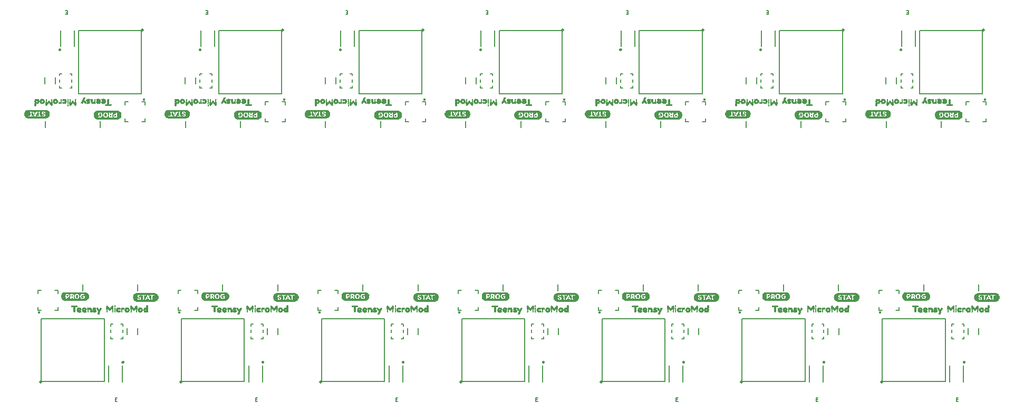
<source format=gto>
G04 EAGLE Gerber RS-274X export*
G75*
%MOMM*%
%FSLAX34Y34*%
%LPD*%
%INSilkscreen Top*%
%IPPOS*%
%AMOC8*
5,1,8,0,0,1.08239X$1,22.5*%
G01*
%ADD10C,0.127000*%
%ADD11C,0.508000*%
%ADD12C,0.203200*%
%ADD13C,0.300000*%
%ADD14C,0.152400*%
%ADD15C,0.381000*%
%ADD16R,0.160000X0.040000*%
%ADD17R,0.200000X0.040000*%
%ADD18R,0.040000X0.040000*%
%ADD19R,0.080000X0.040000*%
%ADD20R,0.240000X0.040000*%
%ADD21R,0.280000X0.040000*%
%ADD22R,0.320000X0.040000*%
%ADD23R,0.360000X0.040000*%
%ADD24R,0.400000X0.040000*%
%ADD25R,0.440000X0.040000*%
%ADD26R,0.480000X0.040000*%
%ADD27R,0.560000X0.040000*%
%ADD28R,0.640000X0.040000*%
%ADD29R,0.520000X0.040000*%
%ADD30R,0.600000X0.040000*%
%ADD31R,0.680000X0.040000*%
%ADD32R,1.120000X0.040000*%
%ADD33R,0.720000X0.040000*%
%ADD34R,0.760000X0.040000*%
%ADD35R,0.880000X0.040000*%
%ADD36R,1.000000X0.040000*%
%ADD37R,1.040000X0.040000*%
%ADD38R,0.960000X0.040000*%
%ADD39R,3.100000X0.040000*%
%ADD40R,3.300000X0.030000*%
%ADD41R,3.420000X0.030000*%
%ADD42R,3.550000X0.030000*%
%ADD43R,3.620000X0.030000*%
%ADD44R,3.680000X0.040000*%
%ADD45R,3.740000X0.030000*%
%ADD46R,0.770000X0.030000*%
%ADD47R,2.880000X0.030000*%
%ADD48R,0.710000X0.030000*%
%ADD49R,0.130000X0.030000*%
%ADD50R,0.260000X0.030000*%
%ADD51R,0.190000X0.030000*%
%ADD52R,0.570000X0.030000*%
%ADD53R,0.670000X0.030000*%
%ADD54R,0.100000X0.030000*%
%ADD55R,0.540000X0.030000*%
%ADD56R,0.670000X0.040000*%
%ADD57R,0.070000X0.040000*%
%ADD58R,0.130000X0.040000*%
%ADD59R,0.580000X0.040000*%
%ADD60R,0.640000X0.030000*%
%ADD61R,0.070000X0.030000*%
%ADD62R,0.160000X0.030000*%
%ADD63R,0.610000X0.030000*%
%ADD64R,0.380000X0.030000*%
%ADD65R,0.440000X0.030000*%
%ADD66R,0.390000X0.030000*%
%ADD67R,0.930000X0.030000*%
%ADD68R,0.410000X0.040000*%
%ADD69R,0.390000X0.040000*%
%ADD70R,0.700000X0.030000*%
%ADD71R,0.410000X0.030000*%
%ADD72R,0.350000X0.030000*%
%ADD73R,0.960000X0.030000*%
%ADD74R,0.600000X0.030000*%
%ADD75R,0.480000X0.030000*%
%ADD76R,0.320000X0.030000*%
%ADD77R,0.730000X0.030000*%
%ADD78R,0.730000X0.040000*%
%ADD79R,0.350000X0.040000*%
%ADD80R,0.290000X0.040000*%
%ADD81R,0.800000X0.030000*%
%ADD82R,0.290000X0.030000*%
%ADD83R,0.860000X0.030000*%
%ADD84R,0.990000X0.030000*%
%ADD85R,0.280000X0.030000*%
%ADD86R,1.050000X0.030000*%
%ADD87R,0.230000X0.030000*%
%ADD88R,0.250000X0.040000*%
%ADD89R,0.230000X0.040000*%
%ADD90R,0.220000X0.030000*%
%ADD91R,0.250000X0.030000*%
%ADD92R,0.900000X0.030000*%
%ADD93R,0.190000X0.040000*%
%ADD94R,0.900000X0.040000*%
%ADD95R,0.420000X0.030000*%
%ADD96R,0.450000X0.030000*%
%ADD97R,3.490000X0.040000*%
%ADD98R,3.680000X0.030000*%
%ADD99R,3.810000X0.030000*%
%ADD100R,3.940000X0.030000*%
%ADD101R,4.000000X0.030000*%
%ADD102R,4.060000X0.040000*%
%ADD103R,4.130000X0.030000*%
%ADD104R,2.340000X0.030000*%
%ADD105R,0.760000X0.030000*%
%ADD106R,0.550000X0.030000*%
%ADD107R,0.740000X0.030000*%
%ADD108R,0.680000X0.030000*%
%ADD109R,0.120000X0.030000*%
%ADD110R,0.200000X0.030000*%
%ADD111R,0.090000X0.030000*%
%ADD112R,0.710000X0.040000*%
%ADD113R,0.260000X0.040000*%
%ADD114R,0.090000X0.040000*%
%ADD115R,0.220000X0.040000*%
%ADD116R,0.120000X0.040000*%
%ADD117R,1.150000X0.040000*%
%ADD118R,1.180000X0.030000*%
%ADD119R,1.210000X0.030000*%
%ADD120R,0.060000X0.030000*%
%ADD121R,0.040000X0.030000*%
%ADD122R,0.420000X0.040000*%
%ADD123R,0.060000X0.040000*%
%ADD124R,0.700000X0.040000*%
%ADD125R,0.540000X0.040000*%


D10*
X130500Y67485D02*
X29484Y67485D01*
X29484Y168501D01*
X130500Y168501D01*
X130500Y67485D01*
D11*
X28214Y66375D03*
D12*
X184125Y213239D02*
X184125Y222764D01*
X184500Y153001D02*
X184500Y143001D01*
X167500Y143001D02*
X167500Y153001D01*
D13*
X160080Y97901D02*
X160082Y97945D01*
X160088Y97989D01*
X160098Y98032D01*
X160111Y98074D01*
X160128Y98115D01*
X160149Y98154D01*
X160173Y98191D01*
X160200Y98226D01*
X160230Y98258D01*
X160263Y98288D01*
X160299Y98314D01*
X160336Y98338D01*
X160376Y98357D01*
X160417Y98374D01*
X160460Y98386D01*
X160503Y98395D01*
X160547Y98400D01*
X160591Y98401D01*
X160635Y98398D01*
X160679Y98391D01*
X160722Y98380D01*
X160764Y98366D01*
X160804Y98348D01*
X160843Y98326D01*
X160879Y98302D01*
X160913Y98274D01*
X160945Y98243D01*
X160974Y98209D01*
X161000Y98173D01*
X161022Y98135D01*
X161041Y98095D01*
X161056Y98053D01*
X161068Y98011D01*
X161076Y97967D01*
X161080Y97923D01*
X161080Y97879D01*
X161076Y97835D01*
X161068Y97791D01*
X161056Y97749D01*
X161041Y97707D01*
X161022Y97667D01*
X161000Y97629D01*
X160974Y97593D01*
X160945Y97559D01*
X160913Y97528D01*
X160879Y97500D01*
X160843Y97476D01*
X160804Y97454D01*
X160764Y97436D01*
X160722Y97422D01*
X160679Y97411D01*
X160635Y97404D01*
X160591Y97401D01*
X160547Y97402D01*
X160503Y97407D01*
X160460Y97416D01*
X160417Y97428D01*
X160376Y97445D01*
X160336Y97464D01*
X160299Y97488D01*
X160263Y97514D01*
X160230Y97544D01*
X160200Y97576D01*
X160173Y97611D01*
X160149Y97648D01*
X160128Y97687D01*
X160111Y97728D01*
X160098Y97770D01*
X160088Y97813D01*
X160082Y97857D01*
X160080Y97901D01*
D14*
X159580Y92901D02*
X159580Y66901D01*
X137580Y66901D02*
X137580Y92901D01*
D12*
X141300Y136301D02*
X141300Y139501D01*
X141300Y136301D02*
X144500Y136301D01*
X160700Y156501D02*
X160700Y159701D01*
X157500Y159701D01*
X157500Y136301D02*
X160700Y136301D01*
X160700Y139501D01*
X144500Y159701D02*
X141300Y159701D01*
X141300Y156501D01*
X160700Y149901D02*
X160700Y146101D01*
X141300Y146101D02*
X141300Y149901D01*
D15*
X25766Y178080D03*
D14*
X24000Y182001D02*
X29000Y182001D01*
X24000Y182001D02*
X24000Y187001D01*
X56000Y187001D02*
X56000Y182001D01*
X51000Y182001D01*
X51000Y214001D02*
X56000Y214001D01*
X56000Y209001D01*
X24000Y209001D02*
X24000Y214001D01*
X29000Y214001D01*
D12*
X95875Y213239D02*
X95875Y222764D01*
D16*
X147660Y188861D03*
D17*
X199860Y188861D03*
D18*
X135060Y188461D03*
D19*
X144060Y188461D03*
D20*
X147660Y188461D03*
D18*
X173460Y188461D03*
D19*
X182460Y188461D03*
D20*
X199660Y188461D03*
X135260Y188061D03*
X144060Y188061D03*
X147660Y188061D03*
X173660Y188061D03*
X182460Y188061D03*
D21*
X199860Y188061D03*
X135460Y187661D03*
X143860Y187661D03*
D20*
X147660Y187661D03*
D21*
X173860Y187661D03*
X182260Y187661D03*
X199860Y187661D03*
X135460Y187261D03*
D22*
X143660Y187261D03*
D20*
X147660Y187261D03*
D21*
X173860Y187261D03*
D22*
X182060Y187261D03*
D21*
X199860Y187261D03*
D22*
X135660Y186861D03*
X143660Y186861D03*
D20*
X147660Y186861D03*
D22*
X174060Y186861D03*
X182060Y186861D03*
D21*
X199860Y186861D03*
D23*
X135860Y186461D03*
X143460Y186461D03*
D19*
X147660Y186461D03*
D23*
X174260Y186461D03*
X181860Y186461D03*
D21*
X199860Y186461D03*
D24*
X136060Y186061D03*
X143260Y186061D03*
X174460Y186061D03*
X181660Y186061D03*
D21*
X199860Y186061D03*
D25*
X136260Y185661D03*
X143060Y185661D03*
D19*
X167660Y185661D03*
D25*
X174660Y185661D03*
X181460Y185661D03*
D19*
X188860Y185661D03*
D21*
X199860Y185661D03*
D25*
X136260Y185261D03*
X143060Y185261D03*
D17*
X147860Y185261D03*
D21*
X153860Y185261D03*
D17*
X158660Y185261D03*
X161860Y185261D03*
D23*
X167460Y185261D03*
D25*
X174660Y185261D03*
X181460Y185261D03*
D23*
X188660Y185261D03*
D20*
X196860Y185261D03*
D21*
X199860Y185261D03*
D26*
X136460Y184861D03*
X142860Y184861D03*
D20*
X147660Y184861D03*
D25*
X153860Y184861D03*
D27*
X160460Y184861D03*
D26*
X167660Y184861D03*
X174860Y184861D03*
X181260Y184861D03*
X188860Y184861D03*
D28*
X198060Y184861D03*
D29*
X136660Y184461D03*
X142660Y184461D03*
D20*
X147660Y184461D03*
D29*
X153860Y184461D03*
D27*
X160460Y184461D03*
D30*
X167460Y184461D03*
D29*
X175060Y184461D03*
X181060Y184461D03*
D30*
X188660Y184461D03*
D31*
X197860Y184461D03*
D32*
X139660Y184061D03*
D20*
X147660Y184061D03*
D30*
X153860Y184061D03*
D27*
X160460Y184061D03*
D28*
X167660Y184061D03*
D32*
X178060Y184061D03*
D28*
X188860Y184061D03*
D33*
X197660Y184061D03*
D32*
X139660Y183661D03*
D20*
X147660Y183661D03*
D28*
X153660Y183661D03*
D27*
X160460Y183661D03*
D31*
X167460Y183661D03*
D32*
X178060Y183661D03*
D31*
X188660Y183661D03*
D33*
X197660Y183661D03*
D20*
X135260Y183261D03*
D27*
X139660Y183261D03*
D20*
X144060Y183261D03*
X147660Y183261D03*
D28*
X153260Y183261D03*
D27*
X160460Y183261D03*
D34*
X167460Y183261D03*
D20*
X173660Y183261D03*
D27*
X178060Y183261D03*
D20*
X182460Y183261D03*
D34*
X188660Y183261D03*
X197460Y183261D03*
D20*
X135260Y182861D03*
D26*
X139660Y182861D03*
D20*
X144060Y182861D03*
X147660Y182861D03*
D23*
X151860Y182861D03*
D17*
X155060Y182861D03*
D21*
X159060Y182861D03*
D18*
X162260Y182861D03*
D22*
X165260Y182861D03*
X169660Y182861D03*
D20*
X173660Y182861D03*
D26*
X178060Y182861D03*
D20*
X182460Y182861D03*
D22*
X186460Y182861D03*
X190860Y182861D03*
D34*
X197460Y182861D03*
D20*
X135260Y182461D03*
D24*
X139660Y182461D03*
D20*
X144060Y182461D03*
X147660Y182461D03*
D21*
X151460Y182461D03*
D19*
X155260Y182461D03*
D20*
X158860Y182461D03*
D21*
X165060Y182461D03*
D22*
X170060Y182461D03*
D20*
X173660Y182461D03*
D24*
X178060Y182461D03*
D20*
X182460Y182461D03*
D21*
X186260Y182461D03*
D22*
X191260Y182461D03*
X194860Y182461D03*
X199660Y182461D03*
D20*
X135260Y182061D03*
D24*
X139660Y182061D03*
D20*
X144060Y182061D03*
X147660Y182061D03*
D21*
X151460Y182061D03*
D20*
X158860Y182061D03*
X164860Y182061D03*
D21*
X170260Y182061D03*
D20*
X173660Y182061D03*
D24*
X178060Y182061D03*
D20*
X182460Y182061D03*
X186060Y182061D03*
D21*
X191460Y182061D03*
X194660Y182061D03*
X199860Y182061D03*
D20*
X135260Y181661D03*
D22*
X139660Y181661D03*
D20*
X144060Y181661D03*
X147660Y181661D03*
D21*
X151060Y181661D03*
D20*
X158860Y181661D03*
D21*
X164660Y181661D03*
X170260Y181661D03*
D20*
X173660Y181661D03*
D22*
X178060Y181661D03*
D20*
X182460Y181661D03*
D21*
X185860Y181661D03*
X191460Y181661D03*
X194660Y181661D03*
X199860Y181661D03*
D20*
X135260Y181261D03*
X139660Y181261D03*
X144060Y181261D03*
X147660Y181261D03*
D21*
X151460Y181261D03*
D20*
X158860Y181261D03*
X164860Y181261D03*
D21*
X170260Y181261D03*
D20*
X173660Y181261D03*
X178060Y181261D03*
X182460Y181261D03*
X186060Y181261D03*
D21*
X191460Y181261D03*
X194660Y181261D03*
X199860Y181261D03*
D20*
X135260Y180861D03*
D16*
X139660Y180861D03*
D20*
X144060Y180861D03*
X147660Y180861D03*
D21*
X151460Y180861D03*
D19*
X155260Y180861D03*
D20*
X158860Y180861D03*
D21*
X165060Y180861D03*
D22*
X170060Y180861D03*
D20*
X173660Y180861D03*
D16*
X178060Y180861D03*
D20*
X182460Y180861D03*
D21*
X186260Y180861D03*
D22*
X191260Y180861D03*
X194860Y180861D03*
X199660Y180861D03*
D20*
X135260Y180461D03*
X144060Y180461D03*
X147660Y180461D03*
D23*
X151860Y180461D03*
D17*
X155060Y180461D03*
D20*
X158860Y180461D03*
D22*
X165260Y180461D03*
X169660Y180461D03*
D20*
X173660Y180461D03*
X182460Y180461D03*
D22*
X186460Y180461D03*
X190860Y180461D03*
D34*
X197460Y180461D03*
D20*
X135260Y180061D03*
X144060Y180061D03*
X147660Y180061D03*
D28*
X153260Y180061D03*
D20*
X158860Y180061D03*
D34*
X167460Y180061D03*
D20*
X173660Y180061D03*
X182460Y180061D03*
D34*
X188660Y180061D03*
X197460Y180061D03*
D20*
X135260Y179661D03*
X144060Y179661D03*
X147660Y179661D03*
D28*
X153660Y179661D03*
D20*
X158860Y179661D03*
D31*
X167460Y179661D03*
D20*
X173660Y179661D03*
X182460Y179661D03*
D31*
X188660Y179661D03*
D33*
X197660Y179661D03*
D20*
X135260Y179261D03*
X144060Y179261D03*
X147660Y179261D03*
D30*
X153860Y179261D03*
D20*
X158860Y179261D03*
D28*
X167660Y179261D03*
D20*
X173660Y179261D03*
X182460Y179261D03*
D28*
X188860Y179261D03*
D33*
X197660Y179261D03*
D20*
X135260Y178861D03*
X144060Y178861D03*
X147660Y178861D03*
D29*
X153860Y178861D03*
D20*
X158860Y178861D03*
D27*
X167660Y178861D03*
D20*
X173660Y178861D03*
X182460Y178861D03*
D27*
X188860Y178861D03*
D31*
X197860Y178861D03*
D20*
X135260Y178461D03*
X144060Y178461D03*
X147660Y178461D03*
D25*
X153860Y178461D03*
D20*
X158860Y178461D03*
D26*
X167660Y178461D03*
D20*
X173660Y178461D03*
X182460Y178461D03*
D26*
X188860Y178461D03*
D30*
X197860Y178461D03*
D17*
X135060Y178061D03*
D16*
X144060Y178061D03*
D17*
X147860Y178061D03*
D21*
X153860Y178061D03*
D17*
X158660Y178061D03*
D23*
X167460Y178061D03*
D17*
X173460Y178061D03*
D16*
X182460Y178061D03*
D23*
X188660Y178061D03*
D20*
X196860Y178061D03*
D17*
X199860Y178061D03*
D18*
X167460Y177661D03*
X188660Y177661D03*
D35*
X82580Y188461D03*
D36*
X82780Y188061D03*
D37*
X82580Y187661D03*
X82580Y187261D03*
D36*
X82780Y186861D03*
D38*
X82580Y186461D03*
D21*
X82780Y186061D03*
X82780Y185661D03*
D19*
X90580Y185661D03*
X98980Y185661D03*
X114980Y185661D03*
D21*
X82780Y185261D03*
D24*
X90580Y185261D03*
X98980Y185261D03*
D17*
X104380Y185261D03*
X107580Y185261D03*
D24*
X114980Y185261D03*
D17*
X119580Y185261D03*
D16*
X124980Y185261D03*
D21*
X82780Y184861D03*
D26*
X90580Y184861D03*
D29*
X98780Y184861D03*
D30*
X106380Y184861D03*
D29*
X115180Y184861D03*
D20*
X119380Y184861D03*
X124980Y184861D03*
D21*
X82780Y184461D03*
D30*
X90380Y184461D03*
X98780Y184461D03*
D28*
X106580Y184461D03*
D27*
X114980Y184461D03*
D21*
X119580Y184461D03*
X125180Y184461D03*
X82780Y184061D03*
D28*
X90580Y184061D03*
D31*
X98780Y184061D03*
X106780Y184061D03*
D27*
X114980Y184061D03*
D21*
X119580Y184061D03*
D22*
X124980Y184061D03*
D21*
X82780Y183661D03*
D31*
X90380Y183661D03*
X98780Y183661D03*
D33*
X106980Y183661D03*
D27*
X114580Y183661D03*
D22*
X119780Y183661D03*
D21*
X124780Y183661D03*
X82780Y183261D03*
D34*
X90380Y183261D03*
X98780Y183261D03*
D33*
X106980Y183261D03*
D20*
X112980Y183261D03*
D19*
X116580Y183261D03*
D22*
X120180Y183261D03*
X124580Y183261D03*
D21*
X82780Y182861D03*
D22*
X88180Y182861D03*
D21*
X92780Y182861D03*
D22*
X96580Y182861D03*
D21*
X101180Y182861D03*
D34*
X107180Y182861D03*
D22*
X113380Y182861D03*
D21*
X120380Y182861D03*
X124380Y182861D03*
X82780Y182461D03*
X87980Y182461D03*
X92780Y182461D03*
X96380Y182461D03*
X101180Y182461D03*
X104780Y182461D03*
X109580Y182461D03*
D25*
X114380Y182461D03*
D22*
X120580Y182461D03*
D21*
X124380Y182461D03*
X82780Y182061D03*
D34*
X90380Y182061D03*
X98780Y182061D03*
D20*
X104580Y182061D03*
D21*
X109580Y182061D03*
D29*
X114780Y182061D03*
D21*
X120780Y182061D03*
X123980Y182061D03*
X82780Y181661D03*
D33*
X90180Y181661D03*
D34*
X98380Y181661D03*
D20*
X104580Y181661D03*
D21*
X109580Y181661D03*
D29*
X115180Y181661D03*
D30*
X122380Y181661D03*
D21*
X82780Y181261D03*
D33*
X90180Y181261D03*
X98580Y181261D03*
D20*
X104580Y181261D03*
D21*
X109580Y181261D03*
D29*
X115180Y181261D03*
X122380Y181261D03*
D21*
X82780Y180861D03*
D28*
X89780Y180861D03*
X98180Y180861D03*
D20*
X104580Y180861D03*
D21*
X109580Y180861D03*
D26*
X115780Y180861D03*
X122580Y180861D03*
D21*
X82780Y180461D03*
X87980Y180461D03*
X96380Y180461D03*
D20*
X104580Y180461D03*
D21*
X109580Y180461D03*
D18*
X112780Y180461D03*
D23*
X116380Y180461D03*
D25*
X122380Y180461D03*
D21*
X82780Y180061D03*
D23*
X88380Y180061D03*
D16*
X92580Y180061D03*
D23*
X96780Y180061D03*
D16*
X100980Y180061D03*
D20*
X104580Y180061D03*
D21*
X109580Y180061D03*
D16*
X112980Y180061D03*
D20*
X116980Y180061D03*
D24*
X122580Y180061D03*
D21*
X82780Y179661D03*
D28*
X90180Y179661D03*
X98580Y179661D03*
D20*
X104580Y179661D03*
D21*
X109580Y179661D03*
D28*
X114980Y179661D03*
D24*
X122580Y179661D03*
D21*
X82780Y179261D03*
D28*
X90580Y179261D03*
D31*
X98780Y179261D03*
D20*
X104580Y179261D03*
D21*
X109580Y179261D03*
D28*
X114980Y179261D03*
D22*
X122580Y179261D03*
D20*
X82580Y178861D03*
D28*
X90580Y178861D03*
X98980Y178861D03*
D20*
X104580Y178861D03*
D21*
X109580Y178861D03*
D30*
X114780Y178861D03*
D22*
X122580Y178861D03*
D20*
X82580Y178461D03*
D30*
X90780Y178461D03*
D27*
X98980Y178461D03*
D20*
X104580Y178461D03*
D21*
X109580Y178461D03*
D29*
X114780Y178461D03*
D21*
X122380Y178461D03*
D17*
X82780Y178061D03*
D25*
X90780Y178061D03*
X99180Y178061D03*
D17*
X104380Y178061D03*
X109580Y178061D03*
D24*
X114980Y178061D03*
D21*
X122380Y178061D03*
D17*
X90780Y177661D03*
X99180Y177661D03*
D18*
X114780Y177661D03*
D21*
X121980Y177661D03*
X121980Y177261D03*
X121580Y176861D03*
X121580Y176461D03*
D22*
X121380Y176061D03*
D21*
X121180Y175661D03*
X121180Y175261D03*
D39*
X197300Y208401D03*
D40*
X197300Y208051D03*
D41*
X197300Y207751D03*
D42*
X197250Y207451D03*
D43*
X197300Y207151D03*
D44*
X197300Y206801D03*
D45*
X197300Y206451D03*
D46*
X182050Y206151D03*
D47*
X201900Y206151D03*
D48*
X181450Y205851D03*
D49*
X189150Y205851D03*
D50*
X198700Y205851D03*
D51*
X202250Y205851D03*
D52*
X213750Y205851D03*
D53*
X181250Y205551D03*
D54*
X189300Y205551D03*
D51*
X198750Y205551D03*
D49*
X202250Y205551D03*
D55*
X213900Y205551D03*
D56*
X180950Y205201D03*
D57*
X189450Y205201D03*
D16*
X198600Y205201D03*
D58*
X202250Y205201D03*
D59*
X214100Y205201D03*
D60*
X180800Y204851D03*
D61*
X189450Y204851D03*
D62*
X198600Y204851D03*
D49*
X202550Y204851D03*
D63*
X213950Y204851D03*
D53*
X180650Y204551D03*
D54*
X189600Y204551D03*
D62*
X198200Y204551D03*
D49*
X202550Y204551D03*
D60*
X214100Y204551D03*
D53*
X180650Y204251D03*
D54*
X186700Y204251D03*
D64*
X190700Y204251D03*
D65*
X196800Y204251D03*
D66*
X204150Y204251D03*
D67*
X212650Y204251D03*
D60*
X180500Y203951D03*
D51*
X186850Y203951D03*
D64*
X190700Y203951D03*
D65*
X196800Y203951D03*
D66*
X204150Y203951D03*
D67*
X212650Y203951D03*
D56*
X180350Y203601D03*
X189250Y203601D03*
D68*
X196650Y203601D03*
D69*
X204150Y203601D03*
D38*
X212800Y203601D03*
D70*
X180500Y203251D03*
D53*
X189250Y203251D03*
D71*
X196650Y203251D03*
D72*
X204350Y203251D03*
D73*
X212800Y203251D03*
D70*
X180500Y202951D03*
D74*
X189600Y202951D03*
D64*
X196500Y202951D03*
D72*
X204350Y202951D03*
D73*
X212800Y202951D03*
D70*
X180500Y202651D03*
D75*
X190200Y202651D03*
D64*
X196500Y202651D03*
D76*
X204500Y202651D03*
D73*
X212800Y202651D03*
D77*
X180650Y202351D03*
D64*
X190700Y202351D03*
D72*
X196350Y202351D03*
D61*
X200650Y202351D03*
D76*
X204500Y202351D03*
D73*
X212800Y202351D03*
D78*
X180650Y202001D03*
D79*
X190850Y202001D03*
X196350Y202001D03*
D57*
X200650Y202001D03*
D80*
X204650Y202001D03*
D38*
X212800Y202001D03*
D81*
X181000Y201651D03*
D76*
X191000Y201651D03*
X196200Y201651D03*
D54*
X200500Y201651D03*
D82*
X204650Y201651D03*
D73*
X212800Y201651D03*
D83*
X181300Y201351D03*
D76*
X191000Y201351D03*
X196200Y201351D03*
D49*
X200650Y201351D03*
D50*
X204800Y201351D03*
D73*
X212800Y201351D03*
D84*
X181950Y201051D03*
D85*
X191200Y201051D03*
X196000Y201051D03*
D50*
X204800Y201051D03*
D73*
X212800Y201051D03*
D86*
X182250Y200751D03*
D85*
X191200Y200751D03*
X196000Y200751D03*
D87*
X204950Y200751D03*
D73*
X212800Y200751D03*
D78*
X180650Y200401D03*
D88*
X186550Y200401D03*
D21*
X191200Y200401D03*
D88*
X195850Y200401D03*
D89*
X204950Y200401D03*
D38*
X212800Y200401D03*
D53*
X180650Y200051D03*
D90*
X186700Y200051D03*
D85*
X191200Y200051D03*
D91*
X195850Y200051D03*
D51*
X205150Y200051D03*
D67*
X212650Y200051D03*
D60*
X180500Y199751D03*
D62*
X186700Y199751D03*
D85*
X191200Y199751D03*
D90*
X195700Y199751D03*
D51*
X205150Y199751D03*
D67*
X212650Y199751D03*
D60*
X180500Y199451D03*
D85*
X191200Y199451D03*
D90*
X195700Y199451D03*
D76*
X200600Y199451D03*
D62*
X205300Y199451D03*
D67*
X212650Y199451D03*
D63*
X180650Y199151D03*
D76*
X191000Y199151D03*
D51*
X195550Y199151D03*
D72*
X200450Y199151D03*
D62*
X205300Y199151D03*
D92*
X212500Y199151D03*
D28*
X180800Y198801D03*
D22*
X191000Y198801D03*
D93*
X195550Y198801D03*
D69*
X200650Y198801D03*
D58*
X205450Y198801D03*
D94*
X212500Y198801D03*
D60*
X181100Y198451D03*
D72*
X190850Y198451D03*
D51*
X195550Y198451D03*
D95*
X200500Y198451D03*
D49*
X205450Y198451D03*
D83*
X212300Y198451D03*
D53*
X181250Y198151D03*
D64*
X190700Y198151D03*
D51*
X195550Y198151D03*
D96*
X200650Y198151D03*
D49*
X205450Y198151D03*
D83*
X212300Y198151D03*
D48*
X181750Y197851D03*
D75*
X190600Y197851D03*
D50*
X195500Y197851D03*
D75*
X200500Y197851D03*
D90*
X205300Y197851D03*
D83*
X212000Y197851D03*
D45*
X197300Y197551D03*
D44*
X197300Y197201D03*
D43*
X197300Y196851D03*
D42*
X197250Y196551D03*
D41*
X197300Y196251D03*
D40*
X197300Y195951D03*
D39*
X197300Y195601D03*
D97*
X83810Y209981D03*
D98*
X83860Y209631D03*
D99*
X83810Y209331D03*
D100*
X83860Y209031D03*
D101*
X83860Y208731D03*
D102*
X83860Y208381D03*
D103*
X83810Y208031D03*
D104*
X74560Y207731D03*
D105*
X91360Y207731D03*
X100960Y207731D03*
D63*
X65610Y207431D03*
D85*
X74560Y207431D03*
D75*
X82860Y207431D03*
D106*
X91510Y207431D03*
D107*
X101460Y207431D03*
D63*
X65610Y207131D03*
D90*
X74860Y207131D03*
D72*
X82910Y207131D03*
D65*
X91360Y207131D03*
D108*
X101760Y207131D03*
D28*
X65460Y206781D03*
D93*
X75010Y206781D03*
D80*
X82910Y206781D03*
D79*
X91510Y206781D03*
D56*
X102110Y206781D03*
D60*
X65460Y206431D03*
D62*
X75160Y206431D03*
D90*
X82860Y206431D03*
D82*
X91510Y206431D03*
D60*
X102260Y206431D03*
D53*
X65310Y206131D03*
D109*
X75360Y206131D03*
D62*
X82860Y206131D03*
D87*
X91510Y206131D03*
D70*
X102260Y206131D03*
D53*
X65310Y205831D03*
D109*
X75360Y205831D03*
D49*
X82710Y205831D03*
D110*
X91360Y205831D03*
D70*
X102260Y205831D03*
D53*
X65310Y205531D03*
D51*
X71510Y205531D03*
D111*
X75510Y205531D03*
D51*
X78910Y205531D03*
D49*
X82710Y205531D03*
D51*
X86910Y205531D03*
D62*
X91560Y205531D03*
D87*
X96010Y205531D03*
D107*
X102060Y205531D03*
D112*
X65110Y205181D03*
D113*
X71860Y205181D03*
D114*
X75510Y205181D03*
D115*
X79060Y205181D03*
D57*
X82710Y205181D03*
D80*
X87010Y205181D03*
D116*
X91360Y205181D03*
D117*
X100310Y205181D03*
D48*
X65110Y204831D03*
D50*
X71860Y204831D03*
D111*
X75510Y204831D03*
D91*
X79210Y204831D03*
D61*
X82710Y204831D03*
D72*
X87010Y204831D03*
D111*
X91510Y204831D03*
D118*
X100160Y204831D03*
D48*
X65110Y204531D03*
D50*
X71860Y204531D03*
D111*
X75510Y204531D03*
D91*
X79210Y204531D03*
D61*
X82710Y204531D03*
D64*
X86860Y204531D03*
D111*
X91510Y204531D03*
D119*
X100010Y204531D03*
D48*
X65110Y204231D03*
D50*
X71860Y204231D03*
D111*
X75510Y204231D03*
D90*
X79060Y204231D03*
D61*
X82710Y204231D03*
D95*
X87060Y204231D03*
D120*
X91360Y204231D03*
D51*
X94910Y204231D03*
D70*
X102560Y204231D03*
D48*
X65110Y203931D03*
D90*
X71660Y203931D03*
D111*
X75510Y203931D03*
D90*
X79060Y203931D03*
D121*
X82560Y203931D03*
D95*
X87060Y203931D03*
D120*
X91360Y203931D03*
D62*
X94760Y203931D03*
D70*
X102560Y203931D03*
D112*
X65110Y203581D03*
D114*
X75510Y203581D03*
D57*
X82410Y203581D03*
D122*
X87060Y203581D03*
D123*
X91360Y203581D03*
D16*
X94760Y203581D03*
D124*
X102560Y203581D03*
D48*
X65110Y203231D03*
D109*
X75360Y203231D03*
D61*
X82410Y203231D03*
D95*
X87060Y203231D03*
D120*
X91360Y203231D03*
D62*
X94760Y203231D03*
D53*
X102710Y203231D03*
D48*
X65110Y202931D03*
D109*
X75360Y202931D03*
D54*
X82260Y202931D03*
D95*
X87060Y202931D03*
D120*
X91360Y202931D03*
D62*
X94760Y202931D03*
D53*
X102710Y202931D03*
D48*
X65110Y202631D03*
D62*
X75160Y202631D03*
X82260Y202631D03*
D95*
X87060Y202631D03*
D111*
X91510Y202631D03*
D76*
X95560Y202631D03*
D53*
X102710Y202631D03*
D48*
X65110Y202331D03*
D51*
X75010Y202331D03*
D62*
X82260Y202331D03*
D64*
X86860Y202331D03*
D111*
X91510Y202331D03*
D82*
X95710Y202331D03*
D53*
X102710Y202331D03*
D112*
X65110Y201981D03*
D88*
X74710Y201981D03*
D58*
X82410Y201981D03*
D79*
X87010Y201981D03*
D116*
X91360Y201981D03*
D80*
X95710Y201981D03*
D56*
X102710Y201981D03*
D53*
X65310Y201631D03*
D72*
X74210Y201631D03*
D49*
X82410Y201631D03*
D82*
X87010Y201631D03*
D62*
X91560Y201631D03*
D50*
X95860Y201631D03*
D60*
X102560Y201631D03*
D53*
X65310Y201331D03*
D55*
X73260Y201331D03*
D51*
X78910Y201331D03*
D49*
X82710Y201331D03*
D62*
X87060Y201331D03*
X91560Y201331D03*
D110*
X96160Y201331D03*
D60*
X102560Y201331D03*
D53*
X65310Y201031D03*
D55*
X73260Y201031D03*
D51*
X78910Y201031D03*
D62*
X82860Y201031D03*
D87*
X91510Y201031D03*
D60*
X102560Y201031D03*
X65460Y200731D03*
D55*
X73260Y200731D03*
D90*
X79060Y200731D03*
D49*
X83010Y200731D03*
D82*
X91510Y200731D03*
D60*
X102260Y200731D03*
D28*
X65460Y200381D03*
D125*
X73260Y200381D03*
D115*
X79060Y200381D03*
D16*
X83160Y200381D03*
D22*
X91360Y200381D03*
D28*
X102260Y200381D03*
D63*
X65610Y200031D03*
D55*
X73260Y200031D03*
D91*
X79210Y200031D03*
D110*
X83360Y200031D03*
D71*
X91510Y200031D03*
D60*
X101960Y200031D03*
D63*
X65610Y199731D03*
D55*
X73260Y199731D03*
D91*
X79210Y199731D03*
D50*
X83660Y199731D03*
D75*
X91560Y199731D03*
D108*
X101760Y199731D03*
D63*
X65910Y199431D03*
X73310Y199431D03*
D76*
X79160Y199431D03*
D64*
X83660Y199431D03*
D63*
X91510Y199431D03*
D70*
X101260Y199431D03*
D103*
X83810Y199131D03*
D102*
X83860Y198781D03*
D101*
X83860Y198431D03*
D100*
X83860Y198131D03*
D99*
X83810Y197831D03*
D98*
X83860Y197531D03*
D97*
X83810Y197181D03*
D14*
X148561Y34763D02*
X151439Y34763D01*
X148561Y34763D02*
X148561Y41239D01*
X151439Y41239D01*
X150720Y38361D02*
X148561Y38361D01*
D10*
X254553Y67485D02*
X355569Y67485D01*
X254553Y67485D02*
X254553Y168501D01*
X355569Y168501D01*
X355569Y67485D01*
D11*
X253283Y66375D03*
D12*
X409194Y213239D02*
X409194Y222764D01*
X409569Y153001D02*
X409569Y143001D01*
X392569Y143001D02*
X392569Y153001D01*
D13*
X385149Y97901D02*
X385151Y97945D01*
X385157Y97989D01*
X385167Y98032D01*
X385180Y98074D01*
X385197Y98115D01*
X385218Y98154D01*
X385242Y98191D01*
X385269Y98226D01*
X385299Y98258D01*
X385332Y98288D01*
X385368Y98314D01*
X385405Y98338D01*
X385445Y98357D01*
X385486Y98374D01*
X385529Y98386D01*
X385572Y98395D01*
X385616Y98400D01*
X385660Y98401D01*
X385704Y98398D01*
X385748Y98391D01*
X385791Y98380D01*
X385833Y98366D01*
X385873Y98348D01*
X385912Y98326D01*
X385948Y98302D01*
X385982Y98274D01*
X386014Y98243D01*
X386043Y98209D01*
X386069Y98173D01*
X386091Y98135D01*
X386110Y98095D01*
X386125Y98053D01*
X386137Y98011D01*
X386145Y97967D01*
X386149Y97923D01*
X386149Y97879D01*
X386145Y97835D01*
X386137Y97791D01*
X386125Y97749D01*
X386110Y97707D01*
X386091Y97667D01*
X386069Y97629D01*
X386043Y97593D01*
X386014Y97559D01*
X385982Y97528D01*
X385948Y97500D01*
X385912Y97476D01*
X385873Y97454D01*
X385833Y97436D01*
X385791Y97422D01*
X385748Y97411D01*
X385704Y97404D01*
X385660Y97401D01*
X385616Y97402D01*
X385572Y97407D01*
X385529Y97416D01*
X385486Y97428D01*
X385445Y97445D01*
X385405Y97464D01*
X385368Y97488D01*
X385332Y97514D01*
X385299Y97544D01*
X385269Y97576D01*
X385242Y97611D01*
X385218Y97648D01*
X385197Y97687D01*
X385180Y97728D01*
X385167Y97770D01*
X385157Y97813D01*
X385151Y97857D01*
X385149Y97901D01*
D14*
X384649Y92901D02*
X384649Y66901D01*
X362649Y66901D02*
X362649Y92901D01*
D12*
X366369Y136301D02*
X366369Y139501D01*
X366369Y136301D02*
X369569Y136301D01*
X385769Y156501D02*
X385769Y159701D01*
X382569Y159701D01*
X382569Y136301D02*
X385769Y136301D01*
X385769Y139501D01*
X369569Y159701D02*
X366369Y159701D01*
X366369Y156501D01*
X385769Y149901D02*
X385769Y146101D01*
X366369Y146101D02*
X366369Y149901D01*
D15*
X250835Y178080D03*
D14*
X249069Y182001D02*
X254069Y182001D01*
X249069Y182001D02*
X249069Y187001D01*
X281069Y187001D02*
X281069Y182001D01*
X276069Y182001D01*
X276069Y214001D02*
X281069Y214001D01*
X281069Y209001D01*
X249069Y209001D02*
X249069Y214001D01*
X254069Y214001D01*
D12*
X320944Y213239D02*
X320944Y222764D01*
D16*
X372729Y188861D03*
D17*
X424929Y188861D03*
D18*
X360129Y188461D03*
D19*
X369129Y188461D03*
D20*
X372729Y188461D03*
D18*
X398529Y188461D03*
D19*
X407529Y188461D03*
D20*
X424729Y188461D03*
X360329Y188061D03*
X369129Y188061D03*
X372729Y188061D03*
X398729Y188061D03*
X407529Y188061D03*
D21*
X424929Y188061D03*
X360529Y187661D03*
X368929Y187661D03*
D20*
X372729Y187661D03*
D21*
X398929Y187661D03*
X407329Y187661D03*
X424929Y187661D03*
X360529Y187261D03*
D22*
X368729Y187261D03*
D20*
X372729Y187261D03*
D21*
X398929Y187261D03*
D22*
X407129Y187261D03*
D21*
X424929Y187261D03*
D22*
X360729Y186861D03*
X368729Y186861D03*
D20*
X372729Y186861D03*
D22*
X399129Y186861D03*
X407129Y186861D03*
D21*
X424929Y186861D03*
D23*
X360929Y186461D03*
X368529Y186461D03*
D19*
X372729Y186461D03*
D23*
X399329Y186461D03*
X406929Y186461D03*
D21*
X424929Y186461D03*
D24*
X361129Y186061D03*
X368329Y186061D03*
X399529Y186061D03*
X406729Y186061D03*
D21*
X424929Y186061D03*
D25*
X361329Y185661D03*
X368129Y185661D03*
D19*
X392729Y185661D03*
D25*
X399729Y185661D03*
X406529Y185661D03*
D19*
X413929Y185661D03*
D21*
X424929Y185661D03*
D25*
X361329Y185261D03*
X368129Y185261D03*
D17*
X372929Y185261D03*
D21*
X378929Y185261D03*
D17*
X383729Y185261D03*
X386929Y185261D03*
D23*
X392529Y185261D03*
D25*
X399729Y185261D03*
X406529Y185261D03*
D23*
X413729Y185261D03*
D20*
X421929Y185261D03*
D21*
X424929Y185261D03*
D26*
X361529Y184861D03*
X367929Y184861D03*
D20*
X372729Y184861D03*
D25*
X378929Y184861D03*
D27*
X385529Y184861D03*
D26*
X392729Y184861D03*
X399929Y184861D03*
X406329Y184861D03*
X413929Y184861D03*
D28*
X423129Y184861D03*
D29*
X361729Y184461D03*
X367729Y184461D03*
D20*
X372729Y184461D03*
D29*
X378929Y184461D03*
D27*
X385529Y184461D03*
D30*
X392529Y184461D03*
D29*
X400129Y184461D03*
X406129Y184461D03*
D30*
X413729Y184461D03*
D31*
X422929Y184461D03*
D32*
X364729Y184061D03*
D20*
X372729Y184061D03*
D30*
X378929Y184061D03*
D27*
X385529Y184061D03*
D28*
X392729Y184061D03*
D32*
X403129Y184061D03*
D28*
X413929Y184061D03*
D33*
X422729Y184061D03*
D32*
X364729Y183661D03*
D20*
X372729Y183661D03*
D28*
X378729Y183661D03*
D27*
X385529Y183661D03*
D31*
X392529Y183661D03*
D32*
X403129Y183661D03*
D31*
X413729Y183661D03*
D33*
X422729Y183661D03*
D20*
X360329Y183261D03*
D27*
X364729Y183261D03*
D20*
X369129Y183261D03*
X372729Y183261D03*
D28*
X378329Y183261D03*
D27*
X385529Y183261D03*
D34*
X392529Y183261D03*
D20*
X398729Y183261D03*
D27*
X403129Y183261D03*
D20*
X407529Y183261D03*
D34*
X413729Y183261D03*
X422529Y183261D03*
D20*
X360329Y182861D03*
D26*
X364729Y182861D03*
D20*
X369129Y182861D03*
X372729Y182861D03*
D23*
X376929Y182861D03*
D17*
X380129Y182861D03*
D21*
X384129Y182861D03*
D18*
X387329Y182861D03*
D22*
X390329Y182861D03*
X394729Y182861D03*
D20*
X398729Y182861D03*
D26*
X403129Y182861D03*
D20*
X407529Y182861D03*
D22*
X411529Y182861D03*
X415929Y182861D03*
D34*
X422529Y182861D03*
D20*
X360329Y182461D03*
D24*
X364729Y182461D03*
D20*
X369129Y182461D03*
X372729Y182461D03*
D21*
X376529Y182461D03*
D19*
X380329Y182461D03*
D20*
X383929Y182461D03*
D21*
X390129Y182461D03*
D22*
X395129Y182461D03*
D20*
X398729Y182461D03*
D24*
X403129Y182461D03*
D20*
X407529Y182461D03*
D21*
X411329Y182461D03*
D22*
X416329Y182461D03*
X419929Y182461D03*
X424729Y182461D03*
D20*
X360329Y182061D03*
D24*
X364729Y182061D03*
D20*
X369129Y182061D03*
X372729Y182061D03*
D21*
X376529Y182061D03*
D20*
X383929Y182061D03*
X389929Y182061D03*
D21*
X395329Y182061D03*
D20*
X398729Y182061D03*
D24*
X403129Y182061D03*
D20*
X407529Y182061D03*
X411129Y182061D03*
D21*
X416529Y182061D03*
X419729Y182061D03*
X424929Y182061D03*
D20*
X360329Y181661D03*
D22*
X364729Y181661D03*
D20*
X369129Y181661D03*
X372729Y181661D03*
D21*
X376129Y181661D03*
D20*
X383929Y181661D03*
D21*
X389729Y181661D03*
X395329Y181661D03*
D20*
X398729Y181661D03*
D22*
X403129Y181661D03*
D20*
X407529Y181661D03*
D21*
X410929Y181661D03*
X416529Y181661D03*
X419729Y181661D03*
X424929Y181661D03*
D20*
X360329Y181261D03*
X364729Y181261D03*
X369129Y181261D03*
X372729Y181261D03*
D21*
X376529Y181261D03*
D20*
X383929Y181261D03*
X389929Y181261D03*
D21*
X395329Y181261D03*
D20*
X398729Y181261D03*
X403129Y181261D03*
X407529Y181261D03*
X411129Y181261D03*
D21*
X416529Y181261D03*
X419729Y181261D03*
X424929Y181261D03*
D20*
X360329Y180861D03*
D16*
X364729Y180861D03*
D20*
X369129Y180861D03*
X372729Y180861D03*
D21*
X376529Y180861D03*
D19*
X380329Y180861D03*
D20*
X383929Y180861D03*
D21*
X390129Y180861D03*
D22*
X395129Y180861D03*
D20*
X398729Y180861D03*
D16*
X403129Y180861D03*
D20*
X407529Y180861D03*
D21*
X411329Y180861D03*
D22*
X416329Y180861D03*
X419929Y180861D03*
X424729Y180861D03*
D20*
X360329Y180461D03*
X369129Y180461D03*
X372729Y180461D03*
D23*
X376929Y180461D03*
D17*
X380129Y180461D03*
D20*
X383929Y180461D03*
D22*
X390329Y180461D03*
X394729Y180461D03*
D20*
X398729Y180461D03*
X407529Y180461D03*
D22*
X411529Y180461D03*
X415929Y180461D03*
D34*
X422529Y180461D03*
D20*
X360329Y180061D03*
X369129Y180061D03*
X372729Y180061D03*
D28*
X378329Y180061D03*
D20*
X383929Y180061D03*
D34*
X392529Y180061D03*
D20*
X398729Y180061D03*
X407529Y180061D03*
D34*
X413729Y180061D03*
X422529Y180061D03*
D20*
X360329Y179661D03*
X369129Y179661D03*
X372729Y179661D03*
D28*
X378729Y179661D03*
D20*
X383929Y179661D03*
D31*
X392529Y179661D03*
D20*
X398729Y179661D03*
X407529Y179661D03*
D31*
X413729Y179661D03*
D33*
X422729Y179661D03*
D20*
X360329Y179261D03*
X369129Y179261D03*
X372729Y179261D03*
D30*
X378929Y179261D03*
D20*
X383929Y179261D03*
D28*
X392729Y179261D03*
D20*
X398729Y179261D03*
X407529Y179261D03*
D28*
X413929Y179261D03*
D33*
X422729Y179261D03*
D20*
X360329Y178861D03*
X369129Y178861D03*
X372729Y178861D03*
D29*
X378929Y178861D03*
D20*
X383929Y178861D03*
D27*
X392729Y178861D03*
D20*
X398729Y178861D03*
X407529Y178861D03*
D27*
X413929Y178861D03*
D31*
X422929Y178861D03*
D20*
X360329Y178461D03*
X369129Y178461D03*
X372729Y178461D03*
D25*
X378929Y178461D03*
D20*
X383929Y178461D03*
D26*
X392729Y178461D03*
D20*
X398729Y178461D03*
X407529Y178461D03*
D26*
X413929Y178461D03*
D30*
X422929Y178461D03*
D17*
X360129Y178061D03*
D16*
X369129Y178061D03*
D17*
X372929Y178061D03*
D21*
X378929Y178061D03*
D17*
X383729Y178061D03*
D23*
X392529Y178061D03*
D17*
X398529Y178061D03*
D16*
X407529Y178061D03*
D23*
X413729Y178061D03*
D20*
X421929Y178061D03*
D17*
X424929Y178061D03*
D18*
X392529Y177661D03*
X413729Y177661D03*
D35*
X307649Y188461D03*
D36*
X307849Y188061D03*
D37*
X307649Y187661D03*
X307649Y187261D03*
D36*
X307849Y186861D03*
D38*
X307649Y186461D03*
D21*
X307849Y186061D03*
X307849Y185661D03*
D19*
X315649Y185661D03*
X324049Y185661D03*
X340049Y185661D03*
D21*
X307849Y185261D03*
D24*
X315649Y185261D03*
X324049Y185261D03*
D17*
X329449Y185261D03*
X332649Y185261D03*
D24*
X340049Y185261D03*
D17*
X344649Y185261D03*
D16*
X350049Y185261D03*
D21*
X307849Y184861D03*
D26*
X315649Y184861D03*
D29*
X323849Y184861D03*
D30*
X331449Y184861D03*
D29*
X340249Y184861D03*
D20*
X344449Y184861D03*
X350049Y184861D03*
D21*
X307849Y184461D03*
D30*
X315449Y184461D03*
X323849Y184461D03*
D28*
X331649Y184461D03*
D27*
X340049Y184461D03*
D21*
X344649Y184461D03*
X350249Y184461D03*
X307849Y184061D03*
D28*
X315649Y184061D03*
D31*
X323849Y184061D03*
X331849Y184061D03*
D27*
X340049Y184061D03*
D21*
X344649Y184061D03*
D22*
X350049Y184061D03*
D21*
X307849Y183661D03*
D31*
X315449Y183661D03*
X323849Y183661D03*
D33*
X332049Y183661D03*
D27*
X339649Y183661D03*
D22*
X344849Y183661D03*
D21*
X349849Y183661D03*
X307849Y183261D03*
D34*
X315449Y183261D03*
X323849Y183261D03*
D33*
X332049Y183261D03*
D20*
X338049Y183261D03*
D19*
X341649Y183261D03*
D22*
X345249Y183261D03*
X349649Y183261D03*
D21*
X307849Y182861D03*
D22*
X313249Y182861D03*
D21*
X317849Y182861D03*
D22*
X321649Y182861D03*
D21*
X326249Y182861D03*
D34*
X332249Y182861D03*
D22*
X338449Y182861D03*
D21*
X345449Y182861D03*
X349449Y182861D03*
X307849Y182461D03*
X313049Y182461D03*
X317849Y182461D03*
X321449Y182461D03*
X326249Y182461D03*
X329849Y182461D03*
X334649Y182461D03*
D25*
X339449Y182461D03*
D22*
X345649Y182461D03*
D21*
X349449Y182461D03*
X307849Y182061D03*
D34*
X315449Y182061D03*
X323849Y182061D03*
D20*
X329649Y182061D03*
D21*
X334649Y182061D03*
D29*
X339849Y182061D03*
D21*
X345849Y182061D03*
X349049Y182061D03*
X307849Y181661D03*
D33*
X315249Y181661D03*
D34*
X323449Y181661D03*
D20*
X329649Y181661D03*
D21*
X334649Y181661D03*
D29*
X340249Y181661D03*
D30*
X347449Y181661D03*
D21*
X307849Y181261D03*
D33*
X315249Y181261D03*
X323649Y181261D03*
D20*
X329649Y181261D03*
D21*
X334649Y181261D03*
D29*
X340249Y181261D03*
X347449Y181261D03*
D21*
X307849Y180861D03*
D28*
X314849Y180861D03*
X323249Y180861D03*
D20*
X329649Y180861D03*
D21*
X334649Y180861D03*
D26*
X340849Y180861D03*
X347649Y180861D03*
D21*
X307849Y180461D03*
X313049Y180461D03*
X321449Y180461D03*
D20*
X329649Y180461D03*
D21*
X334649Y180461D03*
D18*
X337849Y180461D03*
D23*
X341449Y180461D03*
D25*
X347449Y180461D03*
D21*
X307849Y180061D03*
D23*
X313449Y180061D03*
D16*
X317649Y180061D03*
D23*
X321849Y180061D03*
D16*
X326049Y180061D03*
D20*
X329649Y180061D03*
D21*
X334649Y180061D03*
D16*
X338049Y180061D03*
D20*
X342049Y180061D03*
D24*
X347649Y180061D03*
D21*
X307849Y179661D03*
D28*
X315249Y179661D03*
X323649Y179661D03*
D20*
X329649Y179661D03*
D21*
X334649Y179661D03*
D28*
X340049Y179661D03*
D24*
X347649Y179661D03*
D21*
X307849Y179261D03*
D28*
X315649Y179261D03*
D31*
X323849Y179261D03*
D20*
X329649Y179261D03*
D21*
X334649Y179261D03*
D28*
X340049Y179261D03*
D22*
X347649Y179261D03*
D20*
X307649Y178861D03*
D28*
X315649Y178861D03*
X324049Y178861D03*
D20*
X329649Y178861D03*
D21*
X334649Y178861D03*
D30*
X339849Y178861D03*
D22*
X347649Y178861D03*
D20*
X307649Y178461D03*
D30*
X315849Y178461D03*
D27*
X324049Y178461D03*
D20*
X329649Y178461D03*
D21*
X334649Y178461D03*
D29*
X339849Y178461D03*
D21*
X347449Y178461D03*
D17*
X307849Y178061D03*
D25*
X315849Y178061D03*
X324249Y178061D03*
D17*
X329449Y178061D03*
X334649Y178061D03*
D24*
X340049Y178061D03*
D21*
X347449Y178061D03*
D17*
X315849Y177661D03*
X324249Y177661D03*
D18*
X339849Y177661D03*
D21*
X347049Y177661D03*
X347049Y177261D03*
X346649Y176861D03*
X346649Y176461D03*
D22*
X346449Y176061D03*
D21*
X346249Y175661D03*
X346249Y175261D03*
D39*
X422369Y208401D03*
D40*
X422369Y208051D03*
D41*
X422369Y207751D03*
D42*
X422319Y207451D03*
D43*
X422369Y207151D03*
D44*
X422369Y206801D03*
D45*
X422369Y206451D03*
D46*
X407119Y206151D03*
D47*
X426969Y206151D03*
D48*
X406519Y205851D03*
D49*
X414219Y205851D03*
D50*
X423769Y205851D03*
D51*
X427319Y205851D03*
D52*
X438819Y205851D03*
D53*
X406319Y205551D03*
D54*
X414369Y205551D03*
D51*
X423819Y205551D03*
D49*
X427319Y205551D03*
D55*
X438969Y205551D03*
D56*
X406019Y205201D03*
D57*
X414519Y205201D03*
D16*
X423669Y205201D03*
D58*
X427319Y205201D03*
D59*
X439169Y205201D03*
D60*
X405869Y204851D03*
D61*
X414519Y204851D03*
D62*
X423669Y204851D03*
D49*
X427619Y204851D03*
D63*
X439019Y204851D03*
D53*
X405719Y204551D03*
D54*
X414669Y204551D03*
D62*
X423269Y204551D03*
D49*
X427619Y204551D03*
D60*
X439169Y204551D03*
D53*
X405719Y204251D03*
D54*
X411769Y204251D03*
D64*
X415769Y204251D03*
D65*
X421869Y204251D03*
D66*
X429219Y204251D03*
D67*
X437719Y204251D03*
D60*
X405569Y203951D03*
D51*
X411919Y203951D03*
D64*
X415769Y203951D03*
D65*
X421869Y203951D03*
D66*
X429219Y203951D03*
D67*
X437719Y203951D03*
D56*
X405419Y203601D03*
X414319Y203601D03*
D68*
X421719Y203601D03*
D69*
X429219Y203601D03*
D38*
X437869Y203601D03*
D70*
X405569Y203251D03*
D53*
X414319Y203251D03*
D71*
X421719Y203251D03*
D72*
X429419Y203251D03*
D73*
X437869Y203251D03*
D70*
X405569Y202951D03*
D74*
X414669Y202951D03*
D64*
X421569Y202951D03*
D72*
X429419Y202951D03*
D73*
X437869Y202951D03*
D70*
X405569Y202651D03*
D75*
X415269Y202651D03*
D64*
X421569Y202651D03*
D76*
X429569Y202651D03*
D73*
X437869Y202651D03*
D77*
X405719Y202351D03*
D64*
X415769Y202351D03*
D72*
X421419Y202351D03*
D61*
X425719Y202351D03*
D76*
X429569Y202351D03*
D73*
X437869Y202351D03*
D78*
X405719Y202001D03*
D79*
X415919Y202001D03*
X421419Y202001D03*
D57*
X425719Y202001D03*
D80*
X429719Y202001D03*
D38*
X437869Y202001D03*
D81*
X406069Y201651D03*
D76*
X416069Y201651D03*
X421269Y201651D03*
D54*
X425569Y201651D03*
D82*
X429719Y201651D03*
D73*
X437869Y201651D03*
D83*
X406369Y201351D03*
D76*
X416069Y201351D03*
X421269Y201351D03*
D49*
X425719Y201351D03*
D50*
X429869Y201351D03*
D73*
X437869Y201351D03*
D84*
X407019Y201051D03*
D85*
X416269Y201051D03*
X421069Y201051D03*
D50*
X429869Y201051D03*
D73*
X437869Y201051D03*
D86*
X407319Y200751D03*
D85*
X416269Y200751D03*
X421069Y200751D03*
D87*
X430019Y200751D03*
D73*
X437869Y200751D03*
D78*
X405719Y200401D03*
D88*
X411619Y200401D03*
D21*
X416269Y200401D03*
D88*
X420919Y200401D03*
D89*
X430019Y200401D03*
D38*
X437869Y200401D03*
D53*
X405719Y200051D03*
D90*
X411769Y200051D03*
D85*
X416269Y200051D03*
D91*
X420919Y200051D03*
D51*
X430219Y200051D03*
D67*
X437719Y200051D03*
D60*
X405569Y199751D03*
D62*
X411769Y199751D03*
D85*
X416269Y199751D03*
D90*
X420769Y199751D03*
D51*
X430219Y199751D03*
D67*
X437719Y199751D03*
D60*
X405569Y199451D03*
D85*
X416269Y199451D03*
D90*
X420769Y199451D03*
D76*
X425669Y199451D03*
D62*
X430369Y199451D03*
D67*
X437719Y199451D03*
D63*
X405719Y199151D03*
D76*
X416069Y199151D03*
D51*
X420619Y199151D03*
D72*
X425519Y199151D03*
D62*
X430369Y199151D03*
D92*
X437569Y199151D03*
D28*
X405869Y198801D03*
D22*
X416069Y198801D03*
D93*
X420619Y198801D03*
D69*
X425719Y198801D03*
D58*
X430519Y198801D03*
D94*
X437569Y198801D03*
D60*
X406169Y198451D03*
D72*
X415919Y198451D03*
D51*
X420619Y198451D03*
D95*
X425569Y198451D03*
D49*
X430519Y198451D03*
D83*
X437369Y198451D03*
D53*
X406319Y198151D03*
D64*
X415769Y198151D03*
D51*
X420619Y198151D03*
D96*
X425719Y198151D03*
D49*
X430519Y198151D03*
D83*
X437369Y198151D03*
D48*
X406819Y197851D03*
D75*
X415669Y197851D03*
D50*
X420569Y197851D03*
D75*
X425569Y197851D03*
D90*
X430369Y197851D03*
D83*
X437069Y197851D03*
D45*
X422369Y197551D03*
D44*
X422369Y197201D03*
D43*
X422369Y196851D03*
D42*
X422319Y196551D03*
D41*
X422369Y196251D03*
D40*
X422369Y195951D03*
D39*
X422369Y195601D03*
D97*
X308879Y209981D03*
D98*
X308929Y209631D03*
D99*
X308879Y209331D03*
D100*
X308929Y209031D03*
D101*
X308929Y208731D03*
D102*
X308929Y208381D03*
D103*
X308879Y208031D03*
D104*
X299629Y207731D03*
D105*
X316429Y207731D03*
X326029Y207731D03*
D63*
X290679Y207431D03*
D85*
X299629Y207431D03*
D75*
X307929Y207431D03*
D106*
X316579Y207431D03*
D107*
X326529Y207431D03*
D63*
X290679Y207131D03*
D90*
X299929Y207131D03*
D72*
X307979Y207131D03*
D65*
X316429Y207131D03*
D108*
X326829Y207131D03*
D28*
X290529Y206781D03*
D93*
X300079Y206781D03*
D80*
X307979Y206781D03*
D79*
X316579Y206781D03*
D56*
X327179Y206781D03*
D60*
X290529Y206431D03*
D62*
X300229Y206431D03*
D90*
X307929Y206431D03*
D82*
X316579Y206431D03*
D60*
X327329Y206431D03*
D53*
X290379Y206131D03*
D109*
X300429Y206131D03*
D62*
X307929Y206131D03*
D87*
X316579Y206131D03*
D70*
X327329Y206131D03*
D53*
X290379Y205831D03*
D109*
X300429Y205831D03*
D49*
X307779Y205831D03*
D110*
X316429Y205831D03*
D70*
X327329Y205831D03*
D53*
X290379Y205531D03*
D51*
X296579Y205531D03*
D111*
X300579Y205531D03*
D51*
X303979Y205531D03*
D49*
X307779Y205531D03*
D51*
X311979Y205531D03*
D62*
X316629Y205531D03*
D87*
X321079Y205531D03*
D107*
X327129Y205531D03*
D112*
X290179Y205181D03*
D113*
X296929Y205181D03*
D114*
X300579Y205181D03*
D115*
X304129Y205181D03*
D57*
X307779Y205181D03*
D80*
X312079Y205181D03*
D116*
X316429Y205181D03*
D117*
X325379Y205181D03*
D48*
X290179Y204831D03*
D50*
X296929Y204831D03*
D111*
X300579Y204831D03*
D91*
X304279Y204831D03*
D61*
X307779Y204831D03*
D72*
X312079Y204831D03*
D111*
X316579Y204831D03*
D118*
X325229Y204831D03*
D48*
X290179Y204531D03*
D50*
X296929Y204531D03*
D111*
X300579Y204531D03*
D91*
X304279Y204531D03*
D61*
X307779Y204531D03*
D64*
X311929Y204531D03*
D111*
X316579Y204531D03*
D119*
X325079Y204531D03*
D48*
X290179Y204231D03*
D50*
X296929Y204231D03*
D111*
X300579Y204231D03*
D90*
X304129Y204231D03*
D61*
X307779Y204231D03*
D95*
X312129Y204231D03*
D120*
X316429Y204231D03*
D51*
X319979Y204231D03*
D70*
X327629Y204231D03*
D48*
X290179Y203931D03*
D90*
X296729Y203931D03*
D111*
X300579Y203931D03*
D90*
X304129Y203931D03*
D121*
X307629Y203931D03*
D95*
X312129Y203931D03*
D120*
X316429Y203931D03*
D62*
X319829Y203931D03*
D70*
X327629Y203931D03*
D112*
X290179Y203581D03*
D114*
X300579Y203581D03*
D57*
X307479Y203581D03*
D122*
X312129Y203581D03*
D123*
X316429Y203581D03*
D16*
X319829Y203581D03*
D124*
X327629Y203581D03*
D48*
X290179Y203231D03*
D109*
X300429Y203231D03*
D61*
X307479Y203231D03*
D95*
X312129Y203231D03*
D120*
X316429Y203231D03*
D62*
X319829Y203231D03*
D53*
X327779Y203231D03*
D48*
X290179Y202931D03*
D109*
X300429Y202931D03*
D54*
X307329Y202931D03*
D95*
X312129Y202931D03*
D120*
X316429Y202931D03*
D62*
X319829Y202931D03*
D53*
X327779Y202931D03*
D48*
X290179Y202631D03*
D62*
X300229Y202631D03*
X307329Y202631D03*
D95*
X312129Y202631D03*
D111*
X316579Y202631D03*
D76*
X320629Y202631D03*
D53*
X327779Y202631D03*
D48*
X290179Y202331D03*
D51*
X300079Y202331D03*
D62*
X307329Y202331D03*
D64*
X311929Y202331D03*
D111*
X316579Y202331D03*
D82*
X320779Y202331D03*
D53*
X327779Y202331D03*
D112*
X290179Y201981D03*
D88*
X299779Y201981D03*
D58*
X307479Y201981D03*
D79*
X312079Y201981D03*
D116*
X316429Y201981D03*
D80*
X320779Y201981D03*
D56*
X327779Y201981D03*
D53*
X290379Y201631D03*
D72*
X299279Y201631D03*
D49*
X307479Y201631D03*
D82*
X312079Y201631D03*
D62*
X316629Y201631D03*
D50*
X320929Y201631D03*
D60*
X327629Y201631D03*
D53*
X290379Y201331D03*
D55*
X298329Y201331D03*
D51*
X303979Y201331D03*
D49*
X307779Y201331D03*
D62*
X312129Y201331D03*
X316629Y201331D03*
D110*
X321229Y201331D03*
D60*
X327629Y201331D03*
D53*
X290379Y201031D03*
D55*
X298329Y201031D03*
D51*
X303979Y201031D03*
D62*
X307929Y201031D03*
D87*
X316579Y201031D03*
D60*
X327629Y201031D03*
X290529Y200731D03*
D55*
X298329Y200731D03*
D90*
X304129Y200731D03*
D49*
X308079Y200731D03*
D82*
X316579Y200731D03*
D60*
X327329Y200731D03*
D28*
X290529Y200381D03*
D125*
X298329Y200381D03*
D115*
X304129Y200381D03*
D16*
X308229Y200381D03*
D22*
X316429Y200381D03*
D28*
X327329Y200381D03*
D63*
X290679Y200031D03*
D55*
X298329Y200031D03*
D91*
X304279Y200031D03*
D110*
X308429Y200031D03*
D71*
X316579Y200031D03*
D60*
X327029Y200031D03*
D63*
X290679Y199731D03*
D55*
X298329Y199731D03*
D91*
X304279Y199731D03*
D50*
X308729Y199731D03*
D75*
X316629Y199731D03*
D108*
X326829Y199731D03*
D63*
X290979Y199431D03*
X298379Y199431D03*
D76*
X304229Y199431D03*
D64*
X308729Y199431D03*
D63*
X316579Y199431D03*
D70*
X326329Y199431D03*
D103*
X308879Y199131D03*
D102*
X308929Y198781D03*
D101*
X308929Y198431D03*
D100*
X308929Y198131D03*
D99*
X308879Y197831D03*
D98*
X308929Y197531D03*
D97*
X308879Y197181D03*
D14*
X373630Y34763D02*
X376509Y34763D01*
X373630Y34763D02*
X373630Y41239D01*
X376509Y41239D01*
X375789Y38361D02*
X373630Y38361D01*
D10*
X479648Y67485D02*
X580664Y67485D01*
X479648Y67485D02*
X479648Y168501D01*
X580664Y168501D01*
X580664Y67485D01*
D11*
X478378Y66375D03*
D12*
X634289Y213239D02*
X634289Y222764D01*
X634664Y153001D02*
X634664Y143001D01*
X617664Y143001D02*
X617664Y153001D01*
D13*
X610244Y97901D02*
X610246Y97945D01*
X610252Y97989D01*
X610262Y98032D01*
X610275Y98074D01*
X610292Y98115D01*
X610313Y98154D01*
X610337Y98191D01*
X610364Y98226D01*
X610394Y98258D01*
X610427Y98288D01*
X610463Y98314D01*
X610500Y98338D01*
X610540Y98357D01*
X610581Y98374D01*
X610624Y98386D01*
X610667Y98395D01*
X610711Y98400D01*
X610755Y98401D01*
X610799Y98398D01*
X610843Y98391D01*
X610886Y98380D01*
X610928Y98366D01*
X610968Y98348D01*
X611007Y98326D01*
X611043Y98302D01*
X611077Y98274D01*
X611109Y98243D01*
X611138Y98209D01*
X611164Y98173D01*
X611186Y98135D01*
X611205Y98095D01*
X611220Y98053D01*
X611232Y98011D01*
X611240Y97967D01*
X611244Y97923D01*
X611244Y97879D01*
X611240Y97835D01*
X611232Y97791D01*
X611220Y97749D01*
X611205Y97707D01*
X611186Y97667D01*
X611164Y97629D01*
X611138Y97593D01*
X611109Y97559D01*
X611077Y97528D01*
X611043Y97500D01*
X611007Y97476D01*
X610968Y97454D01*
X610928Y97436D01*
X610886Y97422D01*
X610843Y97411D01*
X610799Y97404D01*
X610755Y97401D01*
X610711Y97402D01*
X610667Y97407D01*
X610624Y97416D01*
X610581Y97428D01*
X610540Y97445D01*
X610500Y97464D01*
X610463Y97488D01*
X610427Y97514D01*
X610394Y97544D01*
X610364Y97576D01*
X610337Y97611D01*
X610313Y97648D01*
X610292Y97687D01*
X610275Y97728D01*
X610262Y97770D01*
X610252Y97813D01*
X610246Y97857D01*
X610244Y97901D01*
D14*
X609744Y92901D02*
X609744Y66901D01*
X587744Y66901D02*
X587744Y92901D01*
D12*
X591464Y136301D02*
X591464Y139501D01*
X591464Y136301D02*
X594664Y136301D01*
X610864Y156501D02*
X610864Y159701D01*
X607664Y159701D01*
X607664Y136301D02*
X610864Y136301D01*
X610864Y139501D01*
X594664Y159701D02*
X591464Y159701D01*
X591464Y156501D01*
X610864Y149901D02*
X610864Y146101D01*
X591464Y146101D02*
X591464Y149901D01*
D15*
X475930Y178080D03*
D14*
X474164Y182001D02*
X479164Y182001D01*
X474164Y182001D02*
X474164Y187001D01*
X506164Y187001D02*
X506164Y182001D01*
X501164Y182001D01*
X501164Y214001D02*
X506164Y214001D01*
X506164Y209001D01*
X474164Y209001D02*
X474164Y214001D01*
X479164Y214001D01*
D12*
X546039Y213239D02*
X546039Y222764D01*
D16*
X597824Y188861D03*
D17*
X650024Y188861D03*
D18*
X585224Y188461D03*
D19*
X594224Y188461D03*
D20*
X597824Y188461D03*
D18*
X623624Y188461D03*
D19*
X632624Y188461D03*
D20*
X649824Y188461D03*
X585424Y188061D03*
X594224Y188061D03*
X597824Y188061D03*
X623824Y188061D03*
X632624Y188061D03*
D21*
X650024Y188061D03*
X585624Y187661D03*
X594024Y187661D03*
D20*
X597824Y187661D03*
D21*
X624024Y187661D03*
X632424Y187661D03*
X650024Y187661D03*
X585624Y187261D03*
D22*
X593824Y187261D03*
D20*
X597824Y187261D03*
D21*
X624024Y187261D03*
D22*
X632224Y187261D03*
D21*
X650024Y187261D03*
D22*
X585824Y186861D03*
X593824Y186861D03*
D20*
X597824Y186861D03*
D22*
X624224Y186861D03*
X632224Y186861D03*
D21*
X650024Y186861D03*
D23*
X586024Y186461D03*
X593624Y186461D03*
D19*
X597824Y186461D03*
D23*
X624424Y186461D03*
X632024Y186461D03*
D21*
X650024Y186461D03*
D24*
X586224Y186061D03*
X593424Y186061D03*
X624624Y186061D03*
X631824Y186061D03*
D21*
X650024Y186061D03*
D25*
X586424Y185661D03*
X593224Y185661D03*
D19*
X617824Y185661D03*
D25*
X624824Y185661D03*
X631624Y185661D03*
D19*
X639024Y185661D03*
D21*
X650024Y185661D03*
D25*
X586424Y185261D03*
X593224Y185261D03*
D17*
X598024Y185261D03*
D21*
X604024Y185261D03*
D17*
X608824Y185261D03*
X612024Y185261D03*
D23*
X617624Y185261D03*
D25*
X624824Y185261D03*
X631624Y185261D03*
D23*
X638824Y185261D03*
D20*
X647024Y185261D03*
D21*
X650024Y185261D03*
D26*
X586624Y184861D03*
X593024Y184861D03*
D20*
X597824Y184861D03*
D25*
X604024Y184861D03*
D27*
X610624Y184861D03*
D26*
X617824Y184861D03*
X625024Y184861D03*
X631424Y184861D03*
X639024Y184861D03*
D28*
X648224Y184861D03*
D29*
X586824Y184461D03*
X592824Y184461D03*
D20*
X597824Y184461D03*
D29*
X604024Y184461D03*
D27*
X610624Y184461D03*
D30*
X617624Y184461D03*
D29*
X625224Y184461D03*
X631224Y184461D03*
D30*
X638824Y184461D03*
D31*
X648024Y184461D03*
D32*
X589824Y184061D03*
D20*
X597824Y184061D03*
D30*
X604024Y184061D03*
D27*
X610624Y184061D03*
D28*
X617824Y184061D03*
D32*
X628224Y184061D03*
D28*
X639024Y184061D03*
D33*
X647824Y184061D03*
D32*
X589824Y183661D03*
D20*
X597824Y183661D03*
D28*
X603824Y183661D03*
D27*
X610624Y183661D03*
D31*
X617624Y183661D03*
D32*
X628224Y183661D03*
D31*
X638824Y183661D03*
D33*
X647824Y183661D03*
D20*
X585424Y183261D03*
D27*
X589824Y183261D03*
D20*
X594224Y183261D03*
X597824Y183261D03*
D28*
X603424Y183261D03*
D27*
X610624Y183261D03*
D34*
X617624Y183261D03*
D20*
X623824Y183261D03*
D27*
X628224Y183261D03*
D20*
X632624Y183261D03*
D34*
X638824Y183261D03*
X647624Y183261D03*
D20*
X585424Y182861D03*
D26*
X589824Y182861D03*
D20*
X594224Y182861D03*
X597824Y182861D03*
D23*
X602024Y182861D03*
D17*
X605224Y182861D03*
D21*
X609224Y182861D03*
D18*
X612424Y182861D03*
D22*
X615424Y182861D03*
X619824Y182861D03*
D20*
X623824Y182861D03*
D26*
X628224Y182861D03*
D20*
X632624Y182861D03*
D22*
X636624Y182861D03*
X641024Y182861D03*
D34*
X647624Y182861D03*
D20*
X585424Y182461D03*
D24*
X589824Y182461D03*
D20*
X594224Y182461D03*
X597824Y182461D03*
D21*
X601624Y182461D03*
D19*
X605424Y182461D03*
D20*
X609024Y182461D03*
D21*
X615224Y182461D03*
D22*
X620224Y182461D03*
D20*
X623824Y182461D03*
D24*
X628224Y182461D03*
D20*
X632624Y182461D03*
D21*
X636424Y182461D03*
D22*
X641424Y182461D03*
X645024Y182461D03*
X649824Y182461D03*
D20*
X585424Y182061D03*
D24*
X589824Y182061D03*
D20*
X594224Y182061D03*
X597824Y182061D03*
D21*
X601624Y182061D03*
D20*
X609024Y182061D03*
X615024Y182061D03*
D21*
X620424Y182061D03*
D20*
X623824Y182061D03*
D24*
X628224Y182061D03*
D20*
X632624Y182061D03*
X636224Y182061D03*
D21*
X641624Y182061D03*
X644824Y182061D03*
X650024Y182061D03*
D20*
X585424Y181661D03*
D22*
X589824Y181661D03*
D20*
X594224Y181661D03*
X597824Y181661D03*
D21*
X601224Y181661D03*
D20*
X609024Y181661D03*
D21*
X614824Y181661D03*
X620424Y181661D03*
D20*
X623824Y181661D03*
D22*
X628224Y181661D03*
D20*
X632624Y181661D03*
D21*
X636024Y181661D03*
X641624Y181661D03*
X644824Y181661D03*
X650024Y181661D03*
D20*
X585424Y181261D03*
X589824Y181261D03*
X594224Y181261D03*
X597824Y181261D03*
D21*
X601624Y181261D03*
D20*
X609024Y181261D03*
X615024Y181261D03*
D21*
X620424Y181261D03*
D20*
X623824Y181261D03*
X628224Y181261D03*
X632624Y181261D03*
X636224Y181261D03*
D21*
X641624Y181261D03*
X644824Y181261D03*
X650024Y181261D03*
D20*
X585424Y180861D03*
D16*
X589824Y180861D03*
D20*
X594224Y180861D03*
X597824Y180861D03*
D21*
X601624Y180861D03*
D19*
X605424Y180861D03*
D20*
X609024Y180861D03*
D21*
X615224Y180861D03*
D22*
X620224Y180861D03*
D20*
X623824Y180861D03*
D16*
X628224Y180861D03*
D20*
X632624Y180861D03*
D21*
X636424Y180861D03*
D22*
X641424Y180861D03*
X645024Y180861D03*
X649824Y180861D03*
D20*
X585424Y180461D03*
X594224Y180461D03*
X597824Y180461D03*
D23*
X602024Y180461D03*
D17*
X605224Y180461D03*
D20*
X609024Y180461D03*
D22*
X615424Y180461D03*
X619824Y180461D03*
D20*
X623824Y180461D03*
X632624Y180461D03*
D22*
X636624Y180461D03*
X641024Y180461D03*
D34*
X647624Y180461D03*
D20*
X585424Y180061D03*
X594224Y180061D03*
X597824Y180061D03*
D28*
X603424Y180061D03*
D20*
X609024Y180061D03*
D34*
X617624Y180061D03*
D20*
X623824Y180061D03*
X632624Y180061D03*
D34*
X638824Y180061D03*
X647624Y180061D03*
D20*
X585424Y179661D03*
X594224Y179661D03*
X597824Y179661D03*
D28*
X603824Y179661D03*
D20*
X609024Y179661D03*
D31*
X617624Y179661D03*
D20*
X623824Y179661D03*
X632624Y179661D03*
D31*
X638824Y179661D03*
D33*
X647824Y179661D03*
D20*
X585424Y179261D03*
X594224Y179261D03*
X597824Y179261D03*
D30*
X604024Y179261D03*
D20*
X609024Y179261D03*
D28*
X617824Y179261D03*
D20*
X623824Y179261D03*
X632624Y179261D03*
D28*
X639024Y179261D03*
D33*
X647824Y179261D03*
D20*
X585424Y178861D03*
X594224Y178861D03*
X597824Y178861D03*
D29*
X604024Y178861D03*
D20*
X609024Y178861D03*
D27*
X617824Y178861D03*
D20*
X623824Y178861D03*
X632624Y178861D03*
D27*
X639024Y178861D03*
D31*
X648024Y178861D03*
D20*
X585424Y178461D03*
X594224Y178461D03*
X597824Y178461D03*
D25*
X604024Y178461D03*
D20*
X609024Y178461D03*
D26*
X617824Y178461D03*
D20*
X623824Y178461D03*
X632624Y178461D03*
D26*
X639024Y178461D03*
D30*
X648024Y178461D03*
D17*
X585224Y178061D03*
D16*
X594224Y178061D03*
D17*
X598024Y178061D03*
D21*
X604024Y178061D03*
D17*
X608824Y178061D03*
D23*
X617624Y178061D03*
D17*
X623624Y178061D03*
D16*
X632624Y178061D03*
D23*
X638824Y178061D03*
D20*
X647024Y178061D03*
D17*
X650024Y178061D03*
D18*
X617624Y177661D03*
X638824Y177661D03*
D35*
X532744Y188461D03*
D36*
X532944Y188061D03*
D37*
X532744Y187661D03*
X532744Y187261D03*
D36*
X532944Y186861D03*
D38*
X532744Y186461D03*
D21*
X532944Y186061D03*
X532944Y185661D03*
D19*
X540744Y185661D03*
X549144Y185661D03*
X565144Y185661D03*
D21*
X532944Y185261D03*
D24*
X540744Y185261D03*
X549144Y185261D03*
D17*
X554544Y185261D03*
X557744Y185261D03*
D24*
X565144Y185261D03*
D17*
X569744Y185261D03*
D16*
X575144Y185261D03*
D21*
X532944Y184861D03*
D26*
X540744Y184861D03*
D29*
X548944Y184861D03*
D30*
X556544Y184861D03*
D29*
X565344Y184861D03*
D20*
X569544Y184861D03*
X575144Y184861D03*
D21*
X532944Y184461D03*
D30*
X540544Y184461D03*
X548944Y184461D03*
D28*
X556744Y184461D03*
D27*
X565144Y184461D03*
D21*
X569744Y184461D03*
X575344Y184461D03*
X532944Y184061D03*
D28*
X540744Y184061D03*
D31*
X548944Y184061D03*
X556944Y184061D03*
D27*
X565144Y184061D03*
D21*
X569744Y184061D03*
D22*
X575144Y184061D03*
D21*
X532944Y183661D03*
D31*
X540544Y183661D03*
X548944Y183661D03*
D33*
X557144Y183661D03*
D27*
X564744Y183661D03*
D22*
X569944Y183661D03*
D21*
X574944Y183661D03*
X532944Y183261D03*
D34*
X540544Y183261D03*
X548944Y183261D03*
D33*
X557144Y183261D03*
D20*
X563144Y183261D03*
D19*
X566744Y183261D03*
D22*
X570344Y183261D03*
X574744Y183261D03*
D21*
X532944Y182861D03*
D22*
X538344Y182861D03*
D21*
X542944Y182861D03*
D22*
X546744Y182861D03*
D21*
X551344Y182861D03*
D34*
X557344Y182861D03*
D22*
X563544Y182861D03*
D21*
X570544Y182861D03*
X574544Y182861D03*
X532944Y182461D03*
X538144Y182461D03*
X542944Y182461D03*
X546544Y182461D03*
X551344Y182461D03*
X554944Y182461D03*
X559744Y182461D03*
D25*
X564544Y182461D03*
D22*
X570744Y182461D03*
D21*
X574544Y182461D03*
X532944Y182061D03*
D34*
X540544Y182061D03*
X548944Y182061D03*
D20*
X554744Y182061D03*
D21*
X559744Y182061D03*
D29*
X564944Y182061D03*
D21*
X570944Y182061D03*
X574144Y182061D03*
X532944Y181661D03*
D33*
X540344Y181661D03*
D34*
X548544Y181661D03*
D20*
X554744Y181661D03*
D21*
X559744Y181661D03*
D29*
X565344Y181661D03*
D30*
X572544Y181661D03*
D21*
X532944Y181261D03*
D33*
X540344Y181261D03*
X548744Y181261D03*
D20*
X554744Y181261D03*
D21*
X559744Y181261D03*
D29*
X565344Y181261D03*
X572544Y181261D03*
D21*
X532944Y180861D03*
D28*
X539944Y180861D03*
X548344Y180861D03*
D20*
X554744Y180861D03*
D21*
X559744Y180861D03*
D26*
X565944Y180861D03*
X572744Y180861D03*
D21*
X532944Y180461D03*
X538144Y180461D03*
X546544Y180461D03*
D20*
X554744Y180461D03*
D21*
X559744Y180461D03*
D18*
X562944Y180461D03*
D23*
X566544Y180461D03*
D25*
X572544Y180461D03*
D21*
X532944Y180061D03*
D23*
X538544Y180061D03*
D16*
X542744Y180061D03*
D23*
X546944Y180061D03*
D16*
X551144Y180061D03*
D20*
X554744Y180061D03*
D21*
X559744Y180061D03*
D16*
X563144Y180061D03*
D20*
X567144Y180061D03*
D24*
X572744Y180061D03*
D21*
X532944Y179661D03*
D28*
X540344Y179661D03*
X548744Y179661D03*
D20*
X554744Y179661D03*
D21*
X559744Y179661D03*
D28*
X565144Y179661D03*
D24*
X572744Y179661D03*
D21*
X532944Y179261D03*
D28*
X540744Y179261D03*
D31*
X548944Y179261D03*
D20*
X554744Y179261D03*
D21*
X559744Y179261D03*
D28*
X565144Y179261D03*
D22*
X572744Y179261D03*
D20*
X532744Y178861D03*
D28*
X540744Y178861D03*
X549144Y178861D03*
D20*
X554744Y178861D03*
D21*
X559744Y178861D03*
D30*
X564944Y178861D03*
D22*
X572744Y178861D03*
D20*
X532744Y178461D03*
D30*
X540944Y178461D03*
D27*
X549144Y178461D03*
D20*
X554744Y178461D03*
D21*
X559744Y178461D03*
D29*
X564944Y178461D03*
D21*
X572544Y178461D03*
D17*
X532944Y178061D03*
D25*
X540944Y178061D03*
X549344Y178061D03*
D17*
X554544Y178061D03*
X559744Y178061D03*
D24*
X565144Y178061D03*
D21*
X572544Y178061D03*
D17*
X540944Y177661D03*
X549344Y177661D03*
D18*
X564944Y177661D03*
D21*
X572144Y177661D03*
X572144Y177261D03*
X571744Y176861D03*
X571744Y176461D03*
D22*
X571544Y176061D03*
D21*
X571344Y175661D03*
X571344Y175261D03*
D39*
X647464Y208401D03*
D40*
X647464Y208051D03*
D41*
X647464Y207751D03*
D42*
X647414Y207451D03*
D43*
X647464Y207151D03*
D44*
X647464Y206801D03*
D45*
X647464Y206451D03*
D46*
X632214Y206151D03*
D47*
X652064Y206151D03*
D48*
X631614Y205851D03*
D49*
X639314Y205851D03*
D50*
X648864Y205851D03*
D51*
X652414Y205851D03*
D52*
X663914Y205851D03*
D53*
X631414Y205551D03*
D54*
X639464Y205551D03*
D51*
X648914Y205551D03*
D49*
X652414Y205551D03*
D55*
X664064Y205551D03*
D56*
X631114Y205201D03*
D57*
X639614Y205201D03*
D16*
X648764Y205201D03*
D58*
X652414Y205201D03*
D59*
X664264Y205201D03*
D60*
X630964Y204851D03*
D61*
X639614Y204851D03*
D62*
X648764Y204851D03*
D49*
X652714Y204851D03*
D63*
X664114Y204851D03*
D53*
X630814Y204551D03*
D54*
X639764Y204551D03*
D62*
X648364Y204551D03*
D49*
X652714Y204551D03*
D60*
X664264Y204551D03*
D53*
X630814Y204251D03*
D54*
X636864Y204251D03*
D64*
X640864Y204251D03*
D65*
X646964Y204251D03*
D66*
X654314Y204251D03*
D67*
X662814Y204251D03*
D60*
X630664Y203951D03*
D51*
X637014Y203951D03*
D64*
X640864Y203951D03*
D65*
X646964Y203951D03*
D66*
X654314Y203951D03*
D67*
X662814Y203951D03*
D56*
X630514Y203601D03*
X639414Y203601D03*
D68*
X646814Y203601D03*
D69*
X654314Y203601D03*
D38*
X662964Y203601D03*
D70*
X630664Y203251D03*
D53*
X639414Y203251D03*
D71*
X646814Y203251D03*
D72*
X654514Y203251D03*
D73*
X662964Y203251D03*
D70*
X630664Y202951D03*
D74*
X639764Y202951D03*
D64*
X646664Y202951D03*
D72*
X654514Y202951D03*
D73*
X662964Y202951D03*
D70*
X630664Y202651D03*
D75*
X640364Y202651D03*
D64*
X646664Y202651D03*
D76*
X654664Y202651D03*
D73*
X662964Y202651D03*
D77*
X630814Y202351D03*
D64*
X640864Y202351D03*
D72*
X646514Y202351D03*
D61*
X650814Y202351D03*
D76*
X654664Y202351D03*
D73*
X662964Y202351D03*
D78*
X630814Y202001D03*
D79*
X641014Y202001D03*
X646514Y202001D03*
D57*
X650814Y202001D03*
D80*
X654814Y202001D03*
D38*
X662964Y202001D03*
D81*
X631164Y201651D03*
D76*
X641164Y201651D03*
X646364Y201651D03*
D54*
X650664Y201651D03*
D82*
X654814Y201651D03*
D73*
X662964Y201651D03*
D83*
X631464Y201351D03*
D76*
X641164Y201351D03*
X646364Y201351D03*
D49*
X650814Y201351D03*
D50*
X654964Y201351D03*
D73*
X662964Y201351D03*
D84*
X632114Y201051D03*
D85*
X641364Y201051D03*
X646164Y201051D03*
D50*
X654964Y201051D03*
D73*
X662964Y201051D03*
D86*
X632414Y200751D03*
D85*
X641364Y200751D03*
X646164Y200751D03*
D87*
X655114Y200751D03*
D73*
X662964Y200751D03*
D78*
X630814Y200401D03*
D88*
X636714Y200401D03*
D21*
X641364Y200401D03*
D88*
X646014Y200401D03*
D89*
X655114Y200401D03*
D38*
X662964Y200401D03*
D53*
X630814Y200051D03*
D90*
X636864Y200051D03*
D85*
X641364Y200051D03*
D91*
X646014Y200051D03*
D51*
X655314Y200051D03*
D67*
X662814Y200051D03*
D60*
X630664Y199751D03*
D62*
X636864Y199751D03*
D85*
X641364Y199751D03*
D90*
X645864Y199751D03*
D51*
X655314Y199751D03*
D67*
X662814Y199751D03*
D60*
X630664Y199451D03*
D85*
X641364Y199451D03*
D90*
X645864Y199451D03*
D76*
X650764Y199451D03*
D62*
X655464Y199451D03*
D67*
X662814Y199451D03*
D63*
X630814Y199151D03*
D76*
X641164Y199151D03*
D51*
X645714Y199151D03*
D72*
X650614Y199151D03*
D62*
X655464Y199151D03*
D92*
X662664Y199151D03*
D28*
X630964Y198801D03*
D22*
X641164Y198801D03*
D93*
X645714Y198801D03*
D69*
X650814Y198801D03*
D58*
X655614Y198801D03*
D94*
X662664Y198801D03*
D60*
X631264Y198451D03*
D72*
X641014Y198451D03*
D51*
X645714Y198451D03*
D95*
X650664Y198451D03*
D49*
X655614Y198451D03*
D83*
X662464Y198451D03*
D53*
X631414Y198151D03*
D64*
X640864Y198151D03*
D51*
X645714Y198151D03*
D96*
X650814Y198151D03*
D49*
X655614Y198151D03*
D83*
X662464Y198151D03*
D48*
X631914Y197851D03*
D75*
X640764Y197851D03*
D50*
X645664Y197851D03*
D75*
X650664Y197851D03*
D90*
X655464Y197851D03*
D83*
X662164Y197851D03*
D45*
X647464Y197551D03*
D44*
X647464Y197201D03*
D43*
X647464Y196851D03*
D42*
X647414Y196551D03*
D41*
X647464Y196251D03*
D40*
X647464Y195951D03*
D39*
X647464Y195601D03*
D97*
X533974Y209981D03*
D98*
X534024Y209631D03*
D99*
X533974Y209331D03*
D100*
X534024Y209031D03*
D101*
X534024Y208731D03*
D102*
X534024Y208381D03*
D103*
X533974Y208031D03*
D104*
X524724Y207731D03*
D105*
X541524Y207731D03*
X551124Y207731D03*
D63*
X515774Y207431D03*
D85*
X524724Y207431D03*
D75*
X533024Y207431D03*
D106*
X541674Y207431D03*
D107*
X551624Y207431D03*
D63*
X515774Y207131D03*
D90*
X525024Y207131D03*
D72*
X533074Y207131D03*
D65*
X541524Y207131D03*
D108*
X551924Y207131D03*
D28*
X515624Y206781D03*
D93*
X525174Y206781D03*
D80*
X533074Y206781D03*
D79*
X541674Y206781D03*
D56*
X552274Y206781D03*
D60*
X515624Y206431D03*
D62*
X525324Y206431D03*
D90*
X533024Y206431D03*
D82*
X541674Y206431D03*
D60*
X552424Y206431D03*
D53*
X515474Y206131D03*
D109*
X525524Y206131D03*
D62*
X533024Y206131D03*
D87*
X541674Y206131D03*
D70*
X552424Y206131D03*
D53*
X515474Y205831D03*
D109*
X525524Y205831D03*
D49*
X532874Y205831D03*
D110*
X541524Y205831D03*
D70*
X552424Y205831D03*
D53*
X515474Y205531D03*
D51*
X521674Y205531D03*
D111*
X525674Y205531D03*
D51*
X529074Y205531D03*
D49*
X532874Y205531D03*
D51*
X537074Y205531D03*
D62*
X541724Y205531D03*
D87*
X546174Y205531D03*
D107*
X552224Y205531D03*
D112*
X515274Y205181D03*
D113*
X522024Y205181D03*
D114*
X525674Y205181D03*
D115*
X529224Y205181D03*
D57*
X532874Y205181D03*
D80*
X537174Y205181D03*
D116*
X541524Y205181D03*
D117*
X550474Y205181D03*
D48*
X515274Y204831D03*
D50*
X522024Y204831D03*
D111*
X525674Y204831D03*
D91*
X529374Y204831D03*
D61*
X532874Y204831D03*
D72*
X537174Y204831D03*
D111*
X541674Y204831D03*
D118*
X550324Y204831D03*
D48*
X515274Y204531D03*
D50*
X522024Y204531D03*
D111*
X525674Y204531D03*
D91*
X529374Y204531D03*
D61*
X532874Y204531D03*
D64*
X537024Y204531D03*
D111*
X541674Y204531D03*
D119*
X550174Y204531D03*
D48*
X515274Y204231D03*
D50*
X522024Y204231D03*
D111*
X525674Y204231D03*
D90*
X529224Y204231D03*
D61*
X532874Y204231D03*
D95*
X537224Y204231D03*
D120*
X541524Y204231D03*
D51*
X545074Y204231D03*
D70*
X552724Y204231D03*
D48*
X515274Y203931D03*
D90*
X521824Y203931D03*
D111*
X525674Y203931D03*
D90*
X529224Y203931D03*
D121*
X532724Y203931D03*
D95*
X537224Y203931D03*
D120*
X541524Y203931D03*
D62*
X544924Y203931D03*
D70*
X552724Y203931D03*
D112*
X515274Y203581D03*
D114*
X525674Y203581D03*
D57*
X532574Y203581D03*
D122*
X537224Y203581D03*
D123*
X541524Y203581D03*
D16*
X544924Y203581D03*
D124*
X552724Y203581D03*
D48*
X515274Y203231D03*
D109*
X525524Y203231D03*
D61*
X532574Y203231D03*
D95*
X537224Y203231D03*
D120*
X541524Y203231D03*
D62*
X544924Y203231D03*
D53*
X552874Y203231D03*
D48*
X515274Y202931D03*
D109*
X525524Y202931D03*
D54*
X532424Y202931D03*
D95*
X537224Y202931D03*
D120*
X541524Y202931D03*
D62*
X544924Y202931D03*
D53*
X552874Y202931D03*
D48*
X515274Y202631D03*
D62*
X525324Y202631D03*
X532424Y202631D03*
D95*
X537224Y202631D03*
D111*
X541674Y202631D03*
D76*
X545724Y202631D03*
D53*
X552874Y202631D03*
D48*
X515274Y202331D03*
D51*
X525174Y202331D03*
D62*
X532424Y202331D03*
D64*
X537024Y202331D03*
D111*
X541674Y202331D03*
D82*
X545874Y202331D03*
D53*
X552874Y202331D03*
D112*
X515274Y201981D03*
D88*
X524874Y201981D03*
D58*
X532574Y201981D03*
D79*
X537174Y201981D03*
D116*
X541524Y201981D03*
D80*
X545874Y201981D03*
D56*
X552874Y201981D03*
D53*
X515474Y201631D03*
D72*
X524374Y201631D03*
D49*
X532574Y201631D03*
D82*
X537174Y201631D03*
D62*
X541724Y201631D03*
D50*
X546024Y201631D03*
D60*
X552724Y201631D03*
D53*
X515474Y201331D03*
D55*
X523424Y201331D03*
D51*
X529074Y201331D03*
D49*
X532874Y201331D03*
D62*
X537224Y201331D03*
X541724Y201331D03*
D110*
X546324Y201331D03*
D60*
X552724Y201331D03*
D53*
X515474Y201031D03*
D55*
X523424Y201031D03*
D51*
X529074Y201031D03*
D62*
X533024Y201031D03*
D87*
X541674Y201031D03*
D60*
X552724Y201031D03*
X515624Y200731D03*
D55*
X523424Y200731D03*
D90*
X529224Y200731D03*
D49*
X533174Y200731D03*
D82*
X541674Y200731D03*
D60*
X552424Y200731D03*
D28*
X515624Y200381D03*
D125*
X523424Y200381D03*
D115*
X529224Y200381D03*
D16*
X533324Y200381D03*
D22*
X541524Y200381D03*
D28*
X552424Y200381D03*
D63*
X515774Y200031D03*
D55*
X523424Y200031D03*
D91*
X529374Y200031D03*
D110*
X533524Y200031D03*
D71*
X541674Y200031D03*
D60*
X552124Y200031D03*
D63*
X515774Y199731D03*
D55*
X523424Y199731D03*
D91*
X529374Y199731D03*
D50*
X533824Y199731D03*
D75*
X541724Y199731D03*
D108*
X551924Y199731D03*
D63*
X516074Y199431D03*
X523474Y199431D03*
D76*
X529324Y199431D03*
D64*
X533824Y199431D03*
D63*
X541674Y199431D03*
D70*
X551424Y199431D03*
D103*
X533974Y199131D03*
D102*
X534024Y198781D03*
D101*
X534024Y198431D03*
D100*
X534024Y198131D03*
D99*
X533974Y197831D03*
D98*
X534024Y197531D03*
D97*
X533974Y197181D03*
D14*
X598725Y34763D02*
X601603Y34763D01*
X598725Y34763D02*
X598725Y41239D01*
X601603Y41239D01*
X600884Y38361D02*
X598725Y38361D01*
D10*
X704718Y67485D02*
X805734Y67485D01*
X704718Y67485D02*
X704718Y168501D01*
X805734Y168501D01*
X805734Y67485D01*
D11*
X703448Y66375D03*
D12*
X859359Y213239D02*
X859359Y222764D01*
X859734Y153001D02*
X859734Y143001D01*
X842734Y143001D02*
X842734Y153001D01*
D13*
X835314Y97901D02*
X835316Y97945D01*
X835322Y97989D01*
X835332Y98032D01*
X835345Y98074D01*
X835362Y98115D01*
X835383Y98154D01*
X835407Y98191D01*
X835434Y98226D01*
X835464Y98258D01*
X835497Y98288D01*
X835533Y98314D01*
X835570Y98338D01*
X835610Y98357D01*
X835651Y98374D01*
X835694Y98386D01*
X835737Y98395D01*
X835781Y98400D01*
X835825Y98401D01*
X835869Y98398D01*
X835913Y98391D01*
X835956Y98380D01*
X835998Y98366D01*
X836038Y98348D01*
X836077Y98326D01*
X836113Y98302D01*
X836147Y98274D01*
X836179Y98243D01*
X836208Y98209D01*
X836234Y98173D01*
X836256Y98135D01*
X836275Y98095D01*
X836290Y98053D01*
X836302Y98011D01*
X836310Y97967D01*
X836314Y97923D01*
X836314Y97879D01*
X836310Y97835D01*
X836302Y97791D01*
X836290Y97749D01*
X836275Y97707D01*
X836256Y97667D01*
X836234Y97629D01*
X836208Y97593D01*
X836179Y97559D01*
X836147Y97528D01*
X836113Y97500D01*
X836077Y97476D01*
X836038Y97454D01*
X835998Y97436D01*
X835956Y97422D01*
X835913Y97411D01*
X835869Y97404D01*
X835825Y97401D01*
X835781Y97402D01*
X835737Y97407D01*
X835694Y97416D01*
X835651Y97428D01*
X835610Y97445D01*
X835570Y97464D01*
X835533Y97488D01*
X835497Y97514D01*
X835464Y97544D01*
X835434Y97576D01*
X835407Y97611D01*
X835383Y97648D01*
X835362Y97687D01*
X835345Y97728D01*
X835332Y97770D01*
X835322Y97813D01*
X835316Y97857D01*
X835314Y97901D01*
D14*
X834814Y92901D02*
X834814Y66901D01*
X812814Y66901D02*
X812814Y92901D01*
D12*
X816534Y136301D02*
X816534Y139501D01*
X816534Y136301D02*
X819734Y136301D01*
X835934Y156501D02*
X835934Y159701D01*
X832734Y159701D01*
X832734Y136301D02*
X835934Y136301D01*
X835934Y139501D01*
X819734Y159701D02*
X816534Y159701D01*
X816534Y156501D01*
X835934Y149901D02*
X835934Y146101D01*
X816534Y146101D02*
X816534Y149901D01*
D15*
X701000Y178080D03*
D14*
X699234Y182001D02*
X704234Y182001D01*
X699234Y182001D02*
X699234Y187001D01*
X731234Y187001D02*
X731234Y182001D01*
X726234Y182001D01*
X726234Y214001D02*
X731234Y214001D01*
X731234Y209001D01*
X699234Y209001D02*
X699234Y214001D01*
X704234Y214001D01*
D12*
X771109Y213239D02*
X771109Y222764D01*
D16*
X822894Y188861D03*
D17*
X875094Y188861D03*
D18*
X810294Y188461D03*
D19*
X819294Y188461D03*
D20*
X822894Y188461D03*
D18*
X848694Y188461D03*
D19*
X857694Y188461D03*
D20*
X874894Y188461D03*
X810494Y188061D03*
X819294Y188061D03*
X822894Y188061D03*
X848894Y188061D03*
X857694Y188061D03*
D21*
X875094Y188061D03*
X810694Y187661D03*
X819094Y187661D03*
D20*
X822894Y187661D03*
D21*
X849094Y187661D03*
X857494Y187661D03*
X875094Y187661D03*
X810694Y187261D03*
D22*
X818894Y187261D03*
D20*
X822894Y187261D03*
D21*
X849094Y187261D03*
D22*
X857294Y187261D03*
D21*
X875094Y187261D03*
D22*
X810894Y186861D03*
X818894Y186861D03*
D20*
X822894Y186861D03*
D22*
X849294Y186861D03*
X857294Y186861D03*
D21*
X875094Y186861D03*
D23*
X811094Y186461D03*
X818694Y186461D03*
D19*
X822894Y186461D03*
D23*
X849494Y186461D03*
X857094Y186461D03*
D21*
X875094Y186461D03*
D24*
X811294Y186061D03*
X818494Y186061D03*
X849694Y186061D03*
X856894Y186061D03*
D21*
X875094Y186061D03*
D25*
X811494Y185661D03*
X818294Y185661D03*
D19*
X842894Y185661D03*
D25*
X849894Y185661D03*
X856694Y185661D03*
D19*
X864094Y185661D03*
D21*
X875094Y185661D03*
D25*
X811494Y185261D03*
X818294Y185261D03*
D17*
X823094Y185261D03*
D21*
X829094Y185261D03*
D17*
X833894Y185261D03*
X837094Y185261D03*
D23*
X842694Y185261D03*
D25*
X849894Y185261D03*
X856694Y185261D03*
D23*
X863894Y185261D03*
D20*
X872094Y185261D03*
D21*
X875094Y185261D03*
D26*
X811694Y184861D03*
X818094Y184861D03*
D20*
X822894Y184861D03*
D25*
X829094Y184861D03*
D27*
X835694Y184861D03*
D26*
X842894Y184861D03*
X850094Y184861D03*
X856494Y184861D03*
X864094Y184861D03*
D28*
X873294Y184861D03*
D29*
X811894Y184461D03*
X817894Y184461D03*
D20*
X822894Y184461D03*
D29*
X829094Y184461D03*
D27*
X835694Y184461D03*
D30*
X842694Y184461D03*
D29*
X850294Y184461D03*
X856294Y184461D03*
D30*
X863894Y184461D03*
D31*
X873094Y184461D03*
D32*
X814894Y184061D03*
D20*
X822894Y184061D03*
D30*
X829094Y184061D03*
D27*
X835694Y184061D03*
D28*
X842894Y184061D03*
D32*
X853294Y184061D03*
D28*
X864094Y184061D03*
D33*
X872894Y184061D03*
D32*
X814894Y183661D03*
D20*
X822894Y183661D03*
D28*
X828894Y183661D03*
D27*
X835694Y183661D03*
D31*
X842694Y183661D03*
D32*
X853294Y183661D03*
D31*
X863894Y183661D03*
D33*
X872894Y183661D03*
D20*
X810494Y183261D03*
D27*
X814894Y183261D03*
D20*
X819294Y183261D03*
X822894Y183261D03*
D28*
X828494Y183261D03*
D27*
X835694Y183261D03*
D34*
X842694Y183261D03*
D20*
X848894Y183261D03*
D27*
X853294Y183261D03*
D20*
X857694Y183261D03*
D34*
X863894Y183261D03*
X872694Y183261D03*
D20*
X810494Y182861D03*
D26*
X814894Y182861D03*
D20*
X819294Y182861D03*
X822894Y182861D03*
D23*
X827094Y182861D03*
D17*
X830294Y182861D03*
D21*
X834294Y182861D03*
D18*
X837494Y182861D03*
D22*
X840494Y182861D03*
X844894Y182861D03*
D20*
X848894Y182861D03*
D26*
X853294Y182861D03*
D20*
X857694Y182861D03*
D22*
X861694Y182861D03*
X866094Y182861D03*
D34*
X872694Y182861D03*
D20*
X810494Y182461D03*
D24*
X814894Y182461D03*
D20*
X819294Y182461D03*
X822894Y182461D03*
D21*
X826694Y182461D03*
D19*
X830494Y182461D03*
D20*
X834094Y182461D03*
D21*
X840294Y182461D03*
D22*
X845294Y182461D03*
D20*
X848894Y182461D03*
D24*
X853294Y182461D03*
D20*
X857694Y182461D03*
D21*
X861494Y182461D03*
D22*
X866494Y182461D03*
X870094Y182461D03*
X874894Y182461D03*
D20*
X810494Y182061D03*
D24*
X814894Y182061D03*
D20*
X819294Y182061D03*
X822894Y182061D03*
D21*
X826694Y182061D03*
D20*
X834094Y182061D03*
X840094Y182061D03*
D21*
X845494Y182061D03*
D20*
X848894Y182061D03*
D24*
X853294Y182061D03*
D20*
X857694Y182061D03*
X861294Y182061D03*
D21*
X866694Y182061D03*
X869894Y182061D03*
X875094Y182061D03*
D20*
X810494Y181661D03*
D22*
X814894Y181661D03*
D20*
X819294Y181661D03*
X822894Y181661D03*
D21*
X826294Y181661D03*
D20*
X834094Y181661D03*
D21*
X839894Y181661D03*
X845494Y181661D03*
D20*
X848894Y181661D03*
D22*
X853294Y181661D03*
D20*
X857694Y181661D03*
D21*
X861094Y181661D03*
X866694Y181661D03*
X869894Y181661D03*
X875094Y181661D03*
D20*
X810494Y181261D03*
X814894Y181261D03*
X819294Y181261D03*
X822894Y181261D03*
D21*
X826694Y181261D03*
D20*
X834094Y181261D03*
X840094Y181261D03*
D21*
X845494Y181261D03*
D20*
X848894Y181261D03*
X853294Y181261D03*
X857694Y181261D03*
X861294Y181261D03*
D21*
X866694Y181261D03*
X869894Y181261D03*
X875094Y181261D03*
D20*
X810494Y180861D03*
D16*
X814894Y180861D03*
D20*
X819294Y180861D03*
X822894Y180861D03*
D21*
X826694Y180861D03*
D19*
X830494Y180861D03*
D20*
X834094Y180861D03*
D21*
X840294Y180861D03*
D22*
X845294Y180861D03*
D20*
X848894Y180861D03*
D16*
X853294Y180861D03*
D20*
X857694Y180861D03*
D21*
X861494Y180861D03*
D22*
X866494Y180861D03*
X870094Y180861D03*
X874894Y180861D03*
D20*
X810494Y180461D03*
X819294Y180461D03*
X822894Y180461D03*
D23*
X827094Y180461D03*
D17*
X830294Y180461D03*
D20*
X834094Y180461D03*
D22*
X840494Y180461D03*
X844894Y180461D03*
D20*
X848894Y180461D03*
X857694Y180461D03*
D22*
X861694Y180461D03*
X866094Y180461D03*
D34*
X872694Y180461D03*
D20*
X810494Y180061D03*
X819294Y180061D03*
X822894Y180061D03*
D28*
X828494Y180061D03*
D20*
X834094Y180061D03*
D34*
X842694Y180061D03*
D20*
X848894Y180061D03*
X857694Y180061D03*
D34*
X863894Y180061D03*
X872694Y180061D03*
D20*
X810494Y179661D03*
X819294Y179661D03*
X822894Y179661D03*
D28*
X828894Y179661D03*
D20*
X834094Y179661D03*
D31*
X842694Y179661D03*
D20*
X848894Y179661D03*
X857694Y179661D03*
D31*
X863894Y179661D03*
D33*
X872894Y179661D03*
D20*
X810494Y179261D03*
X819294Y179261D03*
X822894Y179261D03*
D30*
X829094Y179261D03*
D20*
X834094Y179261D03*
D28*
X842894Y179261D03*
D20*
X848894Y179261D03*
X857694Y179261D03*
D28*
X864094Y179261D03*
D33*
X872894Y179261D03*
D20*
X810494Y178861D03*
X819294Y178861D03*
X822894Y178861D03*
D29*
X829094Y178861D03*
D20*
X834094Y178861D03*
D27*
X842894Y178861D03*
D20*
X848894Y178861D03*
X857694Y178861D03*
D27*
X864094Y178861D03*
D31*
X873094Y178861D03*
D20*
X810494Y178461D03*
X819294Y178461D03*
X822894Y178461D03*
D25*
X829094Y178461D03*
D20*
X834094Y178461D03*
D26*
X842894Y178461D03*
D20*
X848894Y178461D03*
X857694Y178461D03*
D26*
X864094Y178461D03*
D30*
X873094Y178461D03*
D17*
X810294Y178061D03*
D16*
X819294Y178061D03*
D17*
X823094Y178061D03*
D21*
X829094Y178061D03*
D17*
X833894Y178061D03*
D23*
X842694Y178061D03*
D17*
X848694Y178061D03*
D16*
X857694Y178061D03*
D23*
X863894Y178061D03*
D20*
X872094Y178061D03*
D17*
X875094Y178061D03*
D18*
X842694Y177661D03*
X863894Y177661D03*
D35*
X757814Y188461D03*
D36*
X758014Y188061D03*
D37*
X757814Y187661D03*
X757814Y187261D03*
D36*
X758014Y186861D03*
D38*
X757814Y186461D03*
D21*
X758014Y186061D03*
X758014Y185661D03*
D19*
X765814Y185661D03*
X774214Y185661D03*
X790214Y185661D03*
D21*
X758014Y185261D03*
D24*
X765814Y185261D03*
X774214Y185261D03*
D17*
X779614Y185261D03*
X782814Y185261D03*
D24*
X790214Y185261D03*
D17*
X794814Y185261D03*
D16*
X800214Y185261D03*
D21*
X758014Y184861D03*
D26*
X765814Y184861D03*
D29*
X774014Y184861D03*
D30*
X781614Y184861D03*
D29*
X790414Y184861D03*
D20*
X794614Y184861D03*
X800214Y184861D03*
D21*
X758014Y184461D03*
D30*
X765614Y184461D03*
X774014Y184461D03*
D28*
X781814Y184461D03*
D27*
X790214Y184461D03*
D21*
X794814Y184461D03*
X800414Y184461D03*
X758014Y184061D03*
D28*
X765814Y184061D03*
D31*
X774014Y184061D03*
X782014Y184061D03*
D27*
X790214Y184061D03*
D21*
X794814Y184061D03*
D22*
X800214Y184061D03*
D21*
X758014Y183661D03*
D31*
X765614Y183661D03*
X774014Y183661D03*
D33*
X782214Y183661D03*
D27*
X789814Y183661D03*
D22*
X795014Y183661D03*
D21*
X800014Y183661D03*
X758014Y183261D03*
D34*
X765614Y183261D03*
X774014Y183261D03*
D33*
X782214Y183261D03*
D20*
X788214Y183261D03*
D19*
X791814Y183261D03*
D22*
X795414Y183261D03*
X799814Y183261D03*
D21*
X758014Y182861D03*
D22*
X763414Y182861D03*
D21*
X768014Y182861D03*
D22*
X771814Y182861D03*
D21*
X776414Y182861D03*
D34*
X782414Y182861D03*
D22*
X788614Y182861D03*
D21*
X795614Y182861D03*
X799614Y182861D03*
X758014Y182461D03*
X763214Y182461D03*
X768014Y182461D03*
X771614Y182461D03*
X776414Y182461D03*
X780014Y182461D03*
X784814Y182461D03*
D25*
X789614Y182461D03*
D22*
X795814Y182461D03*
D21*
X799614Y182461D03*
X758014Y182061D03*
D34*
X765614Y182061D03*
X774014Y182061D03*
D20*
X779814Y182061D03*
D21*
X784814Y182061D03*
D29*
X790014Y182061D03*
D21*
X796014Y182061D03*
X799214Y182061D03*
X758014Y181661D03*
D33*
X765414Y181661D03*
D34*
X773614Y181661D03*
D20*
X779814Y181661D03*
D21*
X784814Y181661D03*
D29*
X790414Y181661D03*
D30*
X797614Y181661D03*
D21*
X758014Y181261D03*
D33*
X765414Y181261D03*
X773814Y181261D03*
D20*
X779814Y181261D03*
D21*
X784814Y181261D03*
D29*
X790414Y181261D03*
X797614Y181261D03*
D21*
X758014Y180861D03*
D28*
X765014Y180861D03*
X773414Y180861D03*
D20*
X779814Y180861D03*
D21*
X784814Y180861D03*
D26*
X791014Y180861D03*
X797814Y180861D03*
D21*
X758014Y180461D03*
X763214Y180461D03*
X771614Y180461D03*
D20*
X779814Y180461D03*
D21*
X784814Y180461D03*
D18*
X788014Y180461D03*
D23*
X791614Y180461D03*
D25*
X797614Y180461D03*
D21*
X758014Y180061D03*
D23*
X763614Y180061D03*
D16*
X767814Y180061D03*
D23*
X772014Y180061D03*
D16*
X776214Y180061D03*
D20*
X779814Y180061D03*
D21*
X784814Y180061D03*
D16*
X788214Y180061D03*
D20*
X792214Y180061D03*
D24*
X797814Y180061D03*
D21*
X758014Y179661D03*
D28*
X765414Y179661D03*
X773814Y179661D03*
D20*
X779814Y179661D03*
D21*
X784814Y179661D03*
D28*
X790214Y179661D03*
D24*
X797814Y179661D03*
D21*
X758014Y179261D03*
D28*
X765814Y179261D03*
D31*
X774014Y179261D03*
D20*
X779814Y179261D03*
D21*
X784814Y179261D03*
D28*
X790214Y179261D03*
D22*
X797814Y179261D03*
D20*
X757814Y178861D03*
D28*
X765814Y178861D03*
X774214Y178861D03*
D20*
X779814Y178861D03*
D21*
X784814Y178861D03*
D30*
X790014Y178861D03*
D22*
X797814Y178861D03*
D20*
X757814Y178461D03*
D30*
X766014Y178461D03*
D27*
X774214Y178461D03*
D20*
X779814Y178461D03*
D21*
X784814Y178461D03*
D29*
X790014Y178461D03*
D21*
X797614Y178461D03*
D17*
X758014Y178061D03*
D25*
X766014Y178061D03*
X774414Y178061D03*
D17*
X779614Y178061D03*
X784814Y178061D03*
D24*
X790214Y178061D03*
D21*
X797614Y178061D03*
D17*
X766014Y177661D03*
X774414Y177661D03*
D18*
X790014Y177661D03*
D21*
X797214Y177661D03*
X797214Y177261D03*
X796814Y176861D03*
X796814Y176461D03*
D22*
X796614Y176061D03*
D21*
X796414Y175661D03*
X796414Y175261D03*
D39*
X872534Y208401D03*
D40*
X872534Y208051D03*
D41*
X872534Y207751D03*
D42*
X872484Y207451D03*
D43*
X872534Y207151D03*
D44*
X872534Y206801D03*
D45*
X872534Y206451D03*
D46*
X857284Y206151D03*
D47*
X877134Y206151D03*
D48*
X856684Y205851D03*
D49*
X864384Y205851D03*
D50*
X873934Y205851D03*
D51*
X877484Y205851D03*
D52*
X888984Y205851D03*
D53*
X856484Y205551D03*
D54*
X864534Y205551D03*
D51*
X873984Y205551D03*
D49*
X877484Y205551D03*
D55*
X889134Y205551D03*
D56*
X856184Y205201D03*
D57*
X864684Y205201D03*
D16*
X873834Y205201D03*
D58*
X877484Y205201D03*
D59*
X889334Y205201D03*
D60*
X856034Y204851D03*
D61*
X864684Y204851D03*
D62*
X873834Y204851D03*
D49*
X877784Y204851D03*
D63*
X889184Y204851D03*
D53*
X855884Y204551D03*
D54*
X864834Y204551D03*
D62*
X873434Y204551D03*
D49*
X877784Y204551D03*
D60*
X889334Y204551D03*
D53*
X855884Y204251D03*
D54*
X861934Y204251D03*
D64*
X865934Y204251D03*
D65*
X872034Y204251D03*
D66*
X879384Y204251D03*
D67*
X887884Y204251D03*
D60*
X855734Y203951D03*
D51*
X862084Y203951D03*
D64*
X865934Y203951D03*
D65*
X872034Y203951D03*
D66*
X879384Y203951D03*
D67*
X887884Y203951D03*
D56*
X855584Y203601D03*
X864484Y203601D03*
D68*
X871884Y203601D03*
D69*
X879384Y203601D03*
D38*
X888034Y203601D03*
D70*
X855734Y203251D03*
D53*
X864484Y203251D03*
D71*
X871884Y203251D03*
D72*
X879584Y203251D03*
D73*
X888034Y203251D03*
D70*
X855734Y202951D03*
D74*
X864834Y202951D03*
D64*
X871734Y202951D03*
D72*
X879584Y202951D03*
D73*
X888034Y202951D03*
D70*
X855734Y202651D03*
D75*
X865434Y202651D03*
D64*
X871734Y202651D03*
D76*
X879734Y202651D03*
D73*
X888034Y202651D03*
D77*
X855884Y202351D03*
D64*
X865934Y202351D03*
D72*
X871584Y202351D03*
D61*
X875884Y202351D03*
D76*
X879734Y202351D03*
D73*
X888034Y202351D03*
D78*
X855884Y202001D03*
D79*
X866084Y202001D03*
X871584Y202001D03*
D57*
X875884Y202001D03*
D80*
X879884Y202001D03*
D38*
X888034Y202001D03*
D81*
X856234Y201651D03*
D76*
X866234Y201651D03*
X871434Y201651D03*
D54*
X875734Y201651D03*
D82*
X879884Y201651D03*
D73*
X888034Y201651D03*
D83*
X856534Y201351D03*
D76*
X866234Y201351D03*
X871434Y201351D03*
D49*
X875884Y201351D03*
D50*
X880034Y201351D03*
D73*
X888034Y201351D03*
D84*
X857184Y201051D03*
D85*
X866434Y201051D03*
X871234Y201051D03*
D50*
X880034Y201051D03*
D73*
X888034Y201051D03*
D86*
X857484Y200751D03*
D85*
X866434Y200751D03*
X871234Y200751D03*
D87*
X880184Y200751D03*
D73*
X888034Y200751D03*
D78*
X855884Y200401D03*
D88*
X861784Y200401D03*
D21*
X866434Y200401D03*
D88*
X871084Y200401D03*
D89*
X880184Y200401D03*
D38*
X888034Y200401D03*
D53*
X855884Y200051D03*
D90*
X861934Y200051D03*
D85*
X866434Y200051D03*
D91*
X871084Y200051D03*
D51*
X880384Y200051D03*
D67*
X887884Y200051D03*
D60*
X855734Y199751D03*
D62*
X861934Y199751D03*
D85*
X866434Y199751D03*
D90*
X870934Y199751D03*
D51*
X880384Y199751D03*
D67*
X887884Y199751D03*
D60*
X855734Y199451D03*
D85*
X866434Y199451D03*
D90*
X870934Y199451D03*
D76*
X875834Y199451D03*
D62*
X880534Y199451D03*
D67*
X887884Y199451D03*
D63*
X855884Y199151D03*
D76*
X866234Y199151D03*
D51*
X870784Y199151D03*
D72*
X875684Y199151D03*
D62*
X880534Y199151D03*
D92*
X887734Y199151D03*
D28*
X856034Y198801D03*
D22*
X866234Y198801D03*
D93*
X870784Y198801D03*
D69*
X875884Y198801D03*
D58*
X880684Y198801D03*
D94*
X887734Y198801D03*
D60*
X856334Y198451D03*
D72*
X866084Y198451D03*
D51*
X870784Y198451D03*
D95*
X875734Y198451D03*
D49*
X880684Y198451D03*
D83*
X887534Y198451D03*
D53*
X856484Y198151D03*
D64*
X865934Y198151D03*
D51*
X870784Y198151D03*
D96*
X875884Y198151D03*
D49*
X880684Y198151D03*
D83*
X887534Y198151D03*
D48*
X856984Y197851D03*
D75*
X865834Y197851D03*
D50*
X870734Y197851D03*
D75*
X875734Y197851D03*
D90*
X880534Y197851D03*
D83*
X887234Y197851D03*
D45*
X872534Y197551D03*
D44*
X872534Y197201D03*
D43*
X872534Y196851D03*
D42*
X872484Y196551D03*
D41*
X872534Y196251D03*
D40*
X872534Y195951D03*
D39*
X872534Y195601D03*
D97*
X759044Y209981D03*
D98*
X759094Y209631D03*
D99*
X759044Y209331D03*
D100*
X759094Y209031D03*
D101*
X759094Y208731D03*
D102*
X759094Y208381D03*
D103*
X759044Y208031D03*
D104*
X749794Y207731D03*
D105*
X766594Y207731D03*
X776194Y207731D03*
D63*
X740844Y207431D03*
D85*
X749794Y207431D03*
D75*
X758094Y207431D03*
D106*
X766744Y207431D03*
D107*
X776694Y207431D03*
D63*
X740844Y207131D03*
D90*
X750094Y207131D03*
D72*
X758144Y207131D03*
D65*
X766594Y207131D03*
D108*
X776994Y207131D03*
D28*
X740694Y206781D03*
D93*
X750244Y206781D03*
D80*
X758144Y206781D03*
D79*
X766744Y206781D03*
D56*
X777344Y206781D03*
D60*
X740694Y206431D03*
D62*
X750394Y206431D03*
D90*
X758094Y206431D03*
D82*
X766744Y206431D03*
D60*
X777494Y206431D03*
D53*
X740544Y206131D03*
D109*
X750594Y206131D03*
D62*
X758094Y206131D03*
D87*
X766744Y206131D03*
D70*
X777494Y206131D03*
D53*
X740544Y205831D03*
D109*
X750594Y205831D03*
D49*
X757944Y205831D03*
D110*
X766594Y205831D03*
D70*
X777494Y205831D03*
D53*
X740544Y205531D03*
D51*
X746744Y205531D03*
D111*
X750744Y205531D03*
D51*
X754144Y205531D03*
D49*
X757944Y205531D03*
D51*
X762144Y205531D03*
D62*
X766794Y205531D03*
D87*
X771244Y205531D03*
D107*
X777294Y205531D03*
D112*
X740344Y205181D03*
D113*
X747094Y205181D03*
D114*
X750744Y205181D03*
D115*
X754294Y205181D03*
D57*
X757944Y205181D03*
D80*
X762244Y205181D03*
D116*
X766594Y205181D03*
D117*
X775544Y205181D03*
D48*
X740344Y204831D03*
D50*
X747094Y204831D03*
D111*
X750744Y204831D03*
D91*
X754444Y204831D03*
D61*
X757944Y204831D03*
D72*
X762244Y204831D03*
D111*
X766744Y204831D03*
D118*
X775394Y204831D03*
D48*
X740344Y204531D03*
D50*
X747094Y204531D03*
D111*
X750744Y204531D03*
D91*
X754444Y204531D03*
D61*
X757944Y204531D03*
D64*
X762094Y204531D03*
D111*
X766744Y204531D03*
D119*
X775244Y204531D03*
D48*
X740344Y204231D03*
D50*
X747094Y204231D03*
D111*
X750744Y204231D03*
D90*
X754294Y204231D03*
D61*
X757944Y204231D03*
D95*
X762294Y204231D03*
D120*
X766594Y204231D03*
D51*
X770144Y204231D03*
D70*
X777794Y204231D03*
D48*
X740344Y203931D03*
D90*
X746894Y203931D03*
D111*
X750744Y203931D03*
D90*
X754294Y203931D03*
D121*
X757794Y203931D03*
D95*
X762294Y203931D03*
D120*
X766594Y203931D03*
D62*
X769994Y203931D03*
D70*
X777794Y203931D03*
D112*
X740344Y203581D03*
D114*
X750744Y203581D03*
D57*
X757644Y203581D03*
D122*
X762294Y203581D03*
D123*
X766594Y203581D03*
D16*
X769994Y203581D03*
D124*
X777794Y203581D03*
D48*
X740344Y203231D03*
D109*
X750594Y203231D03*
D61*
X757644Y203231D03*
D95*
X762294Y203231D03*
D120*
X766594Y203231D03*
D62*
X769994Y203231D03*
D53*
X777944Y203231D03*
D48*
X740344Y202931D03*
D109*
X750594Y202931D03*
D54*
X757494Y202931D03*
D95*
X762294Y202931D03*
D120*
X766594Y202931D03*
D62*
X769994Y202931D03*
D53*
X777944Y202931D03*
D48*
X740344Y202631D03*
D62*
X750394Y202631D03*
X757494Y202631D03*
D95*
X762294Y202631D03*
D111*
X766744Y202631D03*
D76*
X770794Y202631D03*
D53*
X777944Y202631D03*
D48*
X740344Y202331D03*
D51*
X750244Y202331D03*
D62*
X757494Y202331D03*
D64*
X762094Y202331D03*
D111*
X766744Y202331D03*
D82*
X770944Y202331D03*
D53*
X777944Y202331D03*
D112*
X740344Y201981D03*
D88*
X749944Y201981D03*
D58*
X757644Y201981D03*
D79*
X762244Y201981D03*
D116*
X766594Y201981D03*
D80*
X770944Y201981D03*
D56*
X777944Y201981D03*
D53*
X740544Y201631D03*
D72*
X749444Y201631D03*
D49*
X757644Y201631D03*
D82*
X762244Y201631D03*
D62*
X766794Y201631D03*
D50*
X771094Y201631D03*
D60*
X777794Y201631D03*
D53*
X740544Y201331D03*
D55*
X748494Y201331D03*
D51*
X754144Y201331D03*
D49*
X757944Y201331D03*
D62*
X762294Y201331D03*
X766794Y201331D03*
D110*
X771394Y201331D03*
D60*
X777794Y201331D03*
D53*
X740544Y201031D03*
D55*
X748494Y201031D03*
D51*
X754144Y201031D03*
D62*
X758094Y201031D03*
D87*
X766744Y201031D03*
D60*
X777794Y201031D03*
X740694Y200731D03*
D55*
X748494Y200731D03*
D90*
X754294Y200731D03*
D49*
X758244Y200731D03*
D82*
X766744Y200731D03*
D60*
X777494Y200731D03*
D28*
X740694Y200381D03*
D125*
X748494Y200381D03*
D115*
X754294Y200381D03*
D16*
X758394Y200381D03*
D22*
X766594Y200381D03*
D28*
X777494Y200381D03*
D63*
X740844Y200031D03*
D55*
X748494Y200031D03*
D91*
X754444Y200031D03*
D110*
X758594Y200031D03*
D71*
X766744Y200031D03*
D60*
X777194Y200031D03*
D63*
X740844Y199731D03*
D55*
X748494Y199731D03*
D91*
X754444Y199731D03*
D50*
X758894Y199731D03*
D75*
X766794Y199731D03*
D108*
X776994Y199731D03*
D63*
X741144Y199431D03*
X748544Y199431D03*
D76*
X754394Y199431D03*
D64*
X758894Y199431D03*
D63*
X766744Y199431D03*
D70*
X776494Y199431D03*
D103*
X759044Y199131D03*
D102*
X759094Y198781D03*
D101*
X759094Y198431D03*
D100*
X759094Y198131D03*
D99*
X759044Y197831D03*
D98*
X759094Y197531D03*
D97*
X759044Y197181D03*
D14*
X823795Y34763D02*
X826673Y34763D01*
X823795Y34763D02*
X823795Y41239D01*
X826673Y41239D01*
X825953Y38361D02*
X823795Y38361D01*
D10*
X929812Y67485D02*
X1030828Y67485D01*
X929812Y67485D02*
X929812Y168501D01*
X1030828Y168501D01*
X1030828Y67485D01*
D11*
X928542Y66375D03*
D12*
X1084453Y213239D02*
X1084453Y222764D01*
X1084828Y153001D02*
X1084828Y143001D01*
X1067828Y143001D02*
X1067828Y153001D01*
D13*
X1060408Y97901D02*
X1060410Y97945D01*
X1060416Y97989D01*
X1060426Y98032D01*
X1060439Y98074D01*
X1060456Y98115D01*
X1060477Y98154D01*
X1060501Y98191D01*
X1060528Y98226D01*
X1060558Y98258D01*
X1060591Y98288D01*
X1060627Y98314D01*
X1060664Y98338D01*
X1060704Y98357D01*
X1060745Y98374D01*
X1060788Y98386D01*
X1060831Y98395D01*
X1060875Y98400D01*
X1060919Y98401D01*
X1060963Y98398D01*
X1061007Y98391D01*
X1061050Y98380D01*
X1061092Y98366D01*
X1061132Y98348D01*
X1061171Y98326D01*
X1061207Y98302D01*
X1061241Y98274D01*
X1061273Y98243D01*
X1061302Y98209D01*
X1061328Y98173D01*
X1061350Y98135D01*
X1061369Y98095D01*
X1061384Y98053D01*
X1061396Y98011D01*
X1061404Y97967D01*
X1061408Y97923D01*
X1061408Y97879D01*
X1061404Y97835D01*
X1061396Y97791D01*
X1061384Y97749D01*
X1061369Y97707D01*
X1061350Y97667D01*
X1061328Y97629D01*
X1061302Y97593D01*
X1061273Y97559D01*
X1061241Y97528D01*
X1061207Y97500D01*
X1061171Y97476D01*
X1061132Y97454D01*
X1061092Y97436D01*
X1061050Y97422D01*
X1061007Y97411D01*
X1060963Y97404D01*
X1060919Y97401D01*
X1060875Y97402D01*
X1060831Y97407D01*
X1060788Y97416D01*
X1060745Y97428D01*
X1060704Y97445D01*
X1060664Y97464D01*
X1060627Y97488D01*
X1060591Y97514D01*
X1060558Y97544D01*
X1060528Y97576D01*
X1060501Y97611D01*
X1060477Y97648D01*
X1060456Y97687D01*
X1060439Y97728D01*
X1060426Y97770D01*
X1060416Y97813D01*
X1060410Y97857D01*
X1060408Y97901D01*
D14*
X1059908Y92901D02*
X1059908Y66901D01*
X1037908Y66901D02*
X1037908Y92901D01*
D12*
X1041628Y136301D02*
X1041628Y139501D01*
X1041628Y136301D02*
X1044828Y136301D01*
X1061028Y156501D02*
X1061028Y159701D01*
X1057828Y159701D01*
X1057828Y136301D02*
X1061028Y136301D01*
X1061028Y139501D01*
X1044828Y159701D02*
X1041628Y159701D01*
X1041628Y156501D01*
X1061028Y149901D02*
X1061028Y146101D01*
X1041628Y146101D02*
X1041628Y149901D01*
D15*
X926094Y178080D03*
D14*
X924328Y182001D02*
X929328Y182001D01*
X924328Y182001D02*
X924328Y187001D01*
X956328Y187001D02*
X956328Y182001D01*
X951328Y182001D01*
X951328Y214001D02*
X956328Y214001D01*
X956328Y209001D01*
X924328Y209001D02*
X924328Y214001D01*
X929328Y214001D01*
D12*
X996203Y213239D02*
X996203Y222764D01*
D16*
X1047988Y188861D03*
D17*
X1100188Y188861D03*
D18*
X1035388Y188461D03*
D19*
X1044388Y188461D03*
D20*
X1047988Y188461D03*
D18*
X1073788Y188461D03*
D19*
X1082788Y188461D03*
D20*
X1099988Y188461D03*
X1035588Y188061D03*
X1044388Y188061D03*
X1047988Y188061D03*
X1073988Y188061D03*
X1082788Y188061D03*
D21*
X1100188Y188061D03*
X1035788Y187661D03*
X1044188Y187661D03*
D20*
X1047988Y187661D03*
D21*
X1074188Y187661D03*
X1082588Y187661D03*
X1100188Y187661D03*
X1035788Y187261D03*
D22*
X1043988Y187261D03*
D20*
X1047988Y187261D03*
D21*
X1074188Y187261D03*
D22*
X1082388Y187261D03*
D21*
X1100188Y187261D03*
D22*
X1035988Y186861D03*
X1043988Y186861D03*
D20*
X1047988Y186861D03*
D22*
X1074388Y186861D03*
X1082388Y186861D03*
D21*
X1100188Y186861D03*
D23*
X1036188Y186461D03*
X1043788Y186461D03*
D19*
X1047988Y186461D03*
D23*
X1074588Y186461D03*
X1082188Y186461D03*
D21*
X1100188Y186461D03*
D24*
X1036388Y186061D03*
X1043588Y186061D03*
X1074788Y186061D03*
X1081988Y186061D03*
D21*
X1100188Y186061D03*
D25*
X1036588Y185661D03*
X1043388Y185661D03*
D19*
X1067988Y185661D03*
D25*
X1074988Y185661D03*
X1081788Y185661D03*
D19*
X1089188Y185661D03*
D21*
X1100188Y185661D03*
D25*
X1036588Y185261D03*
X1043388Y185261D03*
D17*
X1048188Y185261D03*
D21*
X1054188Y185261D03*
D17*
X1058988Y185261D03*
X1062188Y185261D03*
D23*
X1067788Y185261D03*
D25*
X1074988Y185261D03*
X1081788Y185261D03*
D23*
X1088988Y185261D03*
D20*
X1097188Y185261D03*
D21*
X1100188Y185261D03*
D26*
X1036788Y184861D03*
X1043188Y184861D03*
D20*
X1047988Y184861D03*
D25*
X1054188Y184861D03*
D27*
X1060788Y184861D03*
D26*
X1067988Y184861D03*
X1075188Y184861D03*
X1081588Y184861D03*
X1089188Y184861D03*
D28*
X1098388Y184861D03*
D29*
X1036988Y184461D03*
X1042988Y184461D03*
D20*
X1047988Y184461D03*
D29*
X1054188Y184461D03*
D27*
X1060788Y184461D03*
D30*
X1067788Y184461D03*
D29*
X1075388Y184461D03*
X1081388Y184461D03*
D30*
X1088988Y184461D03*
D31*
X1098188Y184461D03*
D32*
X1039988Y184061D03*
D20*
X1047988Y184061D03*
D30*
X1054188Y184061D03*
D27*
X1060788Y184061D03*
D28*
X1067988Y184061D03*
D32*
X1078388Y184061D03*
D28*
X1089188Y184061D03*
D33*
X1097988Y184061D03*
D32*
X1039988Y183661D03*
D20*
X1047988Y183661D03*
D28*
X1053988Y183661D03*
D27*
X1060788Y183661D03*
D31*
X1067788Y183661D03*
D32*
X1078388Y183661D03*
D31*
X1088988Y183661D03*
D33*
X1097988Y183661D03*
D20*
X1035588Y183261D03*
D27*
X1039988Y183261D03*
D20*
X1044388Y183261D03*
X1047988Y183261D03*
D28*
X1053588Y183261D03*
D27*
X1060788Y183261D03*
D34*
X1067788Y183261D03*
D20*
X1073988Y183261D03*
D27*
X1078388Y183261D03*
D20*
X1082788Y183261D03*
D34*
X1088988Y183261D03*
X1097788Y183261D03*
D20*
X1035588Y182861D03*
D26*
X1039988Y182861D03*
D20*
X1044388Y182861D03*
X1047988Y182861D03*
D23*
X1052188Y182861D03*
D17*
X1055388Y182861D03*
D21*
X1059388Y182861D03*
D18*
X1062588Y182861D03*
D22*
X1065588Y182861D03*
X1069988Y182861D03*
D20*
X1073988Y182861D03*
D26*
X1078388Y182861D03*
D20*
X1082788Y182861D03*
D22*
X1086788Y182861D03*
X1091188Y182861D03*
D34*
X1097788Y182861D03*
D20*
X1035588Y182461D03*
D24*
X1039988Y182461D03*
D20*
X1044388Y182461D03*
X1047988Y182461D03*
D21*
X1051788Y182461D03*
D19*
X1055588Y182461D03*
D20*
X1059188Y182461D03*
D21*
X1065388Y182461D03*
D22*
X1070388Y182461D03*
D20*
X1073988Y182461D03*
D24*
X1078388Y182461D03*
D20*
X1082788Y182461D03*
D21*
X1086588Y182461D03*
D22*
X1091588Y182461D03*
X1095188Y182461D03*
X1099988Y182461D03*
D20*
X1035588Y182061D03*
D24*
X1039988Y182061D03*
D20*
X1044388Y182061D03*
X1047988Y182061D03*
D21*
X1051788Y182061D03*
D20*
X1059188Y182061D03*
X1065188Y182061D03*
D21*
X1070588Y182061D03*
D20*
X1073988Y182061D03*
D24*
X1078388Y182061D03*
D20*
X1082788Y182061D03*
X1086388Y182061D03*
D21*
X1091788Y182061D03*
X1094988Y182061D03*
X1100188Y182061D03*
D20*
X1035588Y181661D03*
D22*
X1039988Y181661D03*
D20*
X1044388Y181661D03*
X1047988Y181661D03*
D21*
X1051388Y181661D03*
D20*
X1059188Y181661D03*
D21*
X1064988Y181661D03*
X1070588Y181661D03*
D20*
X1073988Y181661D03*
D22*
X1078388Y181661D03*
D20*
X1082788Y181661D03*
D21*
X1086188Y181661D03*
X1091788Y181661D03*
X1094988Y181661D03*
X1100188Y181661D03*
D20*
X1035588Y181261D03*
X1039988Y181261D03*
X1044388Y181261D03*
X1047988Y181261D03*
D21*
X1051788Y181261D03*
D20*
X1059188Y181261D03*
X1065188Y181261D03*
D21*
X1070588Y181261D03*
D20*
X1073988Y181261D03*
X1078388Y181261D03*
X1082788Y181261D03*
X1086388Y181261D03*
D21*
X1091788Y181261D03*
X1094988Y181261D03*
X1100188Y181261D03*
D20*
X1035588Y180861D03*
D16*
X1039988Y180861D03*
D20*
X1044388Y180861D03*
X1047988Y180861D03*
D21*
X1051788Y180861D03*
D19*
X1055588Y180861D03*
D20*
X1059188Y180861D03*
D21*
X1065388Y180861D03*
D22*
X1070388Y180861D03*
D20*
X1073988Y180861D03*
D16*
X1078388Y180861D03*
D20*
X1082788Y180861D03*
D21*
X1086588Y180861D03*
D22*
X1091588Y180861D03*
X1095188Y180861D03*
X1099988Y180861D03*
D20*
X1035588Y180461D03*
X1044388Y180461D03*
X1047988Y180461D03*
D23*
X1052188Y180461D03*
D17*
X1055388Y180461D03*
D20*
X1059188Y180461D03*
D22*
X1065588Y180461D03*
X1069988Y180461D03*
D20*
X1073988Y180461D03*
X1082788Y180461D03*
D22*
X1086788Y180461D03*
X1091188Y180461D03*
D34*
X1097788Y180461D03*
D20*
X1035588Y180061D03*
X1044388Y180061D03*
X1047988Y180061D03*
D28*
X1053588Y180061D03*
D20*
X1059188Y180061D03*
D34*
X1067788Y180061D03*
D20*
X1073988Y180061D03*
X1082788Y180061D03*
D34*
X1088988Y180061D03*
X1097788Y180061D03*
D20*
X1035588Y179661D03*
X1044388Y179661D03*
X1047988Y179661D03*
D28*
X1053988Y179661D03*
D20*
X1059188Y179661D03*
D31*
X1067788Y179661D03*
D20*
X1073988Y179661D03*
X1082788Y179661D03*
D31*
X1088988Y179661D03*
D33*
X1097988Y179661D03*
D20*
X1035588Y179261D03*
X1044388Y179261D03*
X1047988Y179261D03*
D30*
X1054188Y179261D03*
D20*
X1059188Y179261D03*
D28*
X1067988Y179261D03*
D20*
X1073988Y179261D03*
X1082788Y179261D03*
D28*
X1089188Y179261D03*
D33*
X1097988Y179261D03*
D20*
X1035588Y178861D03*
X1044388Y178861D03*
X1047988Y178861D03*
D29*
X1054188Y178861D03*
D20*
X1059188Y178861D03*
D27*
X1067988Y178861D03*
D20*
X1073988Y178861D03*
X1082788Y178861D03*
D27*
X1089188Y178861D03*
D31*
X1098188Y178861D03*
D20*
X1035588Y178461D03*
X1044388Y178461D03*
X1047988Y178461D03*
D25*
X1054188Y178461D03*
D20*
X1059188Y178461D03*
D26*
X1067988Y178461D03*
D20*
X1073988Y178461D03*
X1082788Y178461D03*
D26*
X1089188Y178461D03*
D30*
X1098188Y178461D03*
D17*
X1035388Y178061D03*
D16*
X1044388Y178061D03*
D17*
X1048188Y178061D03*
D21*
X1054188Y178061D03*
D17*
X1058988Y178061D03*
D23*
X1067788Y178061D03*
D17*
X1073788Y178061D03*
D16*
X1082788Y178061D03*
D23*
X1088988Y178061D03*
D20*
X1097188Y178061D03*
D17*
X1100188Y178061D03*
D18*
X1067788Y177661D03*
X1088988Y177661D03*
D35*
X982908Y188461D03*
D36*
X983108Y188061D03*
D37*
X982908Y187661D03*
X982908Y187261D03*
D36*
X983108Y186861D03*
D38*
X982908Y186461D03*
D21*
X983108Y186061D03*
X983108Y185661D03*
D19*
X990908Y185661D03*
X999308Y185661D03*
X1015308Y185661D03*
D21*
X983108Y185261D03*
D24*
X990908Y185261D03*
X999308Y185261D03*
D17*
X1004708Y185261D03*
X1007908Y185261D03*
D24*
X1015308Y185261D03*
D17*
X1019908Y185261D03*
D16*
X1025308Y185261D03*
D21*
X983108Y184861D03*
D26*
X990908Y184861D03*
D29*
X999108Y184861D03*
D30*
X1006708Y184861D03*
D29*
X1015508Y184861D03*
D20*
X1019708Y184861D03*
X1025308Y184861D03*
D21*
X983108Y184461D03*
D30*
X990708Y184461D03*
X999108Y184461D03*
D28*
X1006908Y184461D03*
D27*
X1015308Y184461D03*
D21*
X1019908Y184461D03*
X1025508Y184461D03*
X983108Y184061D03*
D28*
X990908Y184061D03*
D31*
X999108Y184061D03*
X1007108Y184061D03*
D27*
X1015308Y184061D03*
D21*
X1019908Y184061D03*
D22*
X1025308Y184061D03*
D21*
X983108Y183661D03*
D31*
X990708Y183661D03*
X999108Y183661D03*
D33*
X1007308Y183661D03*
D27*
X1014908Y183661D03*
D22*
X1020108Y183661D03*
D21*
X1025108Y183661D03*
X983108Y183261D03*
D34*
X990708Y183261D03*
X999108Y183261D03*
D33*
X1007308Y183261D03*
D20*
X1013308Y183261D03*
D19*
X1016908Y183261D03*
D22*
X1020508Y183261D03*
X1024908Y183261D03*
D21*
X983108Y182861D03*
D22*
X988508Y182861D03*
D21*
X993108Y182861D03*
D22*
X996908Y182861D03*
D21*
X1001508Y182861D03*
D34*
X1007508Y182861D03*
D22*
X1013708Y182861D03*
D21*
X1020708Y182861D03*
X1024708Y182861D03*
X983108Y182461D03*
X988308Y182461D03*
X993108Y182461D03*
X996708Y182461D03*
X1001508Y182461D03*
X1005108Y182461D03*
X1009908Y182461D03*
D25*
X1014708Y182461D03*
D22*
X1020908Y182461D03*
D21*
X1024708Y182461D03*
X983108Y182061D03*
D34*
X990708Y182061D03*
X999108Y182061D03*
D20*
X1004908Y182061D03*
D21*
X1009908Y182061D03*
D29*
X1015108Y182061D03*
D21*
X1021108Y182061D03*
X1024308Y182061D03*
X983108Y181661D03*
D33*
X990508Y181661D03*
D34*
X998708Y181661D03*
D20*
X1004908Y181661D03*
D21*
X1009908Y181661D03*
D29*
X1015508Y181661D03*
D30*
X1022708Y181661D03*
D21*
X983108Y181261D03*
D33*
X990508Y181261D03*
X998908Y181261D03*
D20*
X1004908Y181261D03*
D21*
X1009908Y181261D03*
D29*
X1015508Y181261D03*
X1022708Y181261D03*
D21*
X983108Y180861D03*
D28*
X990108Y180861D03*
X998508Y180861D03*
D20*
X1004908Y180861D03*
D21*
X1009908Y180861D03*
D26*
X1016108Y180861D03*
X1022908Y180861D03*
D21*
X983108Y180461D03*
X988308Y180461D03*
X996708Y180461D03*
D20*
X1004908Y180461D03*
D21*
X1009908Y180461D03*
D18*
X1013108Y180461D03*
D23*
X1016708Y180461D03*
D25*
X1022708Y180461D03*
D21*
X983108Y180061D03*
D23*
X988708Y180061D03*
D16*
X992908Y180061D03*
D23*
X997108Y180061D03*
D16*
X1001308Y180061D03*
D20*
X1004908Y180061D03*
D21*
X1009908Y180061D03*
D16*
X1013308Y180061D03*
D20*
X1017308Y180061D03*
D24*
X1022908Y180061D03*
D21*
X983108Y179661D03*
D28*
X990508Y179661D03*
X998908Y179661D03*
D20*
X1004908Y179661D03*
D21*
X1009908Y179661D03*
D28*
X1015308Y179661D03*
D24*
X1022908Y179661D03*
D21*
X983108Y179261D03*
D28*
X990908Y179261D03*
D31*
X999108Y179261D03*
D20*
X1004908Y179261D03*
D21*
X1009908Y179261D03*
D28*
X1015308Y179261D03*
D22*
X1022908Y179261D03*
D20*
X982908Y178861D03*
D28*
X990908Y178861D03*
X999308Y178861D03*
D20*
X1004908Y178861D03*
D21*
X1009908Y178861D03*
D30*
X1015108Y178861D03*
D22*
X1022908Y178861D03*
D20*
X982908Y178461D03*
D30*
X991108Y178461D03*
D27*
X999308Y178461D03*
D20*
X1004908Y178461D03*
D21*
X1009908Y178461D03*
D29*
X1015108Y178461D03*
D21*
X1022708Y178461D03*
D17*
X983108Y178061D03*
D25*
X991108Y178061D03*
X999508Y178061D03*
D17*
X1004708Y178061D03*
X1009908Y178061D03*
D24*
X1015308Y178061D03*
D21*
X1022708Y178061D03*
D17*
X991108Y177661D03*
X999508Y177661D03*
D18*
X1015108Y177661D03*
D21*
X1022308Y177661D03*
X1022308Y177261D03*
X1021908Y176861D03*
X1021908Y176461D03*
D22*
X1021708Y176061D03*
D21*
X1021508Y175661D03*
X1021508Y175261D03*
D39*
X1097628Y208401D03*
D40*
X1097628Y208051D03*
D41*
X1097628Y207751D03*
D42*
X1097578Y207451D03*
D43*
X1097628Y207151D03*
D44*
X1097628Y206801D03*
D45*
X1097628Y206451D03*
D46*
X1082378Y206151D03*
D47*
X1102228Y206151D03*
D48*
X1081778Y205851D03*
D49*
X1089478Y205851D03*
D50*
X1099028Y205851D03*
D51*
X1102578Y205851D03*
D52*
X1114078Y205851D03*
D53*
X1081578Y205551D03*
D54*
X1089628Y205551D03*
D51*
X1099078Y205551D03*
D49*
X1102578Y205551D03*
D55*
X1114228Y205551D03*
D56*
X1081278Y205201D03*
D57*
X1089778Y205201D03*
D16*
X1098928Y205201D03*
D58*
X1102578Y205201D03*
D59*
X1114428Y205201D03*
D60*
X1081128Y204851D03*
D61*
X1089778Y204851D03*
D62*
X1098928Y204851D03*
D49*
X1102878Y204851D03*
D63*
X1114278Y204851D03*
D53*
X1080978Y204551D03*
D54*
X1089928Y204551D03*
D62*
X1098528Y204551D03*
D49*
X1102878Y204551D03*
D60*
X1114428Y204551D03*
D53*
X1080978Y204251D03*
D54*
X1087028Y204251D03*
D64*
X1091028Y204251D03*
D65*
X1097128Y204251D03*
D66*
X1104478Y204251D03*
D67*
X1112978Y204251D03*
D60*
X1080828Y203951D03*
D51*
X1087178Y203951D03*
D64*
X1091028Y203951D03*
D65*
X1097128Y203951D03*
D66*
X1104478Y203951D03*
D67*
X1112978Y203951D03*
D56*
X1080678Y203601D03*
X1089578Y203601D03*
D68*
X1096978Y203601D03*
D69*
X1104478Y203601D03*
D38*
X1113128Y203601D03*
D70*
X1080828Y203251D03*
D53*
X1089578Y203251D03*
D71*
X1096978Y203251D03*
D72*
X1104678Y203251D03*
D73*
X1113128Y203251D03*
D70*
X1080828Y202951D03*
D74*
X1089928Y202951D03*
D64*
X1096828Y202951D03*
D72*
X1104678Y202951D03*
D73*
X1113128Y202951D03*
D70*
X1080828Y202651D03*
D75*
X1090528Y202651D03*
D64*
X1096828Y202651D03*
D76*
X1104828Y202651D03*
D73*
X1113128Y202651D03*
D77*
X1080978Y202351D03*
D64*
X1091028Y202351D03*
D72*
X1096678Y202351D03*
D61*
X1100978Y202351D03*
D76*
X1104828Y202351D03*
D73*
X1113128Y202351D03*
D78*
X1080978Y202001D03*
D79*
X1091178Y202001D03*
X1096678Y202001D03*
D57*
X1100978Y202001D03*
D80*
X1104978Y202001D03*
D38*
X1113128Y202001D03*
D81*
X1081328Y201651D03*
D76*
X1091328Y201651D03*
X1096528Y201651D03*
D54*
X1100828Y201651D03*
D82*
X1104978Y201651D03*
D73*
X1113128Y201651D03*
D83*
X1081628Y201351D03*
D76*
X1091328Y201351D03*
X1096528Y201351D03*
D49*
X1100978Y201351D03*
D50*
X1105128Y201351D03*
D73*
X1113128Y201351D03*
D84*
X1082278Y201051D03*
D85*
X1091528Y201051D03*
X1096328Y201051D03*
D50*
X1105128Y201051D03*
D73*
X1113128Y201051D03*
D86*
X1082578Y200751D03*
D85*
X1091528Y200751D03*
X1096328Y200751D03*
D87*
X1105278Y200751D03*
D73*
X1113128Y200751D03*
D78*
X1080978Y200401D03*
D88*
X1086878Y200401D03*
D21*
X1091528Y200401D03*
D88*
X1096178Y200401D03*
D89*
X1105278Y200401D03*
D38*
X1113128Y200401D03*
D53*
X1080978Y200051D03*
D90*
X1087028Y200051D03*
D85*
X1091528Y200051D03*
D91*
X1096178Y200051D03*
D51*
X1105478Y200051D03*
D67*
X1112978Y200051D03*
D60*
X1080828Y199751D03*
D62*
X1087028Y199751D03*
D85*
X1091528Y199751D03*
D90*
X1096028Y199751D03*
D51*
X1105478Y199751D03*
D67*
X1112978Y199751D03*
D60*
X1080828Y199451D03*
D85*
X1091528Y199451D03*
D90*
X1096028Y199451D03*
D76*
X1100928Y199451D03*
D62*
X1105628Y199451D03*
D67*
X1112978Y199451D03*
D63*
X1080978Y199151D03*
D76*
X1091328Y199151D03*
D51*
X1095878Y199151D03*
D72*
X1100778Y199151D03*
D62*
X1105628Y199151D03*
D92*
X1112828Y199151D03*
D28*
X1081128Y198801D03*
D22*
X1091328Y198801D03*
D93*
X1095878Y198801D03*
D69*
X1100978Y198801D03*
D58*
X1105778Y198801D03*
D94*
X1112828Y198801D03*
D60*
X1081428Y198451D03*
D72*
X1091178Y198451D03*
D51*
X1095878Y198451D03*
D95*
X1100828Y198451D03*
D49*
X1105778Y198451D03*
D83*
X1112628Y198451D03*
D53*
X1081578Y198151D03*
D64*
X1091028Y198151D03*
D51*
X1095878Y198151D03*
D96*
X1100978Y198151D03*
D49*
X1105778Y198151D03*
D83*
X1112628Y198151D03*
D48*
X1082078Y197851D03*
D75*
X1090928Y197851D03*
D50*
X1095828Y197851D03*
D75*
X1100828Y197851D03*
D90*
X1105628Y197851D03*
D83*
X1112328Y197851D03*
D45*
X1097628Y197551D03*
D44*
X1097628Y197201D03*
D43*
X1097628Y196851D03*
D42*
X1097578Y196551D03*
D41*
X1097628Y196251D03*
D40*
X1097628Y195951D03*
D39*
X1097628Y195601D03*
D97*
X984138Y209981D03*
D98*
X984188Y209631D03*
D99*
X984138Y209331D03*
D100*
X984188Y209031D03*
D101*
X984188Y208731D03*
D102*
X984188Y208381D03*
D103*
X984138Y208031D03*
D104*
X974888Y207731D03*
D105*
X991688Y207731D03*
X1001288Y207731D03*
D63*
X965938Y207431D03*
D85*
X974888Y207431D03*
D75*
X983188Y207431D03*
D106*
X991838Y207431D03*
D107*
X1001788Y207431D03*
D63*
X965938Y207131D03*
D90*
X975188Y207131D03*
D72*
X983238Y207131D03*
D65*
X991688Y207131D03*
D108*
X1002088Y207131D03*
D28*
X965788Y206781D03*
D93*
X975338Y206781D03*
D80*
X983238Y206781D03*
D79*
X991838Y206781D03*
D56*
X1002438Y206781D03*
D60*
X965788Y206431D03*
D62*
X975488Y206431D03*
D90*
X983188Y206431D03*
D82*
X991838Y206431D03*
D60*
X1002588Y206431D03*
D53*
X965638Y206131D03*
D109*
X975688Y206131D03*
D62*
X983188Y206131D03*
D87*
X991838Y206131D03*
D70*
X1002588Y206131D03*
D53*
X965638Y205831D03*
D109*
X975688Y205831D03*
D49*
X983038Y205831D03*
D110*
X991688Y205831D03*
D70*
X1002588Y205831D03*
D53*
X965638Y205531D03*
D51*
X971838Y205531D03*
D111*
X975838Y205531D03*
D51*
X979238Y205531D03*
D49*
X983038Y205531D03*
D51*
X987238Y205531D03*
D62*
X991888Y205531D03*
D87*
X996338Y205531D03*
D107*
X1002388Y205531D03*
D112*
X965438Y205181D03*
D113*
X972188Y205181D03*
D114*
X975838Y205181D03*
D115*
X979388Y205181D03*
D57*
X983038Y205181D03*
D80*
X987338Y205181D03*
D116*
X991688Y205181D03*
D117*
X1000638Y205181D03*
D48*
X965438Y204831D03*
D50*
X972188Y204831D03*
D111*
X975838Y204831D03*
D91*
X979538Y204831D03*
D61*
X983038Y204831D03*
D72*
X987338Y204831D03*
D111*
X991838Y204831D03*
D118*
X1000488Y204831D03*
D48*
X965438Y204531D03*
D50*
X972188Y204531D03*
D111*
X975838Y204531D03*
D91*
X979538Y204531D03*
D61*
X983038Y204531D03*
D64*
X987188Y204531D03*
D111*
X991838Y204531D03*
D119*
X1000338Y204531D03*
D48*
X965438Y204231D03*
D50*
X972188Y204231D03*
D111*
X975838Y204231D03*
D90*
X979388Y204231D03*
D61*
X983038Y204231D03*
D95*
X987388Y204231D03*
D120*
X991688Y204231D03*
D51*
X995238Y204231D03*
D70*
X1002888Y204231D03*
D48*
X965438Y203931D03*
D90*
X971988Y203931D03*
D111*
X975838Y203931D03*
D90*
X979388Y203931D03*
D121*
X982888Y203931D03*
D95*
X987388Y203931D03*
D120*
X991688Y203931D03*
D62*
X995088Y203931D03*
D70*
X1002888Y203931D03*
D112*
X965438Y203581D03*
D114*
X975838Y203581D03*
D57*
X982738Y203581D03*
D122*
X987388Y203581D03*
D123*
X991688Y203581D03*
D16*
X995088Y203581D03*
D124*
X1002888Y203581D03*
D48*
X965438Y203231D03*
D109*
X975688Y203231D03*
D61*
X982738Y203231D03*
D95*
X987388Y203231D03*
D120*
X991688Y203231D03*
D62*
X995088Y203231D03*
D53*
X1003038Y203231D03*
D48*
X965438Y202931D03*
D109*
X975688Y202931D03*
D54*
X982588Y202931D03*
D95*
X987388Y202931D03*
D120*
X991688Y202931D03*
D62*
X995088Y202931D03*
D53*
X1003038Y202931D03*
D48*
X965438Y202631D03*
D62*
X975488Y202631D03*
X982588Y202631D03*
D95*
X987388Y202631D03*
D111*
X991838Y202631D03*
D76*
X995888Y202631D03*
D53*
X1003038Y202631D03*
D48*
X965438Y202331D03*
D51*
X975338Y202331D03*
D62*
X982588Y202331D03*
D64*
X987188Y202331D03*
D111*
X991838Y202331D03*
D82*
X996038Y202331D03*
D53*
X1003038Y202331D03*
D112*
X965438Y201981D03*
D88*
X975038Y201981D03*
D58*
X982738Y201981D03*
D79*
X987338Y201981D03*
D116*
X991688Y201981D03*
D80*
X996038Y201981D03*
D56*
X1003038Y201981D03*
D53*
X965638Y201631D03*
D72*
X974538Y201631D03*
D49*
X982738Y201631D03*
D82*
X987338Y201631D03*
D62*
X991888Y201631D03*
D50*
X996188Y201631D03*
D60*
X1002888Y201631D03*
D53*
X965638Y201331D03*
D55*
X973588Y201331D03*
D51*
X979238Y201331D03*
D49*
X983038Y201331D03*
D62*
X987388Y201331D03*
X991888Y201331D03*
D110*
X996488Y201331D03*
D60*
X1002888Y201331D03*
D53*
X965638Y201031D03*
D55*
X973588Y201031D03*
D51*
X979238Y201031D03*
D62*
X983188Y201031D03*
D87*
X991838Y201031D03*
D60*
X1002888Y201031D03*
X965788Y200731D03*
D55*
X973588Y200731D03*
D90*
X979388Y200731D03*
D49*
X983338Y200731D03*
D82*
X991838Y200731D03*
D60*
X1002588Y200731D03*
D28*
X965788Y200381D03*
D125*
X973588Y200381D03*
D115*
X979388Y200381D03*
D16*
X983488Y200381D03*
D22*
X991688Y200381D03*
D28*
X1002588Y200381D03*
D63*
X965938Y200031D03*
D55*
X973588Y200031D03*
D91*
X979538Y200031D03*
D110*
X983688Y200031D03*
D71*
X991838Y200031D03*
D60*
X1002288Y200031D03*
D63*
X965938Y199731D03*
D55*
X973588Y199731D03*
D91*
X979538Y199731D03*
D50*
X983988Y199731D03*
D75*
X991888Y199731D03*
D108*
X1002088Y199731D03*
D63*
X966238Y199431D03*
X973638Y199431D03*
D76*
X979488Y199431D03*
D64*
X983988Y199431D03*
D63*
X991838Y199431D03*
D70*
X1001588Y199431D03*
D103*
X984138Y199131D03*
D102*
X984188Y198781D03*
D101*
X984188Y198431D03*
D100*
X984188Y198131D03*
D99*
X984138Y197831D03*
D98*
X984188Y197531D03*
D97*
X984138Y197181D03*
D14*
X1048889Y34763D02*
X1051768Y34763D01*
X1048889Y34763D02*
X1048889Y41239D01*
X1051768Y41239D01*
X1051048Y38361D02*
X1048889Y38361D01*
D10*
X1154882Y67485D02*
X1255898Y67485D01*
X1154882Y67485D02*
X1154882Y168501D01*
X1255898Y168501D01*
X1255898Y67485D01*
D11*
X1153612Y66375D03*
D12*
X1309523Y213239D02*
X1309523Y222764D01*
X1309898Y153001D02*
X1309898Y143001D01*
X1292898Y143001D02*
X1292898Y153001D01*
D13*
X1285478Y97901D02*
X1285480Y97945D01*
X1285486Y97989D01*
X1285496Y98032D01*
X1285509Y98074D01*
X1285526Y98115D01*
X1285547Y98154D01*
X1285571Y98191D01*
X1285598Y98226D01*
X1285628Y98258D01*
X1285661Y98288D01*
X1285697Y98314D01*
X1285734Y98338D01*
X1285774Y98357D01*
X1285815Y98374D01*
X1285858Y98386D01*
X1285901Y98395D01*
X1285945Y98400D01*
X1285989Y98401D01*
X1286033Y98398D01*
X1286077Y98391D01*
X1286120Y98380D01*
X1286162Y98366D01*
X1286202Y98348D01*
X1286241Y98326D01*
X1286277Y98302D01*
X1286311Y98274D01*
X1286343Y98243D01*
X1286372Y98209D01*
X1286398Y98173D01*
X1286420Y98135D01*
X1286439Y98095D01*
X1286454Y98053D01*
X1286466Y98011D01*
X1286474Y97967D01*
X1286478Y97923D01*
X1286478Y97879D01*
X1286474Y97835D01*
X1286466Y97791D01*
X1286454Y97749D01*
X1286439Y97707D01*
X1286420Y97667D01*
X1286398Y97629D01*
X1286372Y97593D01*
X1286343Y97559D01*
X1286311Y97528D01*
X1286277Y97500D01*
X1286241Y97476D01*
X1286202Y97454D01*
X1286162Y97436D01*
X1286120Y97422D01*
X1286077Y97411D01*
X1286033Y97404D01*
X1285989Y97401D01*
X1285945Y97402D01*
X1285901Y97407D01*
X1285858Y97416D01*
X1285815Y97428D01*
X1285774Y97445D01*
X1285734Y97464D01*
X1285697Y97488D01*
X1285661Y97514D01*
X1285628Y97544D01*
X1285598Y97576D01*
X1285571Y97611D01*
X1285547Y97648D01*
X1285526Y97687D01*
X1285509Y97728D01*
X1285496Y97770D01*
X1285486Y97813D01*
X1285480Y97857D01*
X1285478Y97901D01*
D14*
X1284978Y92901D02*
X1284978Y66901D01*
X1262978Y66901D02*
X1262978Y92901D01*
D12*
X1266698Y136301D02*
X1266698Y139501D01*
X1266698Y136301D02*
X1269898Y136301D01*
X1286098Y156501D02*
X1286098Y159701D01*
X1282898Y159701D01*
X1282898Y136301D02*
X1286098Y136301D01*
X1286098Y139501D01*
X1269898Y159701D02*
X1266698Y159701D01*
X1266698Y156501D01*
X1286098Y149901D02*
X1286098Y146101D01*
X1266698Y146101D02*
X1266698Y149901D01*
D15*
X1151164Y178080D03*
D14*
X1149398Y182001D02*
X1154398Y182001D01*
X1149398Y182001D02*
X1149398Y187001D01*
X1181398Y187001D02*
X1181398Y182001D01*
X1176398Y182001D01*
X1176398Y214001D02*
X1181398Y214001D01*
X1181398Y209001D01*
X1149398Y209001D02*
X1149398Y214001D01*
X1154398Y214001D01*
D12*
X1221273Y213239D02*
X1221273Y222764D01*
D16*
X1273058Y188861D03*
D17*
X1325258Y188861D03*
D18*
X1260458Y188461D03*
D19*
X1269458Y188461D03*
D20*
X1273058Y188461D03*
D18*
X1298858Y188461D03*
D19*
X1307858Y188461D03*
D20*
X1325058Y188461D03*
X1260658Y188061D03*
X1269458Y188061D03*
X1273058Y188061D03*
X1299058Y188061D03*
X1307858Y188061D03*
D21*
X1325258Y188061D03*
X1260858Y187661D03*
X1269258Y187661D03*
D20*
X1273058Y187661D03*
D21*
X1299258Y187661D03*
X1307658Y187661D03*
X1325258Y187661D03*
X1260858Y187261D03*
D22*
X1269058Y187261D03*
D20*
X1273058Y187261D03*
D21*
X1299258Y187261D03*
D22*
X1307458Y187261D03*
D21*
X1325258Y187261D03*
D22*
X1261058Y186861D03*
X1269058Y186861D03*
D20*
X1273058Y186861D03*
D22*
X1299458Y186861D03*
X1307458Y186861D03*
D21*
X1325258Y186861D03*
D23*
X1261258Y186461D03*
X1268858Y186461D03*
D19*
X1273058Y186461D03*
D23*
X1299658Y186461D03*
X1307258Y186461D03*
D21*
X1325258Y186461D03*
D24*
X1261458Y186061D03*
X1268658Y186061D03*
X1299858Y186061D03*
X1307058Y186061D03*
D21*
X1325258Y186061D03*
D25*
X1261658Y185661D03*
X1268458Y185661D03*
D19*
X1293058Y185661D03*
D25*
X1300058Y185661D03*
X1306858Y185661D03*
D19*
X1314258Y185661D03*
D21*
X1325258Y185661D03*
D25*
X1261658Y185261D03*
X1268458Y185261D03*
D17*
X1273258Y185261D03*
D21*
X1279258Y185261D03*
D17*
X1284058Y185261D03*
X1287258Y185261D03*
D23*
X1292858Y185261D03*
D25*
X1300058Y185261D03*
X1306858Y185261D03*
D23*
X1314058Y185261D03*
D20*
X1322258Y185261D03*
D21*
X1325258Y185261D03*
D26*
X1261858Y184861D03*
X1268258Y184861D03*
D20*
X1273058Y184861D03*
D25*
X1279258Y184861D03*
D27*
X1285858Y184861D03*
D26*
X1293058Y184861D03*
X1300258Y184861D03*
X1306658Y184861D03*
X1314258Y184861D03*
D28*
X1323458Y184861D03*
D29*
X1262058Y184461D03*
X1268058Y184461D03*
D20*
X1273058Y184461D03*
D29*
X1279258Y184461D03*
D27*
X1285858Y184461D03*
D30*
X1292858Y184461D03*
D29*
X1300458Y184461D03*
X1306458Y184461D03*
D30*
X1314058Y184461D03*
D31*
X1323258Y184461D03*
D32*
X1265058Y184061D03*
D20*
X1273058Y184061D03*
D30*
X1279258Y184061D03*
D27*
X1285858Y184061D03*
D28*
X1293058Y184061D03*
D32*
X1303458Y184061D03*
D28*
X1314258Y184061D03*
D33*
X1323058Y184061D03*
D32*
X1265058Y183661D03*
D20*
X1273058Y183661D03*
D28*
X1279058Y183661D03*
D27*
X1285858Y183661D03*
D31*
X1292858Y183661D03*
D32*
X1303458Y183661D03*
D31*
X1314058Y183661D03*
D33*
X1323058Y183661D03*
D20*
X1260658Y183261D03*
D27*
X1265058Y183261D03*
D20*
X1269458Y183261D03*
X1273058Y183261D03*
D28*
X1278658Y183261D03*
D27*
X1285858Y183261D03*
D34*
X1292858Y183261D03*
D20*
X1299058Y183261D03*
D27*
X1303458Y183261D03*
D20*
X1307858Y183261D03*
D34*
X1314058Y183261D03*
X1322858Y183261D03*
D20*
X1260658Y182861D03*
D26*
X1265058Y182861D03*
D20*
X1269458Y182861D03*
X1273058Y182861D03*
D23*
X1277258Y182861D03*
D17*
X1280458Y182861D03*
D21*
X1284458Y182861D03*
D18*
X1287658Y182861D03*
D22*
X1290658Y182861D03*
X1295058Y182861D03*
D20*
X1299058Y182861D03*
D26*
X1303458Y182861D03*
D20*
X1307858Y182861D03*
D22*
X1311858Y182861D03*
X1316258Y182861D03*
D34*
X1322858Y182861D03*
D20*
X1260658Y182461D03*
D24*
X1265058Y182461D03*
D20*
X1269458Y182461D03*
X1273058Y182461D03*
D21*
X1276858Y182461D03*
D19*
X1280658Y182461D03*
D20*
X1284258Y182461D03*
D21*
X1290458Y182461D03*
D22*
X1295458Y182461D03*
D20*
X1299058Y182461D03*
D24*
X1303458Y182461D03*
D20*
X1307858Y182461D03*
D21*
X1311658Y182461D03*
D22*
X1316658Y182461D03*
X1320258Y182461D03*
X1325058Y182461D03*
D20*
X1260658Y182061D03*
D24*
X1265058Y182061D03*
D20*
X1269458Y182061D03*
X1273058Y182061D03*
D21*
X1276858Y182061D03*
D20*
X1284258Y182061D03*
X1290258Y182061D03*
D21*
X1295658Y182061D03*
D20*
X1299058Y182061D03*
D24*
X1303458Y182061D03*
D20*
X1307858Y182061D03*
X1311458Y182061D03*
D21*
X1316858Y182061D03*
X1320058Y182061D03*
X1325258Y182061D03*
D20*
X1260658Y181661D03*
D22*
X1265058Y181661D03*
D20*
X1269458Y181661D03*
X1273058Y181661D03*
D21*
X1276458Y181661D03*
D20*
X1284258Y181661D03*
D21*
X1290058Y181661D03*
X1295658Y181661D03*
D20*
X1299058Y181661D03*
D22*
X1303458Y181661D03*
D20*
X1307858Y181661D03*
D21*
X1311258Y181661D03*
X1316858Y181661D03*
X1320058Y181661D03*
X1325258Y181661D03*
D20*
X1260658Y181261D03*
X1265058Y181261D03*
X1269458Y181261D03*
X1273058Y181261D03*
D21*
X1276858Y181261D03*
D20*
X1284258Y181261D03*
X1290258Y181261D03*
D21*
X1295658Y181261D03*
D20*
X1299058Y181261D03*
X1303458Y181261D03*
X1307858Y181261D03*
X1311458Y181261D03*
D21*
X1316858Y181261D03*
X1320058Y181261D03*
X1325258Y181261D03*
D20*
X1260658Y180861D03*
D16*
X1265058Y180861D03*
D20*
X1269458Y180861D03*
X1273058Y180861D03*
D21*
X1276858Y180861D03*
D19*
X1280658Y180861D03*
D20*
X1284258Y180861D03*
D21*
X1290458Y180861D03*
D22*
X1295458Y180861D03*
D20*
X1299058Y180861D03*
D16*
X1303458Y180861D03*
D20*
X1307858Y180861D03*
D21*
X1311658Y180861D03*
D22*
X1316658Y180861D03*
X1320258Y180861D03*
X1325058Y180861D03*
D20*
X1260658Y180461D03*
X1269458Y180461D03*
X1273058Y180461D03*
D23*
X1277258Y180461D03*
D17*
X1280458Y180461D03*
D20*
X1284258Y180461D03*
D22*
X1290658Y180461D03*
X1295058Y180461D03*
D20*
X1299058Y180461D03*
X1307858Y180461D03*
D22*
X1311858Y180461D03*
X1316258Y180461D03*
D34*
X1322858Y180461D03*
D20*
X1260658Y180061D03*
X1269458Y180061D03*
X1273058Y180061D03*
D28*
X1278658Y180061D03*
D20*
X1284258Y180061D03*
D34*
X1292858Y180061D03*
D20*
X1299058Y180061D03*
X1307858Y180061D03*
D34*
X1314058Y180061D03*
X1322858Y180061D03*
D20*
X1260658Y179661D03*
X1269458Y179661D03*
X1273058Y179661D03*
D28*
X1279058Y179661D03*
D20*
X1284258Y179661D03*
D31*
X1292858Y179661D03*
D20*
X1299058Y179661D03*
X1307858Y179661D03*
D31*
X1314058Y179661D03*
D33*
X1323058Y179661D03*
D20*
X1260658Y179261D03*
X1269458Y179261D03*
X1273058Y179261D03*
D30*
X1279258Y179261D03*
D20*
X1284258Y179261D03*
D28*
X1293058Y179261D03*
D20*
X1299058Y179261D03*
X1307858Y179261D03*
D28*
X1314258Y179261D03*
D33*
X1323058Y179261D03*
D20*
X1260658Y178861D03*
X1269458Y178861D03*
X1273058Y178861D03*
D29*
X1279258Y178861D03*
D20*
X1284258Y178861D03*
D27*
X1293058Y178861D03*
D20*
X1299058Y178861D03*
X1307858Y178861D03*
D27*
X1314258Y178861D03*
D31*
X1323258Y178861D03*
D20*
X1260658Y178461D03*
X1269458Y178461D03*
X1273058Y178461D03*
D25*
X1279258Y178461D03*
D20*
X1284258Y178461D03*
D26*
X1293058Y178461D03*
D20*
X1299058Y178461D03*
X1307858Y178461D03*
D26*
X1314258Y178461D03*
D30*
X1323258Y178461D03*
D17*
X1260458Y178061D03*
D16*
X1269458Y178061D03*
D17*
X1273258Y178061D03*
D21*
X1279258Y178061D03*
D17*
X1284058Y178061D03*
D23*
X1292858Y178061D03*
D17*
X1298858Y178061D03*
D16*
X1307858Y178061D03*
D23*
X1314058Y178061D03*
D20*
X1322258Y178061D03*
D17*
X1325258Y178061D03*
D18*
X1292858Y177661D03*
X1314058Y177661D03*
D35*
X1207978Y188461D03*
D36*
X1208178Y188061D03*
D37*
X1207978Y187661D03*
X1207978Y187261D03*
D36*
X1208178Y186861D03*
D38*
X1207978Y186461D03*
D21*
X1208178Y186061D03*
X1208178Y185661D03*
D19*
X1215978Y185661D03*
X1224378Y185661D03*
X1240378Y185661D03*
D21*
X1208178Y185261D03*
D24*
X1215978Y185261D03*
X1224378Y185261D03*
D17*
X1229778Y185261D03*
X1232978Y185261D03*
D24*
X1240378Y185261D03*
D17*
X1244978Y185261D03*
D16*
X1250378Y185261D03*
D21*
X1208178Y184861D03*
D26*
X1215978Y184861D03*
D29*
X1224178Y184861D03*
D30*
X1231778Y184861D03*
D29*
X1240578Y184861D03*
D20*
X1244778Y184861D03*
X1250378Y184861D03*
D21*
X1208178Y184461D03*
D30*
X1215778Y184461D03*
X1224178Y184461D03*
D28*
X1231978Y184461D03*
D27*
X1240378Y184461D03*
D21*
X1244978Y184461D03*
X1250578Y184461D03*
X1208178Y184061D03*
D28*
X1215978Y184061D03*
D31*
X1224178Y184061D03*
X1232178Y184061D03*
D27*
X1240378Y184061D03*
D21*
X1244978Y184061D03*
D22*
X1250378Y184061D03*
D21*
X1208178Y183661D03*
D31*
X1215778Y183661D03*
X1224178Y183661D03*
D33*
X1232378Y183661D03*
D27*
X1239978Y183661D03*
D22*
X1245178Y183661D03*
D21*
X1250178Y183661D03*
X1208178Y183261D03*
D34*
X1215778Y183261D03*
X1224178Y183261D03*
D33*
X1232378Y183261D03*
D20*
X1238378Y183261D03*
D19*
X1241978Y183261D03*
D22*
X1245578Y183261D03*
X1249978Y183261D03*
D21*
X1208178Y182861D03*
D22*
X1213578Y182861D03*
D21*
X1218178Y182861D03*
D22*
X1221978Y182861D03*
D21*
X1226578Y182861D03*
D34*
X1232578Y182861D03*
D22*
X1238778Y182861D03*
D21*
X1245778Y182861D03*
X1249778Y182861D03*
X1208178Y182461D03*
X1213378Y182461D03*
X1218178Y182461D03*
X1221778Y182461D03*
X1226578Y182461D03*
X1230178Y182461D03*
X1234978Y182461D03*
D25*
X1239778Y182461D03*
D22*
X1245978Y182461D03*
D21*
X1249778Y182461D03*
X1208178Y182061D03*
D34*
X1215778Y182061D03*
X1224178Y182061D03*
D20*
X1229978Y182061D03*
D21*
X1234978Y182061D03*
D29*
X1240178Y182061D03*
D21*
X1246178Y182061D03*
X1249378Y182061D03*
X1208178Y181661D03*
D33*
X1215578Y181661D03*
D34*
X1223778Y181661D03*
D20*
X1229978Y181661D03*
D21*
X1234978Y181661D03*
D29*
X1240578Y181661D03*
D30*
X1247778Y181661D03*
D21*
X1208178Y181261D03*
D33*
X1215578Y181261D03*
X1223978Y181261D03*
D20*
X1229978Y181261D03*
D21*
X1234978Y181261D03*
D29*
X1240578Y181261D03*
X1247778Y181261D03*
D21*
X1208178Y180861D03*
D28*
X1215178Y180861D03*
X1223578Y180861D03*
D20*
X1229978Y180861D03*
D21*
X1234978Y180861D03*
D26*
X1241178Y180861D03*
X1247978Y180861D03*
D21*
X1208178Y180461D03*
X1213378Y180461D03*
X1221778Y180461D03*
D20*
X1229978Y180461D03*
D21*
X1234978Y180461D03*
D18*
X1238178Y180461D03*
D23*
X1241778Y180461D03*
D25*
X1247778Y180461D03*
D21*
X1208178Y180061D03*
D23*
X1213778Y180061D03*
D16*
X1217978Y180061D03*
D23*
X1222178Y180061D03*
D16*
X1226378Y180061D03*
D20*
X1229978Y180061D03*
D21*
X1234978Y180061D03*
D16*
X1238378Y180061D03*
D20*
X1242378Y180061D03*
D24*
X1247978Y180061D03*
D21*
X1208178Y179661D03*
D28*
X1215578Y179661D03*
X1223978Y179661D03*
D20*
X1229978Y179661D03*
D21*
X1234978Y179661D03*
D28*
X1240378Y179661D03*
D24*
X1247978Y179661D03*
D21*
X1208178Y179261D03*
D28*
X1215978Y179261D03*
D31*
X1224178Y179261D03*
D20*
X1229978Y179261D03*
D21*
X1234978Y179261D03*
D28*
X1240378Y179261D03*
D22*
X1247978Y179261D03*
D20*
X1207978Y178861D03*
D28*
X1215978Y178861D03*
X1224378Y178861D03*
D20*
X1229978Y178861D03*
D21*
X1234978Y178861D03*
D30*
X1240178Y178861D03*
D22*
X1247978Y178861D03*
D20*
X1207978Y178461D03*
D30*
X1216178Y178461D03*
D27*
X1224378Y178461D03*
D20*
X1229978Y178461D03*
D21*
X1234978Y178461D03*
D29*
X1240178Y178461D03*
D21*
X1247778Y178461D03*
D17*
X1208178Y178061D03*
D25*
X1216178Y178061D03*
X1224578Y178061D03*
D17*
X1229778Y178061D03*
X1234978Y178061D03*
D24*
X1240378Y178061D03*
D21*
X1247778Y178061D03*
D17*
X1216178Y177661D03*
X1224578Y177661D03*
D18*
X1240178Y177661D03*
D21*
X1247378Y177661D03*
X1247378Y177261D03*
X1246978Y176861D03*
X1246978Y176461D03*
D22*
X1246778Y176061D03*
D21*
X1246578Y175661D03*
X1246578Y175261D03*
D39*
X1322698Y208401D03*
D40*
X1322698Y208051D03*
D41*
X1322698Y207751D03*
D42*
X1322648Y207451D03*
D43*
X1322698Y207151D03*
D44*
X1322698Y206801D03*
D45*
X1322698Y206451D03*
D46*
X1307448Y206151D03*
D47*
X1327298Y206151D03*
D48*
X1306848Y205851D03*
D49*
X1314548Y205851D03*
D50*
X1324098Y205851D03*
D51*
X1327648Y205851D03*
D52*
X1339148Y205851D03*
D53*
X1306648Y205551D03*
D54*
X1314698Y205551D03*
D51*
X1324148Y205551D03*
D49*
X1327648Y205551D03*
D55*
X1339298Y205551D03*
D56*
X1306348Y205201D03*
D57*
X1314848Y205201D03*
D16*
X1323998Y205201D03*
D58*
X1327648Y205201D03*
D59*
X1339498Y205201D03*
D60*
X1306198Y204851D03*
D61*
X1314848Y204851D03*
D62*
X1323998Y204851D03*
D49*
X1327948Y204851D03*
D63*
X1339348Y204851D03*
D53*
X1306048Y204551D03*
D54*
X1314998Y204551D03*
D62*
X1323598Y204551D03*
D49*
X1327948Y204551D03*
D60*
X1339498Y204551D03*
D53*
X1306048Y204251D03*
D54*
X1312098Y204251D03*
D64*
X1316098Y204251D03*
D65*
X1322198Y204251D03*
D66*
X1329548Y204251D03*
D67*
X1338048Y204251D03*
D60*
X1305898Y203951D03*
D51*
X1312248Y203951D03*
D64*
X1316098Y203951D03*
D65*
X1322198Y203951D03*
D66*
X1329548Y203951D03*
D67*
X1338048Y203951D03*
D56*
X1305748Y203601D03*
X1314648Y203601D03*
D68*
X1322048Y203601D03*
D69*
X1329548Y203601D03*
D38*
X1338198Y203601D03*
D70*
X1305898Y203251D03*
D53*
X1314648Y203251D03*
D71*
X1322048Y203251D03*
D72*
X1329748Y203251D03*
D73*
X1338198Y203251D03*
D70*
X1305898Y202951D03*
D74*
X1314998Y202951D03*
D64*
X1321898Y202951D03*
D72*
X1329748Y202951D03*
D73*
X1338198Y202951D03*
D70*
X1305898Y202651D03*
D75*
X1315598Y202651D03*
D64*
X1321898Y202651D03*
D76*
X1329898Y202651D03*
D73*
X1338198Y202651D03*
D77*
X1306048Y202351D03*
D64*
X1316098Y202351D03*
D72*
X1321748Y202351D03*
D61*
X1326048Y202351D03*
D76*
X1329898Y202351D03*
D73*
X1338198Y202351D03*
D78*
X1306048Y202001D03*
D79*
X1316248Y202001D03*
X1321748Y202001D03*
D57*
X1326048Y202001D03*
D80*
X1330048Y202001D03*
D38*
X1338198Y202001D03*
D81*
X1306398Y201651D03*
D76*
X1316398Y201651D03*
X1321598Y201651D03*
D54*
X1325898Y201651D03*
D82*
X1330048Y201651D03*
D73*
X1338198Y201651D03*
D83*
X1306698Y201351D03*
D76*
X1316398Y201351D03*
X1321598Y201351D03*
D49*
X1326048Y201351D03*
D50*
X1330198Y201351D03*
D73*
X1338198Y201351D03*
D84*
X1307348Y201051D03*
D85*
X1316598Y201051D03*
X1321398Y201051D03*
D50*
X1330198Y201051D03*
D73*
X1338198Y201051D03*
D86*
X1307648Y200751D03*
D85*
X1316598Y200751D03*
X1321398Y200751D03*
D87*
X1330348Y200751D03*
D73*
X1338198Y200751D03*
D78*
X1306048Y200401D03*
D88*
X1311948Y200401D03*
D21*
X1316598Y200401D03*
D88*
X1321248Y200401D03*
D89*
X1330348Y200401D03*
D38*
X1338198Y200401D03*
D53*
X1306048Y200051D03*
D90*
X1312098Y200051D03*
D85*
X1316598Y200051D03*
D91*
X1321248Y200051D03*
D51*
X1330548Y200051D03*
D67*
X1338048Y200051D03*
D60*
X1305898Y199751D03*
D62*
X1312098Y199751D03*
D85*
X1316598Y199751D03*
D90*
X1321098Y199751D03*
D51*
X1330548Y199751D03*
D67*
X1338048Y199751D03*
D60*
X1305898Y199451D03*
D85*
X1316598Y199451D03*
D90*
X1321098Y199451D03*
D76*
X1325998Y199451D03*
D62*
X1330698Y199451D03*
D67*
X1338048Y199451D03*
D63*
X1306048Y199151D03*
D76*
X1316398Y199151D03*
D51*
X1320948Y199151D03*
D72*
X1325848Y199151D03*
D62*
X1330698Y199151D03*
D92*
X1337898Y199151D03*
D28*
X1306198Y198801D03*
D22*
X1316398Y198801D03*
D93*
X1320948Y198801D03*
D69*
X1326048Y198801D03*
D58*
X1330848Y198801D03*
D94*
X1337898Y198801D03*
D60*
X1306498Y198451D03*
D72*
X1316248Y198451D03*
D51*
X1320948Y198451D03*
D95*
X1325898Y198451D03*
D49*
X1330848Y198451D03*
D83*
X1337698Y198451D03*
D53*
X1306648Y198151D03*
D64*
X1316098Y198151D03*
D51*
X1320948Y198151D03*
D96*
X1326048Y198151D03*
D49*
X1330848Y198151D03*
D83*
X1337698Y198151D03*
D48*
X1307148Y197851D03*
D75*
X1315998Y197851D03*
D50*
X1320898Y197851D03*
D75*
X1325898Y197851D03*
D90*
X1330698Y197851D03*
D83*
X1337398Y197851D03*
D45*
X1322698Y197551D03*
D44*
X1322698Y197201D03*
D43*
X1322698Y196851D03*
D42*
X1322648Y196551D03*
D41*
X1322698Y196251D03*
D40*
X1322698Y195951D03*
D39*
X1322698Y195601D03*
D97*
X1209208Y209981D03*
D98*
X1209258Y209631D03*
D99*
X1209208Y209331D03*
D100*
X1209258Y209031D03*
D101*
X1209258Y208731D03*
D102*
X1209258Y208381D03*
D103*
X1209208Y208031D03*
D104*
X1199958Y207731D03*
D105*
X1216758Y207731D03*
X1226358Y207731D03*
D63*
X1191008Y207431D03*
D85*
X1199958Y207431D03*
D75*
X1208258Y207431D03*
D106*
X1216908Y207431D03*
D107*
X1226858Y207431D03*
D63*
X1191008Y207131D03*
D90*
X1200258Y207131D03*
D72*
X1208308Y207131D03*
D65*
X1216758Y207131D03*
D108*
X1227158Y207131D03*
D28*
X1190858Y206781D03*
D93*
X1200408Y206781D03*
D80*
X1208308Y206781D03*
D79*
X1216908Y206781D03*
D56*
X1227508Y206781D03*
D60*
X1190858Y206431D03*
D62*
X1200558Y206431D03*
D90*
X1208258Y206431D03*
D82*
X1216908Y206431D03*
D60*
X1227658Y206431D03*
D53*
X1190708Y206131D03*
D109*
X1200758Y206131D03*
D62*
X1208258Y206131D03*
D87*
X1216908Y206131D03*
D70*
X1227658Y206131D03*
D53*
X1190708Y205831D03*
D109*
X1200758Y205831D03*
D49*
X1208108Y205831D03*
D110*
X1216758Y205831D03*
D70*
X1227658Y205831D03*
D53*
X1190708Y205531D03*
D51*
X1196908Y205531D03*
D111*
X1200908Y205531D03*
D51*
X1204308Y205531D03*
D49*
X1208108Y205531D03*
D51*
X1212308Y205531D03*
D62*
X1216958Y205531D03*
D87*
X1221408Y205531D03*
D107*
X1227458Y205531D03*
D112*
X1190508Y205181D03*
D113*
X1197258Y205181D03*
D114*
X1200908Y205181D03*
D115*
X1204458Y205181D03*
D57*
X1208108Y205181D03*
D80*
X1212408Y205181D03*
D116*
X1216758Y205181D03*
D117*
X1225708Y205181D03*
D48*
X1190508Y204831D03*
D50*
X1197258Y204831D03*
D111*
X1200908Y204831D03*
D91*
X1204608Y204831D03*
D61*
X1208108Y204831D03*
D72*
X1212408Y204831D03*
D111*
X1216908Y204831D03*
D118*
X1225558Y204831D03*
D48*
X1190508Y204531D03*
D50*
X1197258Y204531D03*
D111*
X1200908Y204531D03*
D91*
X1204608Y204531D03*
D61*
X1208108Y204531D03*
D64*
X1212258Y204531D03*
D111*
X1216908Y204531D03*
D119*
X1225408Y204531D03*
D48*
X1190508Y204231D03*
D50*
X1197258Y204231D03*
D111*
X1200908Y204231D03*
D90*
X1204458Y204231D03*
D61*
X1208108Y204231D03*
D95*
X1212458Y204231D03*
D120*
X1216758Y204231D03*
D51*
X1220308Y204231D03*
D70*
X1227958Y204231D03*
D48*
X1190508Y203931D03*
D90*
X1197058Y203931D03*
D111*
X1200908Y203931D03*
D90*
X1204458Y203931D03*
D121*
X1207958Y203931D03*
D95*
X1212458Y203931D03*
D120*
X1216758Y203931D03*
D62*
X1220158Y203931D03*
D70*
X1227958Y203931D03*
D112*
X1190508Y203581D03*
D114*
X1200908Y203581D03*
D57*
X1207808Y203581D03*
D122*
X1212458Y203581D03*
D123*
X1216758Y203581D03*
D16*
X1220158Y203581D03*
D124*
X1227958Y203581D03*
D48*
X1190508Y203231D03*
D109*
X1200758Y203231D03*
D61*
X1207808Y203231D03*
D95*
X1212458Y203231D03*
D120*
X1216758Y203231D03*
D62*
X1220158Y203231D03*
D53*
X1228108Y203231D03*
D48*
X1190508Y202931D03*
D109*
X1200758Y202931D03*
D54*
X1207658Y202931D03*
D95*
X1212458Y202931D03*
D120*
X1216758Y202931D03*
D62*
X1220158Y202931D03*
D53*
X1228108Y202931D03*
D48*
X1190508Y202631D03*
D62*
X1200558Y202631D03*
X1207658Y202631D03*
D95*
X1212458Y202631D03*
D111*
X1216908Y202631D03*
D76*
X1220958Y202631D03*
D53*
X1228108Y202631D03*
D48*
X1190508Y202331D03*
D51*
X1200408Y202331D03*
D62*
X1207658Y202331D03*
D64*
X1212258Y202331D03*
D111*
X1216908Y202331D03*
D82*
X1221108Y202331D03*
D53*
X1228108Y202331D03*
D112*
X1190508Y201981D03*
D88*
X1200108Y201981D03*
D58*
X1207808Y201981D03*
D79*
X1212408Y201981D03*
D116*
X1216758Y201981D03*
D80*
X1221108Y201981D03*
D56*
X1228108Y201981D03*
D53*
X1190708Y201631D03*
D72*
X1199608Y201631D03*
D49*
X1207808Y201631D03*
D82*
X1212408Y201631D03*
D62*
X1216958Y201631D03*
D50*
X1221258Y201631D03*
D60*
X1227958Y201631D03*
D53*
X1190708Y201331D03*
D55*
X1198658Y201331D03*
D51*
X1204308Y201331D03*
D49*
X1208108Y201331D03*
D62*
X1212458Y201331D03*
X1216958Y201331D03*
D110*
X1221558Y201331D03*
D60*
X1227958Y201331D03*
D53*
X1190708Y201031D03*
D55*
X1198658Y201031D03*
D51*
X1204308Y201031D03*
D62*
X1208258Y201031D03*
D87*
X1216908Y201031D03*
D60*
X1227958Y201031D03*
X1190858Y200731D03*
D55*
X1198658Y200731D03*
D90*
X1204458Y200731D03*
D49*
X1208408Y200731D03*
D82*
X1216908Y200731D03*
D60*
X1227658Y200731D03*
D28*
X1190858Y200381D03*
D125*
X1198658Y200381D03*
D115*
X1204458Y200381D03*
D16*
X1208558Y200381D03*
D22*
X1216758Y200381D03*
D28*
X1227658Y200381D03*
D63*
X1191008Y200031D03*
D55*
X1198658Y200031D03*
D91*
X1204608Y200031D03*
D110*
X1208758Y200031D03*
D71*
X1216908Y200031D03*
D60*
X1227358Y200031D03*
D63*
X1191008Y199731D03*
D55*
X1198658Y199731D03*
D91*
X1204608Y199731D03*
D50*
X1209058Y199731D03*
D75*
X1216958Y199731D03*
D108*
X1227158Y199731D03*
D63*
X1191308Y199431D03*
X1198708Y199431D03*
D76*
X1204558Y199431D03*
D64*
X1209058Y199431D03*
D63*
X1216908Y199431D03*
D70*
X1226658Y199431D03*
D103*
X1209208Y199131D03*
D102*
X1209258Y198781D03*
D101*
X1209258Y198431D03*
D100*
X1209258Y198131D03*
D99*
X1209208Y197831D03*
D98*
X1209258Y197531D03*
D97*
X1209208Y197181D03*
D14*
X1273959Y34763D02*
X1276837Y34763D01*
X1273959Y34763D02*
X1273959Y41239D01*
X1276837Y41239D01*
X1276117Y38361D02*
X1273959Y38361D01*
D10*
X1379977Y67485D02*
X1480993Y67485D01*
X1379977Y67485D02*
X1379977Y168501D01*
X1480993Y168501D01*
X1480993Y67485D01*
D11*
X1378707Y66375D03*
D12*
X1534618Y213239D02*
X1534618Y222764D01*
X1534993Y153001D02*
X1534993Y143001D01*
X1517993Y143001D02*
X1517993Y153001D01*
D13*
X1510573Y97901D02*
X1510575Y97945D01*
X1510581Y97989D01*
X1510591Y98032D01*
X1510604Y98074D01*
X1510621Y98115D01*
X1510642Y98154D01*
X1510666Y98191D01*
X1510693Y98226D01*
X1510723Y98258D01*
X1510756Y98288D01*
X1510792Y98314D01*
X1510829Y98338D01*
X1510869Y98357D01*
X1510910Y98374D01*
X1510953Y98386D01*
X1510996Y98395D01*
X1511040Y98400D01*
X1511084Y98401D01*
X1511128Y98398D01*
X1511172Y98391D01*
X1511215Y98380D01*
X1511257Y98366D01*
X1511297Y98348D01*
X1511336Y98326D01*
X1511372Y98302D01*
X1511406Y98274D01*
X1511438Y98243D01*
X1511467Y98209D01*
X1511493Y98173D01*
X1511515Y98135D01*
X1511534Y98095D01*
X1511549Y98053D01*
X1511561Y98011D01*
X1511569Y97967D01*
X1511573Y97923D01*
X1511573Y97879D01*
X1511569Y97835D01*
X1511561Y97791D01*
X1511549Y97749D01*
X1511534Y97707D01*
X1511515Y97667D01*
X1511493Y97629D01*
X1511467Y97593D01*
X1511438Y97559D01*
X1511406Y97528D01*
X1511372Y97500D01*
X1511336Y97476D01*
X1511297Y97454D01*
X1511257Y97436D01*
X1511215Y97422D01*
X1511172Y97411D01*
X1511128Y97404D01*
X1511084Y97401D01*
X1511040Y97402D01*
X1510996Y97407D01*
X1510953Y97416D01*
X1510910Y97428D01*
X1510869Y97445D01*
X1510829Y97464D01*
X1510792Y97488D01*
X1510756Y97514D01*
X1510723Y97544D01*
X1510693Y97576D01*
X1510666Y97611D01*
X1510642Y97648D01*
X1510621Y97687D01*
X1510604Y97728D01*
X1510591Y97770D01*
X1510581Y97813D01*
X1510575Y97857D01*
X1510573Y97901D01*
D14*
X1510073Y92901D02*
X1510073Y66901D01*
X1488073Y66901D02*
X1488073Y92901D01*
D12*
X1491793Y136301D02*
X1491793Y139501D01*
X1491793Y136301D02*
X1494993Y136301D01*
X1511193Y156501D02*
X1511193Y159701D01*
X1507993Y159701D01*
X1507993Y136301D02*
X1511193Y136301D01*
X1511193Y139501D01*
X1494993Y159701D02*
X1491793Y159701D01*
X1491793Y156501D01*
X1511193Y149901D02*
X1511193Y146101D01*
X1491793Y146101D02*
X1491793Y149901D01*
D15*
X1376259Y178080D03*
D14*
X1374493Y182001D02*
X1379493Y182001D01*
X1374493Y182001D02*
X1374493Y187001D01*
X1406493Y187001D02*
X1406493Y182001D01*
X1401493Y182001D01*
X1401493Y214001D02*
X1406493Y214001D01*
X1406493Y209001D01*
X1374493Y209001D02*
X1374493Y214001D01*
X1379493Y214001D01*
D12*
X1446368Y213239D02*
X1446368Y222764D01*
D16*
X1498153Y188861D03*
D17*
X1550353Y188861D03*
D18*
X1485553Y188461D03*
D19*
X1494553Y188461D03*
D20*
X1498153Y188461D03*
D18*
X1523953Y188461D03*
D19*
X1532953Y188461D03*
D20*
X1550153Y188461D03*
X1485753Y188061D03*
X1494553Y188061D03*
X1498153Y188061D03*
X1524153Y188061D03*
X1532953Y188061D03*
D21*
X1550353Y188061D03*
X1485953Y187661D03*
X1494353Y187661D03*
D20*
X1498153Y187661D03*
D21*
X1524353Y187661D03*
X1532753Y187661D03*
X1550353Y187661D03*
X1485953Y187261D03*
D22*
X1494153Y187261D03*
D20*
X1498153Y187261D03*
D21*
X1524353Y187261D03*
D22*
X1532553Y187261D03*
D21*
X1550353Y187261D03*
D22*
X1486153Y186861D03*
X1494153Y186861D03*
D20*
X1498153Y186861D03*
D22*
X1524553Y186861D03*
X1532553Y186861D03*
D21*
X1550353Y186861D03*
D23*
X1486353Y186461D03*
X1493953Y186461D03*
D19*
X1498153Y186461D03*
D23*
X1524753Y186461D03*
X1532353Y186461D03*
D21*
X1550353Y186461D03*
D24*
X1486553Y186061D03*
X1493753Y186061D03*
X1524953Y186061D03*
X1532153Y186061D03*
D21*
X1550353Y186061D03*
D25*
X1486753Y185661D03*
X1493553Y185661D03*
D19*
X1518153Y185661D03*
D25*
X1525153Y185661D03*
X1531953Y185661D03*
D19*
X1539353Y185661D03*
D21*
X1550353Y185661D03*
D25*
X1486753Y185261D03*
X1493553Y185261D03*
D17*
X1498353Y185261D03*
D21*
X1504353Y185261D03*
D17*
X1509153Y185261D03*
X1512353Y185261D03*
D23*
X1517953Y185261D03*
D25*
X1525153Y185261D03*
X1531953Y185261D03*
D23*
X1539153Y185261D03*
D20*
X1547353Y185261D03*
D21*
X1550353Y185261D03*
D26*
X1486953Y184861D03*
X1493353Y184861D03*
D20*
X1498153Y184861D03*
D25*
X1504353Y184861D03*
D27*
X1510953Y184861D03*
D26*
X1518153Y184861D03*
X1525353Y184861D03*
X1531753Y184861D03*
X1539353Y184861D03*
D28*
X1548553Y184861D03*
D29*
X1487153Y184461D03*
X1493153Y184461D03*
D20*
X1498153Y184461D03*
D29*
X1504353Y184461D03*
D27*
X1510953Y184461D03*
D30*
X1517953Y184461D03*
D29*
X1525553Y184461D03*
X1531553Y184461D03*
D30*
X1539153Y184461D03*
D31*
X1548353Y184461D03*
D32*
X1490153Y184061D03*
D20*
X1498153Y184061D03*
D30*
X1504353Y184061D03*
D27*
X1510953Y184061D03*
D28*
X1518153Y184061D03*
D32*
X1528553Y184061D03*
D28*
X1539353Y184061D03*
D33*
X1548153Y184061D03*
D32*
X1490153Y183661D03*
D20*
X1498153Y183661D03*
D28*
X1504153Y183661D03*
D27*
X1510953Y183661D03*
D31*
X1517953Y183661D03*
D32*
X1528553Y183661D03*
D31*
X1539153Y183661D03*
D33*
X1548153Y183661D03*
D20*
X1485753Y183261D03*
D27*
X1490153Y183261D03*
D20*
X1494553Y183261D03*
X1498153Y183261D03*
D28*
X1503753Y183261D03*
D27*
X1510953Y183261D03*
D34*
X1517953Y183261D03*
D20*
X1524153Y183261D03*
D27*
X1528553Y183261D03*
D20*
X1532953Y183261D03*
D34*
X1539153Y183261D03*
X1547953Y183261D03*
D20*
X1485753Y182861D03*
D26*
X1490153Y182861D03*
D20*
X1494553Y182861D03*
X1498153Y182861D03*
D23*
X1502353Y182861D03*
D17*
X1505553Y182861D03*
D21*
X1509553Y182861D03*
D18*
X1512753Y182861D03*
D22*
X1515753Y182861D03*
X1520153Y182861D03*
D20*
X1524153Y182861D03*
D26*
X1528553Y182861D03*
D20*
X1532953Y182861D03*
D22*
X1536953Y182861D03*
X1541353Y182861D03*
D34*
X1547953Y182861D03*
D20*
X1485753Y182461D03*
D24*
X1490153Y182461D03*
D20*
X1494553Y182461D03*
X1498153Y182461D03*
D21*
X1501953Y182461D03*
D19*
X1505753Y182461D03*
D20*
X1509353Y182461D03*
D21*
X1515553Y182461D03*
D22*
X1520553Y182461D03*
D20*
X1524153Y182461D03*
D24*
X1528553Y182461D03*
D20*
X1532953Y182461D03*
D21*
X1536753Y182461D03*
D22*
X1541753Y182461D03*
X1545353Y182461D03*
X1550153Y182461D03*
D20*
X1485753Y182061D03*
D24*
X1490153Y182061D03*
D20*
X1494553Y182061D03*
X1498153Y182061D03*
D21*
X1501953Y182061D03*
D20*
X1509353Y182061D03*
X1515353Y182061D03*
D21*
X1520753Y182061D03*
D20*
X1524153Y182061D03*
D24*
X1528553Y182061D03*
D20*
X1532953Y182061D03*
X1536553Y182061D03*
D21*
X1541953Y182061D03*
X1545153Y182061D03*
X1550353Y182061D03*
D20*
X1485753Y181661D03*
D22*
X1490153Y181661D03*
D20*
X1494553Y181661D03*
X1498153Y181661D03*
D21*
X1501553Y181661D03*
D20*
X1509353Y181661D03*
D21*
X1515153Y181661D03*
X1520753Y181661D03*
D20*
X1524153Y181661D03*
D22*
X1528553Y181661D03*
D20*
X1532953Y181661D03*
D21*
X1536353Y181661D03*
X1541953Y181661D03*
X1545153Y181661D03*
X1550353Y181661D03*
D20*
X1485753Y181261D03*
X1490153Y181261D03*
X1494553Y181261D03*
X1498153Y181261D03*
D21*
X1501953Y181261D03*
D20*
X1509353Y181261D03*
X1515353Y181261D03*
D21*
X1520753Y181261D03*
D20*
X1524153Y181261D03*
X1528553Y181261D03*
X1532953Y181261D03*
X1536553Y181261D03*
D21*
X1541953Y181261D03*
X1545153Y181261D03*
X1550353Y181261D03*
D20*
X1485753Y180861D03*
D16*
X1490153Y180861D03*
D20*
X1494553Y180861D03*
X1498153Y180861D03*
D21*
X1501953Y180861D03*
D19*
X1505753Y180861D03*
D20*
X1509353Y180861D03*
D21*
X1515553Y180861D03*
D22*
X1520553Y180861D03*
D20*
X1524153Y180861D03*
D16*
X1528553Y180861D03*
D20*
X1532953Y180861D03*
D21*
X1536753Y180861D03*
D22*
X1541753Y180861D03*
X1545353Y180861D03*
X1550153Y180861D03*
D20*
X1485753Y180461D03*
X1494553Y180461D03*
X1498153Y180461D03*
D23*
X1502353Y180461D03*
D17*
X1505553Y180461D03*
D20*
X1509353Y180461D03*
D22*
X1515753Y180461D03*
X1520153Y180461D03*
D20*
X1524153Y180461D03*
X1532953Y180461D03*
D22*
X1536953Y180461D03*
X1541353Y180461D03*
D34*
X1547953Y180461D03*
D20*
X1485753Y180061D03*
X1494553Y180061D03*
X1498153Y180061D03*
D28*
X1503753Y180061D03*
D20*
X1509353Y180061D03*
D34*
X1517953Y180061D03*
D20*
X1524153Y180061D03*
X1532953Y180061D03*
D34*
X1539153Y180061D03*
X1547953Y180061D03*
D20*
X1485753Y179661D03*
X1494553Y179661D03*
X1498153Y179661D03*
D28*
X1504153Y179661D03*
D20*
X1509353Y179661D03*
D31*
X1517953Y179661D03*
D20*
X1524153Y179661D03*
X1532953Y179661D03*
D31*
X1539153Y179661D03*
D33*
X1548153Y179661D03*
D20*
X1485753Y179261D03*
X1494553Y179261D03*
X1498153Y179261D03*
D30*
X1504353Y179261D03*
D20*
X1509353Y179261D03*
D28*
X1518153Y179261D03*
D20*
X1524153Y179261D03*
X1532953Y179261D03*
D28*
X1539353Y179261D03*
D33*
X1548153Y179261D03*
D20*
X1485753Y178861D03*
X1494553Y178861D03*
X1498153Y178861D03*
D29*
X1504353Y178861D03*
D20*
X1509353Y178861D03*
D27*
X1518153Y178861D03*
D20*
X1524153Y178861D03*
X1532953Y178861D03*
D27*
X1539353Y178861D03*
D31*
X1548353Y178861D03*
D20*
X1485753Y178461D03*
X1494553Y178461D03*
X1498153Y178461D03*
D25*
X1504353Y178461D03*
D20*
X1509353Y178461D03*
D26*
X1518153Y178461D03*
D20*
X1524153Y178461D03*
X1532953Y178461D03*
D26*
X1539353Y178461D03*
D30*
X1548353Y178461D03*
D17*
X1485553Y178061D03*
D16*
X1494553Y178061D03*
D17*
X1498353Y178061D03*
D21*
X1504353Y178061D03*
D17*
X1509153Y178061D03*
D23*
X1517953Y178061D03*
D17*
X1523953Y178061D03*
D16*
X1532953Y178061D03*
D23*
X1539153Y178061D03*
D20*
X1547353Y178061D03*
D17*
X1550353Y178061D03*
D18*
X1517953Y177661D03*
X1539153Y177661D03*
D35*
X1433073Y188461D03*
D36*
X1433273Y188061D03*
D37*
X1433073Y187661D03*
X1433073Y187261D03*
D36*
X1433273Y186861D03*
D38*
X1433073Y186461D03*
D21*
X1433273Y186061D03*
X1433273Y185661D03*
D19*
X1441073Y185661D03*
X1449473Y185661D03*
X1465473Y185661D03*
D21*
X1433273Y185261D03*
D24*
X1441073Y185261D03*
X1449473Y185261D03*
D17*
X1454873Y185261D03*
X1458073Y185261D03*
D24*
X1465473Y185261D03*
D17*
X1470073Y185261D03*
D16*
X1475473Y185261D03*
D21*
X1433273Y184861D03*
D26*
X1441073Y184861D03*
D29*
X1449273Y184861D03*
D30*
X1456873Y184861D03*
D29*
X1465673Y184861D03*
D20*
X1469873Y184861D03*
X1475473Y184861D03*
D21*
X1433273Y184461D03*
D30*
X1440873Y184461D03*
X1449273Y184461D03*
D28*
X1457073Y184461D03*
D27*
X1465473Y184461D03*
D21*
X1470073Y184461D03*
X1475673Y184461D03*
X1433273Y184061D03*
D28*
X1441073Y184061D03*
D31*
X1449273Y184061D03*
X1457273Y184061D03*
D27*
X1465473Y184061D03*
D21*
X1470073Y184061D03*
D22*
X1475473Y184061D03*
D21*
X1433273Y183661D03*
D31*
X1440873Y183661D03*
X1449273Y183661D03*
D33*
X1457473Y183661D03*
D27*
X1465073Y183661D03*
D22*
X1470273Y183661D03*
D21*
X1475273Y183661D03*
X1433273Y183261D03*
D34*
X1440873Y183261D03*
X1449273Y183261D03*
D33*
X1457473Y183261D03*
D20*
X1463473Y183261D03*
D19*
X1467073Y183261D03*
D22*
X1470673Y183261D03*
X1475073Y183261D03*
D21*
X1433273Y182861D03*
D22*
X1438673Y182861D03*
D21*
X1443273Y182861D03*
D22*
X1447073Y182861D03*
D21*
X1451673Y182861D03*
D34*
X1457673Y182861D03*
D22*
X1463873Y182861D03*
D21*
X1470873Y182861D03*
X1474873Y182861D03*
X1433273Y182461D03*
X1438473Y182461D03*
X1443273Y182461D03*
X1446873Y182461D03*
X1451673Y182461D03*
X1455273Y182461D03*
X1460073Y182461D03*
D25*
X1464873Y182461D03*
D22*
X1471073Y182461D03*
D21*
X1474873Y182461D03*
X1433273Y182061D03*
D34*
X1440873Y182061D03*
X1449273Y182061D03*
D20*
X1455073Y182061D03*
D21*
X1460073Y182061D03*
D29*
X1465273Y182061D03*
D21*
X1471273Y182061D03*
X1474473Y182061D03*
X1433273Y181661D03*
D33*
X1440673Y181661D03*
D34*
X1448873Y181661D03*
D20*
X1455073Y181661D03*
D21*
X1460073Y181661D03*
D29*
X1465673Y181661D03*
D30*
X1472873Y181661D03*
D21*
X1433273Y181261D03*
D33*
X1440673Y181261D03*
X1449073Y181261D03*
D20*
X1455073Y181261D03*
D21*
X1460073Y181261D03*
D29*
X1465673Y181261D03*
X1472873Y181261D03*
D21*
X1433273Y180861D03*
D28*
X1440273Y180861D03*
X1448673Y180861D03*
D20*
X1455073Y180861D03*
D21*
X1460073Y180861D03*
D26*
X1466273Y180861D03*
X1473073Y180861D03*
D21*
X1433273Y180461D03*
X1438473Y180461D03*
X1446873Y180461D03*
D20*
X1455073Y180461D03*
D21*
X1460073Y180461D03*
D18*
X1463273Y180461D03*
D23*
X1466873Y180461D03*
D25*
X1472873Y180461D03*
D21*
X1433273Y180061D03*
D23*
X1438873Y180061D03*
D16*
X1443073Y180061D03*
D23*
X1447273Y180061D03*
D16*
X1451473Y180061D03*
D20*
X1455073Y180061D03*
D21*
X1460073Y180061D03*
D16*
X1463473Y180061D03*
D20*
X1467473Y180061D03*
D24*
X1473073Y180061D03*
D21*
X1433273Y179661D03*
D28*
X1440673Y179661D03*
X1449073Y179661D03*
D20*
X1455073Y179661D03*
D21*
X1460073Y179661D03*
D28*
X1465473Y179661D03*
D24*
X1473073Y179661D03*
D21*
X1433273Y179261D03*
D28*
X1441073Y179261D03*
D31*
X1449273Y179261D03*
D20*
X1455073Y179261D03*
D21*
X1460073Y179261D03*
D28*
X1465473Y179261D03*
D22*
X1473073Y179261D03*
D20*
X1433073Y178861D03*
D28*
X1441073Y178861D03*
X1449473Y178861D03*
D20*
X1455073Y178861D03*
D21*
X1460073Y178861D03*
D30*
X1465273Y178861D03*
D22*
X1473073Y178861D03*
D20*
X1433073Y178461D03*
D30*
X1441273Y178461D03*
D27*
X1449473Y178461D03*
D20*
X1455073Y178461D03*
D21*
X1460073Y178461D03*
D29*
X1465273Y178461D03*
D21*
X1472873Y178461D03*
D17*
X1433273Y178061D03*
D25*
X1441273Y178061D03*
X1449673Y178061D03*
D17*
X1454873Y178061D03*
X1460073Y178061D03*
D24*
X1465473Y178061D03*
D21*
X1472873Y178061D03*
D17*
X1441273Y177661D03*
X1449673Y177661D03*
D18*
X1465273Y177661D03*
D21*
X1472473Y177661D03*
X1472473Y177261D03*
X1472073Y176861D03*
X1472073Y176461D03*
D22*
X1471873Y176061D03*
D21*
X1471673Y175661D03*
X1471673Y175261D03*
D39*
X1547793Y208401D03*
D40*
X1547793Y208051D03*
D41*
X1547793Y207751D03*
D42*
X1547743Y207451D03*
D43*
X1547793Y207151D03*
D44*
X1547793Y206801D03*
D45*
X1547793Y206451D03*
D46*
X1532543Y206151D03*
D47*
X1552393Y206151D03*
D48*
X1531943Y205851D03*
D49*
X1539643Y205851D03*
D50*
X1549193Y205851D03*
D51*
X1552743Y205851D03*
D52*
X1564243Y205851D03*
D53*
X1531743Y205551D03*
D54*
X1539793Y205551D03*
D51*
X1549243Y205551D03*
D49*
X1552743Y205551D03*
D55*
X1564393Y205551D03*
D56*
X1531443Y205201D03*
D57*
X1539943Y205201D03*
D16*
X1549093Y205201D03*
D58*
X1552743Y205201D03*
D59*
X1564593Y205201D03*
D60*
X1531293Y204851D03*
D61*
X1539943Y204851D03*
D62*
X1549093Y204851D03*
D49*
X1553043Y204851D03*
D63*
X1564443Y204851D03*
D53*
X1531143Y204551D03*
D54*
X1540093Y204551D03*
D62*
X1548693Y204551D03*
D49*
X1553043Y204551D03*
D60*
X1564593Y204551D03*
D53*
X1531143Y204251D03*
D54*
X1537193Y204251D03*
D64*
X1541193Y204251D03*
D65*
X1547293Y204251D03*
D66*
X1554643Y204251D03*
D67*
X1563143Y204251D03*
D60*
X1530993Y203951D03*
D51*
X1537343Y203951D03*
D64*
X1541193Y203951D03*
D65*
X1547293Y203951D03*
D66*
X1554643Y203951D03*
D67*
X1563143Y203951D03*
D56*
X1530843Y203601D03*
X1539743Y203601D03*
D68*
X1547143Y203601D03*
D69*
X1554643Y203601D03*
D38*
X1563293Y203601D03*
D70*
X1530993Y203251D03*
D53*
X1539743Y203251D03*
D71*
X1547143Y203251D03*
D72*
X1554843Y203251D03*
D73*
X1563293Y203251D03*
D70*
X1530993Y202951D03*
D74*
X1540093Y202951D03*
D64*
X1546993Y202951D03*
D72*
X1554843Y202951D03*
D73*
X1563293Y202951D03*
D70*
X1530993Y202651D03*
D75*
X1540693Y202651D03*
D64*
X1546993Y202651D03*
D76*
X1554993Y202651D03*
D73*
X1563293Y202651D03*
D77*
X1531143Y202351D03*
D64*
X1541193Y202351D03*
D72*
X1546843Y202351D03*
D61*
X1551143Y202351D03*
D76*
X1554993Y202351D03*
D73*
X1563293Y202351D03*
D78*
X1531143Y202001D03*
D79*
X1541343Y202001D03*
X1546843Y202001D03*
D57*
X1551143Y202001D03*
D80*
X1555143Y202001D03*
D38*
X1563293Y202001D03*
D81*
X1531493Y201651D03*
D76*
X1541493Y201651D03*
X1546693Y201651D03*
D54*
X1550993Y201651D03*
D82*
X1555143Y201651D03*
D73*
X1563293Y201651D03*
D83*
X1531793Y201351D03*
D76*
X1541493Y201351D03*
X1546693Y201351D03*
D49*
X1551143Y201351D03*
D50*
X1555293Y201351D03*
D73*
X1563293Y201351D03*
D84*
X1532443Y201051D03*
D85*
X1541693Y201051D03*
X1546493Y201051D03*
D50*
X1555293Y201051D03*
D73*
X1563293Y201051D03*
D86*
X1532743Y200751D03*
D85*
X1541693Y200751D03*
X1546493Y200751D03*
D87*
X1555443Y200751D03*
D73*
X1563293Y200751D03*
D78*
X1531143Y200401D03*
D88*
X1537043Y200401D03*
D21*
X1541693Y200401D03*
D88*
X1546343Y200401D03*
D89*
X1555443Y200401D03*
D38*
X1563293Y200401D03*
D53*
X1531143Y200051D03*
D90*
X1537193Y200051D03*
D85*
X1541693Y200051D03*
D91*
X1546343Y200051D03*
D51*
X1555643Y200051D03*
D67*
X1563143Y200051D03*
D60*
X1530993Y199751D03*
D62*
X1537193Y199751D03*
D85*
X1541693Y199751D03*
D90*
X1546193Y199751D03*
D51*
X1555643Y199751D03*
D67*
X1563143Y199751D03*
D60*
X1530993Y199451D03*
D85*
X1541693Y199451D03*
D90*
X1546193Y199451D03*
D76*
X1551093Y199451D03*
D62*
X1555793Y199451D03*
D67*
X1563143Y199451D03*
D63*
X1531143Y199151D03*
D76*
X1541493Y199151D03*
D51*
X1546043Y199151D03*
D72*
X1550943Y199151D03*
D62*
X1555793Y199151D03*
D92*
X1562993Y199151D03*
D28*
X1531293Y198801D03*
D22*
X1541493Y198801D03*
D93*
X1546043Y198801D03*
D69*
X1551143Y198801D03*
D58*
X1555943Y198801D03*
D94*
X1562993Y198801D03*
D60*
X1531593Y198451D03*
D72*
X1541343Y198451D03*
D51*
X1546043Y198451D03*
D95*
X1550993Y198451D03*
D49*
X1555943Y198451D03*
D83*
X1562793Y198451D03*
D53*
X1531743Y198151D03*
D64*
X1541193Y198151D03*
D51*
X1546043Y198151D03*
D96*
X1551143Y198151D03*
D49*
X1555943Y198151D03*
D83*
X1562793Y198151D03*
D48*
X1532243Y197851D03*
D75*
X1541093Y197851D03*
D50*
X1545993Y197851D03*
D75*
X1550993Y197851D03*
D90*
X1555793Y197851D03*
D83*
X1562493Y197851D03*
D45*
X1547793Y197551D03*
D44*
X1547793Y197201D03*
D43*
X1547793Y196851D03*
D42*
X1547743Y196551D03*
D41*
X1547793Y196251D03*
D40*
X1547793Y195951D03*
D39*
X1547793Y195601D03*
D97*
X1434303Y209981D03*
D98*
X1434353Y209631D03*
D99*
X1434303Y209331D03*
D100*
X1434353Y209031D03*
D101*
X1434353Y208731D03*
D102*
X1434353Y208381D03*
D103*
X1434303Y208031D03*
D104*
X1425053Y207731D03*
D105*
X1441853Y207731D03*
X1451453Y207731D03*
D63*
X1416103Y207431D03*
D85*
X1425053Y207431D03*
D75*
X1433353Y207431D03*
D106*
X1442003Y207431D03*
D107*
X1451953Y207431D03*
D63*
X1416103Y207131D03*
D90*
X1425353Y207131D03*
D72*
X1433403Y207131D03*
D65*
X1441853Y207131D03*
D108*
X1452253Y207131D03*
D28*
X1415953Y206781D03*
D93*
X1425503Y206781D03*
D80*
X1433403Y206781D03*
D79*
X1442003Y206781D03*
D56*
X1452603Y206781D03*
D60*
X1415953Y206431D03*
D62*
X1425653Y206431D03*
D90*
X1433353Y206431D03*
D82*
X1442003Y206431D03*
D60*
X1452753Y206431D03*
D53*
X1415803Y206131D03*
D109*
X1425853Y206131D03*
D62*
X1433353Y206131D03*
D87*
X1442003Y206131D03*
D70*
X1452753Y206131D03*
D53*
X1415803Y205831D03*
D109*
X1425853Y205831D03*
D49*
X1433203Y205831D03*
D110*
X1441853Y205831D03*
D70*
X1452753Y205831D03*
D53*
X1415803Y205531D03*
D51*
X1422003Y205531D03*
D111*
X1426003Y205531D03*
D51*
X1429403Y205531D03*
D49*
X1433203Y205531D03*
D51*
X1437403Y205531D03*
D62*
X1442053Y205531D03*
D87*
X1446503Y205531D03*
D107*
X1452553Y205531D03*
D112*
X1415603Y205181D03*
D113*
X1422353Y205181D03*
D114*
X1426003Y205181D03*
D115*
X1429553Y205181D03*
D57*
X1433203Y205181D03*
D80*
X1437503Y205181D03*
D116*
X1441853Y205181D03*
D117*
X1450803Y205181D03*
D48*
X1415603Y204831D03*
D50*
X1422353Y204831D03*
D111*
X1426003Y204831D03*
D91*
X1429703Y204831D03*
D61*
X1433203Y204831D03*
D72*
X1437503Y204831D03*
D111*
X1442003Y204831D03*
D118*
X1450653Y204831D03*
D48*
X1415603Y204531D03*
D50*
X1422353Y204531D03*
D111*
X1426003Y204531D03*
D91*
X1429703Y204531D03*
D61*
X1433203Y204531D03*
D64*
X1437353Y204531D03*
D111*
X1442003Y204531D03*
D119*
X1450503Y204531D03*
D48*
X1415603Y204231D03*
D50*
X1422353Y204231D03*
D111*
X1426003Y204231D03*
D90*
X1429553Y204231D03*
D61*
X1433203Y204231D03*
D95*
X1437553Y204231D03*
D120*
X1441853Y204231D03*
D51*
X1445403Y204231D03*
D70*
X1453053Y204231D03*
D48*
X1415603Y203931D03*
D90*
X1422153Y203931D03*
D111*
X1426003Y203931D03*
D90*
X1429553Y203931D03*
D121*
X1433053Y203931D03*
D95*
X1437553Y203931D03*
D120*
X1441853Y203931D03*
D62*
X1445253Y203931D03*
D70*
X1453053Y203931D03*
D112*
X1415603Y203581D03*
D114*
X1426003Y203581D03*
D57*
X1432903Y203581D03*
D122*
X1437553Y203581D03*
D123*
X1441853Y203581D03*
D16*
X1445253Y203581D03*
D124*
X1453053Y203581D03*
D48*
X1415603Y203231D03*
D109*
X1425853Y203231D03*
D61*
X1432903Y203231D03*
D95*
X1437553Y203231D03*
D120*
X1441853Y203231D03*
D62*
X1445253Y203231D03*
D53*
X1453203Y203231D03*
D48*
X1415603Y202931D03*
D109*
X1425853Y202931D03*
D54*
X1432753Y202931D03*
D95*
X1437553Y202931D03*
D120*
X1441853Y202931D03*
D62*
X1445253Y202931D03*
D53*
X1453203Y202931D03*
D48*
X1415603Y202631D03*
D62*
X1425653Y202631D03*
X1432753Y202631D03*
D95*
X1437553Y202631D03*
D111*
X1442003Y202631D03*
D76*
X1446053Y202631D03*
D53*
X1453203Y202631D03*
D48*
X1415603Y202331D03*
D51*
X1425503Y202331D03*
D62*
X1432753Y202331D03*
D64*
X1437353Y202331D03*
D111*
X1442003Y202331D03*
D82*
X1446203Y202331D03*
D53*
X1453203Y202331D03*
D112*
X1415603Y201981D03*
D88*
X1425203Y201981D03*
D58*
X1432903Y201981D03*
D79*
X1437503Y201981D03*
D116*
X1441853Y201981D03*
D80*
X1446203Y201981D03*
D56*
X1453203Y201981D03*
D53*
X1415803Y201631D03*
D72*
X1424703Y201631D03*
D49*
X1432903Y201631D03*
D82*
X1437503Y201631D03*
D62*
X1442053Y201631D03*
D50*
X1446353Y201631D03*
D60*
X1453053Y201631D03*
D53*
X1415803Y201331D03*
D55*
X1423753Y201331D03*
D51*
X1429403Y201331D03*
D49*
X1433203Y201331D03*
D62*
X1437553Y201331D03*
X1442053Y201331D03*
D110*
X1446653Y201331D03*
D60*
X1453053Y201331D03*
D53*
X1415803Y201031D03*
D55*
X1423753Y201031D03*
D51*
X1429403Y201031D03*
D62*
X1433353Y201031D03*
D87*
X1442003Y201031D03*
D60*
X1453053Y201031D03*
X1415953Y200731D03*
D55*
X1423753Y200731D03*
D90*
X1429553Y200731D03*
D49*
X1433503Y200731D03*
D82*
X1442003Y200731D03*
D60*
X1452753Y200731D03*
D28*
X1415953Y200381D03*
D125*
X1423753Y200381D03*
D115*
X1429553Y200381D03*
D16*
X1433653Y200381D03*
D22*
X1441853Y200381D03*
D28*
X1452753Y200381D03*
D63*
X1416103Y200031D03*
D55*
X1423753Y200031D03*
D91*
X1429703Y200031D03*
D110*
X1433853Y200031D03*
D71*
X1442003Y200031D03*
D60*
X1452453Y200031D03*
D63*
X1416103Y199731D03*
D55*
X1423753Y199731D03*
D91*
X1429703Y199731D03*
D50*
X1434153Y199731D03*
D75*
X1442053Y199731D03*
D108*
X1452253Y199731D03*
D63*
X1416403Y199431D03*
X1423803Y199431D03*
D76*
X1429653Y199431D03*
D64*
X1434153Y199431D03*
D63*
X1442003Y199431D03*
D70*
X1451753Y199431D03*
D103*
X1434303Y199131D03*
D102*
X1434353Y198781D03*
D101*
X1434353Y198431D03*
D100*
X1434353Y198131D03*
D99*
X1434303Y197831D03*
D98*
X1434353Y197531D03*
D97*
X1434303Y197181D03*
D14*
X1499054Y34763D02*
X1501932Y34763D01*
X1499054Y34763D02*
X1499054Y41239D01*
X1501932Y41239D01*
X1501212Y38361D02*
X1499054Y38361D01*
D10*
X190505Y631015D02*
X89489Y631015D01*
X190505Y631015D02*
X190505Y529999D01*
X89489Y529999D01*
X89489Y631015D01*
D11*
X191775Y632125D03*
D12*
X35864Y485262D02*
X35864Y475737D01*
X35489Y545499D02*
X35489Y555499D01*
X52489Y555499D02*
X52489Y545499D01*
D13*
X58909Y600599D02*
X58911Y600643D01*
X58917Y600687D01*
X58927Y600730D01*
X58940Y600772D01*
X58957Y600813D01*
X58978Y600852D01*
X59002Y600889D01*
X59029Y600924D01*
X59059Y600956D01*
X59092Y600986D01*
X59128Y601012D01*
X59165Y601036D01*
X59205Y601055D01*
X59246Y601072D01*
X59289Y601084D01*
X59332Y601093D01*
X59376Y601098D01*
X59420Y601099D01*
X59464Y601096D01*
X59508Y601089D01*
X59551Y601078D01*
X59593Y601064D01*
X59633Y601046D01*
X59672Y601024D01*
X59708Y601000D01*
X59742Y600972D01*
X59774Y600941D01*
X59803Y600907D01*
X59829Y600871D01*
X59851Y600833D01*
X59870Y600793D01*
X59885Y600751D01*
X59897Y600709D01*
X59905Y600665D01*
X59909Y600621D01*
X59909Y600577D01*
X59905Y600533D01*
X59897Y600489D01*
X59885Y600447D01*
X59870Y600405D01*
X59851Y600365D01*
X59829Y600327D01*
X59803Y600291D01*
X59774Y600257D01*
X59742Y600226D01*
X59708Y600198D01*
X59672Y600174D01*
X59633Y600152D01*
X59593Y600134D01*
X59551Y600120D01*
X59508Y600109D01*
X59464Y600102D01*
X59420Y600099D01*
X59376Y600100D01*
X59332Y600105D01*
X59289Y600114D01*
X59246Y600126D01*
X59205Y600143D01*
X59165Y600162D01*
X59128Y600186D01*
X59092Y600212D01*
X59059Y600242D01*
X59029Y600274D01*
X59002Y600309D01*
X58978Y600346D01*
X58957Y600385D01*
X58940Y600426D01*
X58927Y600468D01*
X58917Y600511D01*
X58911Y600555D01*
X58909Y600599D01*
D14*
X60409Y605599D02*
X60409Y631599D01*
X82409Y631599D02*
X82409Y605599D01*
D12*
X78689Y562199D02*
X78689Y558999D01*
X78689Y562199D02*
X75489Y562199D01*
X59289Y541999D02*
X59289Y538799D01*
X62489Y538799D01*
X62489Y562199D02*
X59289Y562199D01*
X59289Y558999D01*
X75489Y538799D02*
X78689Y538799D01*
X78689Y541999D01*
X59289Y548599D02*
X59289Y552399D01*
X78689Y552399D02*
X78689Y548599D01*
D15*
X194223Y520420D03*
D14*
X195989Y516499D02*
X190989Y516499D01*
X195989Y516499D02*
X195989Y511499D01*
X163989Y511499D02*
X163989Y516499D01*
X168989Y516499D01*
X168989Y484499D02*
X163989Y484499D01*
X163989Y489499D01*
X195989Y489499D02*
X195989Y484499D01*
X190989Y484499D01*
D12*
X124114Y485262D02*
X124114Y475737D01*
D16*
X72329Y509639D03*
D17*
X20129Y509639D03*
D18*
X84929Y510039D03*
D19*
X75929Y510039D03*
D20*
X72329Y510039D03*
D18*
X46529Y510039D03*
D19*
X37529Y510039D03*
D20*
X20329Y510039D03*
X84729Y510439D03*
X75929Y510439D03*
X72329Y510439D03*
X46329Y510439D03*
X37529Y510439D03*
D21*
X20129Y510439D03*
X84529Y510839D03*
X76129Y510839D03*
D20*
X72329Y510839D03*
D21*
X46129Y510839D03*
X37729Y510839D03*
X20129Y510839D03*
X84529Y511239D03*
D22*
X76329Y511239D03*
D20*
X72329Y511239D03*
D21*
X46129Y511239D03*
D22*
X37929Y511239D03*
D21*
X20129Y511239D03*
D22*
X84329Y511639D03*
X76329Y511639D03*
D20*
X72329Y511639D03*
D22*
X45929Y511639D03*
X37929Y511639D03*
D21*
X20129Y511639D03*
D23*
X84129Y512039D03*
X76529Y512039D03*
D19*
X72329Y512039D03*
D23*
X45729Y512039D03*
X38129Y512039D03*
D21*
X20129Y512039D03*
D24*
X83929Y512439D03*
X76729Y512439D03*
X45529Y512439D03*
X38329Y512439D03*
D21*
X20129Y512439D03*
D25*
X83729Y512839D03*
X76929Y512839D03*
D19*
X52329Y512839D03*
D25*
X45329Y512839D03*
X38529Y512839D03*
D19*
X31129Y512839D03*
D21*
X20129Y512839D03*
D25*
X83729Y513239D03*
X76929Y513239D03*
D17*
X72129Y513239D03*
D21*
X66129Y513239D03*
D17*
X61329Y513239D03*
X58129Y513239D03*
D23*
X52529Y513239D03*
D25*
X45329Y513239D03*
X38529Y513239D03*
D23*
X31329Y513239D03*
D20*
X23129Y513239D03*
D21*
X20129Y513239D03*
D26*
X83529Y513639D03*
X77129Y513639D03*
D20*
X72329Y513639D03*
D25*
X66129Y513639D03*
D27*
X59529Y513639D03*
D26*
X52329Y513639D03*
X45129Y513639D03*
X38729Y513639D03*
X31129Y513639D03*
D28*
X21929Y513639D03*
D29*
X83329Y514039D03*
X77329Y514039D03*
D20*
X72329Y514039D03*
D29*
X66129Y514039D03*
D27*
X59529Y514039D03*
D30*
X52529Y514039D03*
D29*
X44929Y514039D03*
X38929Y514039D03*
D30*
X31329Y514039D03*
D31*
X22129Y514039D03*
D32*
X80329Y514439D03*
D20*
X72329Y514439D03*
D30*
X66129Y514439D03*
D27*
X59529Y514439D03*
D28*
X52329Y514439D03*
D32*
X41929Y514439D03*
D28*
X31129Y514439D03*
D33*
X22329Y514439D03*
D32*
X80329Y514839D03*
D20*
X72329Y514839D03*
D28*
X66329Y514839D03*
D27*
X59529Y514839D03*
D31*
X52529Y514839D03*
D32*
X41929Y514839D03*
D31*
X31329Y514839D03*
D33*
X22329Y514839D03*
D20*
X84729Y515239D03*
D27*
X80329Y515239D03*
D20*
X75929Y515239D03*
X72329Y515239D03*
D28*
X66729Y515239D03*
D27*
X59529Y515239D03*
D34*
X52529Y515239D03*
D20*
X46329Y515239D03*
D27*
X41929Y515239D03*
D20*
X37529Y515239D03*
D34*
X31329Y515239D03*
X22529Y515239D03*
D20*
X84729Y515639D03*
D26*
X80329Y515639D03*
D20*
X75929Y515639D03*
X72329Y515639D03*
D23*
X68129Y515639D03*
D17*
X64929Y515639D03*
D21*
X60929Y515639D03*
D18*
X57729Y515639D03*
D22*
X54729Y515639D03*
X50329Y515639D03*
D20*
X46329Y515639D03*
D26*
X41929Y515639D03*
D20*
X37529Y515639D03*
D22*
X33529Y515639D03*
X29129Y515639D03*
D34*
X22529Y515639D03*
D20*
X84729Y516039D03*
D24*
X80329Y516039D03*
D20*
X75929Y516039D03*
X72329Y516039D03*
D21*
X68529Y516039D03*
D19*
X64729Y516039D03*
D20*
X61129Y516039D03*
D21*
X54929Y516039D03*
D22*
X49929Y516039D03*
D20*
X46329Y516039D03*
D24*
X41929Y516039D03*
D20*
X37529Y516039D03*
D21*
X33729Y516039D03*
D22*
X28729Y516039D03*
X25129Y516039D03*
X20329Y516039D03*
D20*
X84729Y516439D03*
D24*
X80329Y516439D03*
D20*
X75929Y516439D03*
X72329Y516439D03*
D21*
X68529Y516439D03*
D20*
X61129Y516439D03*
X55129Y516439D03*
D21*
X49729Y516439D03*
D20*
X46329Y516439D03*
D24*
X41929Y516439D03*
D20*
X37529Y516439D03*
X33929Y516439D03*
D21*
X28529Y516439D03*
X25329Y516439D03*
X20129Y516439D03*
D20*
X84729Y516839D03*
D22*
X80329Y516839D03*
D20*
X75929Y516839D03*
X72329Y516839D03*
D21*
X68929Y516839D03*
D20*
X61129Y516839D03*
D21*
X55329Y516839D03*
X49729Y516839D03*
D20*
X46329Y516839D03*
D22*
X41929Y516839D03*
D20*
X37529Y516839D03*
D21*
X34129Y516839D03*
X28529Y516839D03*
X25329Y516839D03*
X20129Y516839D03*
D20*
X84729Y517239D03*
X80329Y517239D03*
X75929Y517239D03*
X72329Y517239D03*
D21*
X68529Y517239D03*
D20*
X61129Y517239D03*
X55129Y517239D03*
D21*
X49729Y517239D03*
D20*
X46329Y517239D03*
X41929Y517239D03*
X37529Y517239D03*
X33929Y517239D03*
D21*
X28529Y517239D03*
X25329Y517239D03*
X20129Y517239D03*
D20*
X84729Y517639D03*
D16*
X80329Y517639D03*
D20*
X75929Y517639D03*
X72329Y517639D03*
D21*
X68529Y517639D03*
D19*
X64729Y517639D03*
D20*
X61129Y517639D03*
D21*
X54929Y517639D03*
D22*
X49929Y517639D03*
D20*
X46329Y517639D03*
D16*
X41929Y517639D03*
D20*
X37529Y517639D03*
D21*
X33729Y517639D03*
D22*
X28729Y517639D03*
X25129Y517639D03*
X20329Y517639D03*
D20*
X84729Y518039D03*
X75929Y518039D03*
X72329Y518039D03*
D23*
X68129Y518039D03*
D17*
X64929Y518039D03*
D20*
X61129Y518039D03*
D22*
X54729Y518039D03*
X50329Y518039D03*
D20*
X46329Y518039D03*
X37529Y518039D03*
D22*
X33529Y518039D03*
X29129Y518039D03*
D34*
X22529Y518039D03*
D20*
X84729Y518439D03*
X75929Y518439D03*
X72329Y518439D03*
D28*
X66729Y518439D03*
D20*
X61129Y518439D03*
D34*
X52529Y518439D03*
D20*
X46329Y518439D03*
X37529Y518439D03*
D34*
X31329Y518439D03*
X22529Y518439D03*
D20*
X84729Y518839D03*
X75929Y518839D03*
X72329Y518839D03*
D28*
X66329Y518839D03*
D20*
X61129Y518839D03*
D31*
X52529Y518839D03*
D20*
X46329Y518839D03*
X37529Y518839D03*
D31*
X31329Y518839D03*
D33*
X22329Y518839D03*
D20*
X84729Y519239D03*
X75929Y519239D03*
X72329Y519239D03*
D30*
X66129Y519239D03*
D20*
X61129Y519239D03*
D28*
X52329Y519239D03*
D20*
X46329Y519239D03*
X37529Y519239D03*
D28*
X31129Y519239D03*
D33*
X22329Y519239D03*
D20*
X84729Y519639D03*
X75929Y519639D03*
X72329Y519639D03*
D29*
X66129Y519639D03*
D20*
X61129Y519639D03*
D27*
X52329Y519639D03*
D20*
X46329Y519639D03*
X37529Y519639D03*
D27*
X31129Y519639D03*
D31*
X22129Y519639D03*
D20*
X84729Y520039D03*
X75929Y520039D03*
X72329Y520039D03*
D25*
X66129Y520039D03*
D20*
X61129Y520039D03*
D26*
X52329Y520039D03*
D20*
X46329Y520039D03*
X37529Y520039D03*
D26*
X31129Y520039D03*
D30*
X22129Y520039D03*
D17*
X84929Y520439D03*
D16*
X75929Y520439D03*
D17*
X72129Y520439D03*
D21*
X66129Y520439D03*
D17*
X61329Y520439D03*
D23*
X52529Y520439D03*
D17*
X46529Y520439D03*
D16*
X37529Y520439D03*
D23*
X31329Y520439D03*
D20*
X23129Y520439D03*
D17*
X20129Y520439D03*
D18*
X52529Y520839D03*
X31329Y520839D03*
D35*
X137409Y510039D03*
D36*
X137209Y510439D03*
D37*
X137409Y510839D03*
X137409Y511239D03*
D36*
X137209Y511639D03*
D38*
X137409Y512039D03*
D21*
X137209Y512439D03*
X137209Y512839D03*
D19*
X129409Y512839D03*
X121009Y512839D03*
X105009Y512839D03*
D21*
X137209Y513239D03*
D24*
X129409Y513239D03*
X121009Y513239D03*
D17*
X115609Y513239D03*
X112409Y513239D03*
D24*
X105009Y513239D03*
D17*
X100409Y513239D03*
D16*
X95009Y513239D03*
D21*
X137209Y513639D03*
D26*
X129409Y513639D03*
D29*
X121209Y513639D03*
D30*
X113609Y513639D03*
D29*
X104809Y513639D03*
D20*
X100609Y513639D03*
X95009Y513639D03*
D21*
X137209Y514039D03*
D30*
X129609Y514039D03*
X121209Y514039D03*
D28*
X113409Y514039D03*
D27*
X105009Y514039D03*
D21*
X100409Y514039D03*
X94809Y514039D03*
X137209Y514439D03*
D28*
X129409Y514439D03*
D31*
X121209Y514439D03*
X113209Y514439D03*
D27*
X105009Y514439D03*
D21*
X100409Y514439D03*
D22*
X95009Y514439D03*
D21*
X137209Y514839D03*
D31*
X129609Y514839D03*
X121209Y514839D03*
D33*
X113009Y514839D03*
D27*
X105409Y514839D03*
D22*
X100209Y514839D03*
D21*
X95209Y514839D03*
X137209Y515239D03*
D34*
X129609Y515239D03*
X121209Y515239D03*
D33*
X113009Y515239D03*
D20*
X107009Y515239D03*
D19*
X103409Y515239D03*
D22*
X99809Y515239D03*
X95409Y515239D03*
D21*
X137209Y515639D03*
D22*
X131809Y515639D03*
D21*
X127209Y515639D03*
D22*
X123409Y515639D03*
D21*
X118809Y515639D03*
D34*
X112809Y515639D03*
D22*
X106609Y515639D03*
D21*
X99609Y515639D03*
X95609Y515639D03*
X137209Y516039D03*
X132009Y516039D03*
X127209Y516039D03*
X123609Y516039D03*
X118809Y516039D03*
X115209Y516039D03*
X110409Y516039D03*
D25*
X105609Y516039D03*
D22*
X99409Y516039D03*
D21*
X95609Y516039D03*
X137209Y516439D03*
D34*
X129609Y516439D03*
X121209Y516439D03*
D20*
X115409Y516439D03*
D21*
X110409Y516439D03*
D29*
X105209Y516439D03*
D21*
X99209Y516439D03*
X96009Y516439D03*
X137209Y516839D03*
D33*
X129809Y516839D03*
D34*
X121609Y516839D03*
D20*
X115409Y516839D03*
D21*
X110409Y516839D03*
D29*
X104809Y516839D03*
D30*
X97609Y516839D03*
D21*
X137209Y517239D03*
D33*
X129809Y517239D03*
X121409Y517239D03*
D20*
X115409Y517239D03*
D21*
X110409Y517239D03*
D29*
X104809Y517239D03*
X97609Y517239D03*
D21*
X137209Y517639D03*
D28*
X130209Y517639D03*
X121809Y517639D03*
D20*
X115409Y517639D03*
D21*
X110409Y517639D03*
D26*
X104209Y517639D03*
X97409Y517639D03*
D21*
X137209Y518039D03*
X132009Y518039D03*
X123609Y518039D03*
D20*
X115409Y518039D03*
D21*
X110409Y518039D03*
D18*
X107209Y518039D03*
D23*
X103609Y518039D03*
D25*
X97609Y518039D03*
D21*
X137209Y518439D03*
D23*
X131609Y518439D03*
D16*
X127409Y518439D03*
D23*
X123209Y518439D03*
D16*
X119009Y518439D03*
D20*
X115409Y518439D03*
D21*
X110409Y518439D03*
D16*
X107009Y518439D03*
D20*
X103009Y518439D03*
D24*
X97409Y518439D03*
D21*
X137209Y518839D03*
D28*
X129809Y518839D03*
X121409Y518839D03*
D20*
X115409Y518839D03*
D21*
X110409Y518839D03*
D28*
X105009Y518839D03*
D24*
X97409Y518839D03*
D21*
X137209Y519239D03*
D28*
X129409Y519239D03*
D31*
X121209Y519239D03*
D20*
X115409Y519239D03*
D21*
X110409Y519239D03*
D28*
X105009Y519239D03*
D22*
X97409Y519239D03*
D20*
X137409Y519639D03*
D28*
X129409Y519639D03*
X121009Y519639D03*
D20*
X115409Y519639D03*
D21*
X110409Y519639D03*
D30*
X105209Y519639D03*
D22*
X97409Y519639D03*
D20*
X137409Y520039D03*
D30*
X129209Y520039D03*
D27*
X121009Y520039D03*
D20*
X115409Y520039D03*
D21*
X110409Y520039D03*
D29*
X105209Y520039D03*
D21*
X97609Y520039D03*
D17*
X137209Y520439D03*
D25*
X129209Y520439D03*
X120809Y520439D03*
D17*
X115609Y520439D03*
X110409Y520439D03*
D24*
X105009Y520439D03*
D21*
X97609Y520439D03*
D17*
X129209Y520839D03*
X120809Y520839D03*
D18*
X105209Y520839D03*
D21*
X98009Y520839D03*
X98009Y521239D03*
X98409Y521639D03*
X98409Y522039D03*
D22*
X98609Y522439D03*
D21*
X98809Y522839D03*
X98809Y523239D03*
D39*
X22689Y490099D03*
D40*
X22689Y490449D03*
D41*
X22689Y490749D03*
D42*
X22739Y491049D03*
D43*
X22689Y491349D03*
D44*
X22689Y491699D03*
D45*
X22689Y492049D03*
D46*
X37939Y492349D03*
D47*
X18089Y492349D03*
D48*
X38539Y492649D03*
D49*
X30839Y492649D03*
D50*
X21289Y492649D03*
D51*
X17739Y492649D03*
D52*
X6239Y492649D03*
D53*
X38739Y492949D03*
D54*
X30689Y492949D03*
D51*
X21239Y492949D03*
D49*
X17739Y492949D03*
D55*
X6089Y492949D03*
D56*
X39039Y493299D03*
D57*
X30539Y493299D03*
D16*
X21389Y493299D03*
D58*
X17739Y493299D03*
D59*
X5889Y493299D03*
D60*
X39189Y493649D03*
D61*
X30539Y493649D03*
D62*
X21389Y493649D03*
D49*
X17439Y493649D03*
D63*
X6039Y493649D03*
D53*
X39339Y493949D03*
D54*
X30389Y493949D03*
D62*
X21789Y493949D03*
D49*
X17439Y493949D03*
D60*
X5889Y493949D03*
D53*
X39339Y494249D03*
D54*
X33289Y494249D03*
D64*
X29289Y494249D03*
D65*
X23189Y494249D03*
D66*
X15839Y494249D03*
D67*
X7339Y494249D03*
D60*
X39489Y494549D03*
D51*
X33139Y494549D03*
D64*
X29289Y494549D03*
D65*
X23189Y494549D03*
D66*
X15839Y494549D03*
D67*
X7339Y494549D03*
D56*
X39639Y494899D03*
X30739Y494899D03*
D68*
X23339Y494899D03*
D69*
X15839Y494899D03*
D38*
X7189Y494899D03*
D70*
X39489Y495249D03*
D53*
X30739Y495249D03*
D71*
X23339Y495249D03*
D72*
X15639Y495249D03*
D73*
X7189Y495249D03*
D70*
X39489Y495549D03*
D74*
X30389Y495549D03*
D64*
X23489Y495549D03*
D72*
X15639Y495549D03*
D73*
X7189Y495549D03*
D70*
X39489Y495849D03*
D75*
X29789Y495849D03*
D64*
X23489Y495849D03*
D76*
X15489Y495849D03*
D73*
X7189Y495849D03*
D77*
X39339Y496149D03*
D64*
X29289Y496149D03*
D72*
X23639Y496149D03*
D61*
X19339Y496149D03*
D76*
X15489Y496149D03*
D73*
X7189Y496149D03*
D78*
X39339Y496499D03*
D79*
X29139Y496499D03*
X23639Y496499D03*
D57*
X19339Y496499D03*
D80*
X15339Y496499D03*
D38*
X7189Y496499D03*
D81*
X38989Y496849D03*
D76*
X28989Y496849D03*
X23789Y496849D03*
D54*
X19489Y496849D03*
D82*
X15339Y496849D03*
D73*
X7189Y496849D03*
D83*
X38689Y497149D03*
D76*
X28989Y497149D03*
X23789Y497149D03*
D49*
X19339Y497149D03*
D50*
X15189Y497149D03*
D73*
X7189Y497149D03*
D84*
X38039Y497449D03*
D85*
X28789Y497449D03*
X23989Y497449D03*
D50*
X15189Y497449D03*
D73*
X7189Y497449D03*
D86*
X37739Y497749D03*
D85*
X28789Y497749D03*
X23989Y497749D03*
D87*
X15039Y497749D03*
D73*
X7189Y497749D03*
D78*
X39339Y498099D03*
D88*
X33439Y498099D03*
D21*
X28789Y498099D03*
D88*
X24139Y498099D03*
D89*
X15039Y498099D03*
D38*
X7189Y498099D03*
D53*
X39339Y498449D03*
D90*
X33289Y498449D03*
D85*
X28789Y498449D03*
D91*
X24139Y498449D03*
D51*
X14839Y498449D03*
D67*
X7339Y498449D03*
D60*
X39489Y498749D03*
D62*
X33289Y498749D03*
D85*
X28789Y498749D03*
D90*
X24289Y498749D03*
D51*
X14839Y498749D03*
D67*
X7339Y498749D03*
D60*
X39489Y499049D03*
D85*
X28789Y499049D03*
D90*
X24289Y499049D03*
D76*
X19389Y499049D03*
D62*
X14689Y499049D03*
D67*
X7339Y499049D03*
D63*
X39339Y499349D03*
D76*
X28989Y499349D03*
D51*
X24439Y499349D03*
D72*
X19539Y499349D03*
D62*
X14689Y499349D03*
D92*
X7489Y499349D03*
D28*
X39189Y499699D03*
D22*
X28989Y499699D03*
D93*
X24439Y499699D03*
D69*
X19339Y499699D03*
D58*
X14539Y499699D03*
D94*
X7489Y499699D03*
D60*
X38889Y500049D03*
D72*
X29139Y500049D03*
D51*
X24439Y500049D03*
D95*
X19489Y500049D03*
D49*
X14539Y500049D03*
D83*
X7689Y500049D03*
D53*
X38739Y500349D03*
D64*
X29289Y500349D03*
D51*
X24439Y500349D03*
D96*
X19339Y500349D03*
D49*
X14539Y500349D03*
D83*
X7689Y500349D03*
D48*
X38239Y500649D03*
D75*
X29389Y500649D03*
D50*
X24489Y500649D03*
D75*
X19489Y500649D03*
D90*
X14689Y500649D03*
D83*
X7989Y500649D03*
D45*
X22689Y500949D03*
D44*
X22689Y501299D03*
D43*
X22689Y501649D03*
D42*
X22739Y501949D03*
D41*
X22689Y502249D03*
D40*
X22689Y502549D03*
D39*
X22689Y502899D03*
D97*
X136179Y488519D03*
D98*
X136129Y488869D03*
D99*
X136179Y489169D03*
D100*
X136129Y489469D03*
D101*
X136129Y489769D03*
D102*
X136129Y490119D03*
D103*
X136179Y490469D03*
D104*
X145429Y490769D03*
D105*
X128629Y490769D03*
X119029Y490769D03*
D63*
X154379Y491069D03*
D85*
X145429Y491069D03*
D75*
X137129Y491069D03*
D106*
X128479Y491069D03*
D107*
X118529Y491069D03*
D63*
X154379Y491369D03*
D90*
X145129Y491369D03*
D72*
X137079Y491369D03*
D65*
X128629Y491369D03*
D108*
X118229Y491369D03*
D28*
X154529Y491719D03*
D93*
X144979Y491719D03*
D80*
X137079Y491719D03*
D79*
X128479Y491719D03*
D56*
X117879Y491719D03*
D60*
X154529Y492069D03*
D62*
X144829Y492069D03*
D90*
X137129Y492069D03*
D82*
X128479Y492069D03*
D60*
X117729Y492069D03*
D53*
X154679Y492369D03*
D109*
X144629Y492369D03*
D62*
X137129Y492369D03*
D87*
X128479Y492369D03*
D70*
X117729Y492369D03*
D53*
X154679Y492669D03*
D109*
X144629Y492669D03*
D49*
X137279Y492669D03*
D110*
X128629Y492669D03*
D70*
X117729Y492669D03*
D53*
X154679Y492969D03*
D51*
X148479Y492969D03*
D111*
X144479Y492969D03*
D51*
X141079Y492969D03*
D49*
X137279Y492969D03*
D51*
X133079Y492969D03*
D62*
X128429Y492969D03*
D87*
X123979Y492969D03*
D107*
X117929Y492969D03*
D112*
X154879Y493319D03*
D113*
X148129Y493319D03*
D114*
X144479Y493319D03*
D115*
X140929Y493319D03*
D57*
X137279Y493319D03*
D80*
X132979Y493319D03*
D116*
X128629Y493319D03*
D117*
X119679Y493319D03*
D48*
X154879Y493669D03*
D50*
X148129Y493669D03*
D111*
X144479Y493669D03*
D91*
X140779Y493669D03*
D61*
X137279Y493669D03*
D72*
X132979Y493669D03*
D111*
X128479Y493669D03*
D118*
X119829Y493669D03*
D48*
X154879Y493969D03*
D50*
X148129Y493969D03*
D111*
X144479Y493969D03*
D91*
X140779Y493969D03*
D61*
X137279Y493969D03*
D64*
X133129Y493969D03*
D111*
X128479Y493969D03*
D119*
X119979Y493969D03*
D48*
X154879Y494269D03*
D50*
X148129Y494269D03*
D111*
X144479Y494269D03*
D90*
X140929Y494269D03*
D61*
X137279Y494269D03*
D95*
X132929Y494269D03*
D120*
X128629Y494269D03*
D51*
X125079Y494269D03*
D70*
X117429Y494269D03*
D48*
X154879Y494569D03*
D90*
X148329Y494569D03*
D111*
X144479Y494569D03*
D90*
X140929Y494569D03*
D121*
X137429Y494569D03*
D95*
X132929Y494569D03*
D120*
X128629Y494569D03*
D62*
X125229Y494569D03*
D70*
X117429Y494569D03*
D112*
X154879Y494919D03*
D114*
X144479Y494919D03*
D57*
X137579Y494919D03*
D122*
X132929Y494919D03*
D123*
X128629Y494919D03*
D16*
X125229Y494919D03*
D124*
X117429Y494919D03*
D48*
X154879Y495269D03*
D109*
X144629Y495269D03*
D61*
X137579Y495269D03*
D95*
X132929Y495269D03*
D120*
X128629Y495269D03*
D62*
X125229Y495269D03*
D53*
X117279Y495269D03*
D48*
X154879Y495569D03*
D109*
X144629Y495569D03*
D54*
X137729Y495569D03*
D95*
X132929Y495569D03*
D120*
X128629Y495569D03*
D62*
X125229Y495569D03*
D53*
X117279Y495569D03*
D48*
X154879Y495869D03*
D62*
X144829Y495869D03*
X137729Y495869D03*
D95*
X132929Y495869D03*
D111*
X128479Y495869D03*
D76*
X124429Y495869D03*
D53*
X117279Y495869D03*
D48*
X154879Y496169D03*
D51*
X144979Y496169D03*
D62*
X137729Y496169D03*
D64*
X133129Y496169D03*
D111*
X128479Y496169D03*
D82*
X124279Y496169D03*
D53*
X117279Y496169D03*
D112*
X154879Y496519D03*
D88*
X145279Y496519D03*
D58*
X137579Y496519D03*
D79*
X132979Y496519D03*
D116*
X128629Y496519D03*
D80*
X124279Y496519D03*
D56*
X117279Y496519D03*
D53*
X154679Y496869D03*
D72*
X145779Y496869D03*
D49*
X137579Y496869D03*
D82*
X132979Y496869D03*
D62*
X128429Y496869D03*
D50*
X124129Y496869D03*
D60*
X117429Y496869D03*
D53*
X154679Y497169D03*
D55*
X146729Y497169D03*
D51*
X141079Y497169D03*
D49*
X137279Y497169D03*
D62*
X132929Y497169D03*
X128429Y497169D03*
D110*
X123829Y497169D03*
D60*
X117429Y497169D03*
D53*
X154679Y497469D03*
D55*
X146729Y497469D03*
D51*
X141079Y497469D03*
D62*
X137129Y497469D03*
D87*
X128479Y497469D03*
D60*
X117429Y497469D03*
X154529Y497769D03*
D55*
X146729Y497769D03*
D90*
X140929Y497769D03*
D49*
X136979Y497769D03*
D82*
X128479Y497769D03*
D60*
X117729Y497769D03*
D28*
X154529Y498119D03*
D125*
X146729Y498119D03*
D115*
X140929Y498119D03*
D16*
X136829Y498119D03*
D22*
X128629Y498119D03*
D28*
X117729Y498119D03*
D63*
X154379Y498469D03*
D55*
X146729Y498469D03*
D91*
X140779Y498469D03*
D110*
X136629Y498469D03*
D71*
X128479Y498469D03*
D60*
X118029Y498469D03*
D63*
X154379Y498769D03*
D55*
X146729Y498769D03*
D91*
X140779Y498769D03*
D50*
X136329Y498769D03*
D75*
X128429Y498769D03*
D108*
X118229Y498769D03*
D63*
X154079Y499069D03*
X146679Y499069D03*
D76*
X140829Y499069D03*
D64*
X136329Y499069D03*
D63*
X128479Y499069D03*
D70*
X118729Y499069D03*
D103*
X136179Y499369D03*
D102*
X136129Y499719D03*
D101*
X136129Y500069D03*
D100*
X136129Y500369D03*
D99*
X136179Y500669D03*
D98*
X136129Y500969D03*
D97*
X136179Y501319D03*
D14*
X71429Y663737D02*
X68550Y663737D01*
X71429Y663737D02*
X71429Y657261D01*
X68550Y657261D01*
X69270Y660139D02*
X71429Y660139D01*
D10*
X314584Y631015D02*
X415600Y631015D01*
X415600Y529999D01*
X314584Y529999D01*
X314584Y631015D01*
D11*
X416870Y632125D03*
D12*
X260959Y485262D02*
X260959Y475737D01*
X260584Y545499D02*
X260584Y555499D01*
X277584Y555499D02*
X277584Y545499D01*
D13*
X284004Y600599D02*
X284006Y600643D01*
X284012Y600687D01*
X284022Y600730D01*
X284035Y600772D01*
X284052Y600813D01*
X284073Y600852D01*
X284097Y600889D01*
X284124Y600924D01*
X284154Y600956D01*
X284187Y600986D01*
X284223Y601012D01*
X284260Y601036D01*
X284300Y601055D01*
X284341Y601072D01*
X284384Y601084D01*
X284427Y601093D01*
X284471Y601098D01*
X284515Y601099D01*
X284559Y601096D01*
X284603Y601089D01*
X284646Y601078D01*
X284688Y601064D01*
X284728Y601046D01*
X284767Y601024D01*
X284803Y601000D01*
X284837Y600972D01*
X284869Y600941D01*
X284898Y600907D01*
X284924Y600871D01*
X284946Y600833D01*
X284965Y600793D01*
X284980Y600751D01*
X284992Y600709D01*
X285000Y600665D01*
X285004Y600621D01*
X285004Y600577D01*
X285000Y600533D01*
X284992Y600489D01*
X284980Y600447D01*
X284965Y600405D01*
X284946Y600365D01*
X284924Y600327D01*
X284898Y600291D01*
X284869Y600257D01*
X284837Y600226D01*
X284803Y600198D01*
X284767Y600174D01*
X284728Y600152D01*
X284688Y600134D01*
X284646Y600120D01*
X284603Y600109D01*
X284559Y600102D01*
X284515Y600099D01*
X284471Y600100D01*
X284427Y600105D01*
X284384Y600114D01*
X284341Y600126D01*
X284300Y600143D01*
X284260Y600162D01*
X284223Y600186D01*
X284187Y600212D01*
X284154Y600242D01*
X284124Y600274D01*
X284097Y600309D01*
X284073Y600346D01*
X284052Y600385D01*
X284035Y600426D01*
X284022Y600468D01*
X284012Y600511D01*
X284006Y600555D01*
X284004Y600599D01*
D14*
X285504Y605599D02*
X285504Y631599D01*
X307504Y631599D02*
X307504Y605599D01*
D12*
X303784Y562199D02*
X303784Y558999D01*
X303784Y562199D02*
X300584Y562199D01*
X284384Y541999D02*
X284384Y538799D01*
X287584Y538799D01*
X287584Y562199D02*
X284384Y562199D01*
X284384Y558999D01*
X300584Y538799D02*
X303784Y538799D01*
X303784Y541999D01*
X284384Y548599D02*
X284384Y552399D01*
X303784Y552399D02*
X303784Y548599D01*
D15*
X419318Y520420D03*
D14*
X421084Y516499D02*
X416084Y516499D01*
X421084Y516499D02*
X421084Y511499D01*
X389084Y511499D02*
X389084Y516499D01*
X394084Y516499D01*
X394084Y484499D02*
X389084Y484499D01*
X389084Y489499D01*
X421084Y489499D02*
X421084Y484499D01*
X416084Y484499D01*
D12*
X349209Y485262D02*
X349209Y475737D01*
D16*
X297424Y509639D03*
D17*
X245224Y509639D03*
D18*
X310024Y510039D03*
D19*
X301024Y510039D03*
D20*
X297424Y510039D03*
D18*
X271624Y510039D03*
D19*
X262624Y510039D03*
D20*
X245424Y510039D03*
X309824Y510439D03*
X301024Y510439D03*
X297424Y510439D03*
X271424Y510439D03*
X262624Y510439D03*
D21*
X245224Y510439D03*
X309624Y510839D03*
X301224Y510839D03*
D20*
X297424Y510839D03*
D21*
X271224Y510839D03*
X262824Y510839D03*
X245224Y510839D03*
X309624Y511239D03*
D22*
X301424Y511239D03*
D20*
X297424Y511239D03*
D21*
X271224Y511239D03*
D22*
X263024Y511239D03*
D21*
X245224Y511239D03*
D22*
X309424Y511639D03*
X301424Y511639D03*
D20*
X297424Y511639D03*
D22*
X271024Y511639D03*
X263024Y511639D03*
D21*
X245224Y511639D03*
D23*
X309224Y512039D03*
X301624Y512039D03*
D19*
X297424Y512039D03*
D23*
X270824Y512039D03*
X263224Y512039D03*
D21*
X245224Y512039D03*
D24*
X309024Y512439D03*
X301824Y512439D03*
X270624Y512439D03*
X263424Y512439D03*
D21*
X245224Y512439D03*
D25*
X308824Y512839D03*
X302024Y512839D03*
D19*
X277424Y512839D03*
D25*
X270424Y512839D03*
X263624Y512839D03*
D19*
X256224Y512839D03*
D21*
X245224Y512839D03*
D25*
X308824Y513239D03*
X302024Y513239D03*
D17*
X297224Y513239D03*
D21*
X291224Y513239D03*
D17*
X286424Y513239D03*
X283224Y513239D03*
D23*
X277624Y513239D03*
D25*
X270424Y513239D03*
X263624Y513239D03*
D23*
X256424Y513239D03*
D20*
X248224Y513239D03*
D21*
X245224Y513239D03*
D26*
X308624Y513639D03*
X302224Y513639D03*
D20*
X297424Y513639D03*
D25*
X291224Y513639D03*
D27*
X284624Y513639D03*
D26*
X277424Y513639D03*
X270224Y513639D03*
X263824Y513639D03*
X256224Y513639D03*
D28*
X247024Y513639D03*
D29*
X308424Y514039D03*
X302424Y514039D03*
D20*
X297424Y514039D03*
D29*
X291224Y514039D03*
D27*
X284624Y514039D03*
D30*
X277624Y514039D03*
D29*
X270024Y514039D03*
X264024Y514039D03*
D30*
X256424Y514039D03*
D31*
X247224Y514039D03*
D32*
X305424Y514439D03*
D20*
X297424Y514439D03*
D30*
X291224Y514439D03*
D27*
X284624Y514439D03*
D28*
X277424Y514439D03*
D32*
X267024Y514439D03*
D28*
X256224Y514439D03*
D33*
X247424Y514439D03*
D32*
X305424Y514839D03*
D20*
X297424Y514839D03*
D28*
X291424Y514839D03*
D27*
X284624Y514839D03*
D31*
X277624Y514839D03*
D32*
X267024Y514839D03*
D31*
X256424Y514839D03*
D33*
X247424Y514839D03*
D20*
X309824Y515239D03*
D27*
X305424Y515239D03*
D20*
X301024Y515239D03*
X297424Y515239D03*
D28*
X291824Y515239D03*
D27*
X284624Y515239D03*
D34*
X277624Y515239D03*
D20*
X271424Y515239D03*
D27*
X267024Y515239D03*
D20*
X262624Y515239D03*
D34*
X256424Y515239D03*
X247624Y515239D03*
D20*
X309824Y515639D03*
D26*
X305424Y515639D03*
D20*
X301024Y515639D03*
X297424Y515639D03*
D23*
X293224Y515639D03*
D17*
X290024Y515639D03*
D21*
X286024Y515639D03*
D18*
X282824Y515639D03*
D22*
X279824Y515639D03*
X275424Y515639D03*
D20*
X271424Y515639D03*
D26*
X267024Y515639D03*
D20*
X262624Y515639D03*
D22*
X258624Y515639D03*
X254224Y515639D03*
D34*
X247624Y515639D03*
D20*
X309824Y516039D03*
D24*
X305424Y516039D03*
D20*
X301024Y516039D03*
X297424Y516039D03*
D21*
X293624Y516039D03*
D19*
X289824Y516039D03*
D20*
X286224Y516039D03*
D21*
X280024Y516039D03*
D22*
X275024Y516039D03*
D20*
X271424Y516039D03*
D24*
X267024Y516039D03*
D20*
X262624Y516039D03*
D21*
X258824Y516039D03*
D22*
X253824Y516039D03*
X250224Y516039D03*
X245424Y516039D03*
D20*
X309824Y516439D03*
D24*
X305424Y516439D03*
D20*
X301024Y516439D03*
X297424Y516439D03*
D21*
X293624Y516439D03*
D20*
X286224Y516439D03*
X280224Y516439D03*
D21*
X274824Y516439D03*
D20*
X271424Y516439D03*
D24*
X267024Y516439D03*
D20*
X262624Y516439D03*
X259024Y516439D03*
D21*
X253624Y516439D03*
X250424Y516439D03*
X245224Y516439D03*
D20*
X309824Y516839D03*
D22*
X305424Y516839D03*
D20*
X301024Y516839D03*
X297424Y516839D03*
D21*
X294024Y516839D03*
D20*
X286224Y516839D03*
D21*
X280424Y516839D03*
X274824Y516839D03*
D20*
X271424Y516839D03*
D22*
X267024Y516839D03*
D20*
X262624Y516839D03*
D21*
X259224Y516839D03*
X253624Y516839D03*
X250424Y516839D03*
X245224Y516839D03*
D20*
X309824Y517239D03*
X305424Y517239D03*
X301024Y517239D03*
X297424Y517239D03*
D21*
X293624Y517239D03*
D20*
X286224Y517239D03*
X280224Y517239D03*
D21*
X274824Y517239D03*
D20*
X271424Y517239D03*
X267024Y517239D03*
X262624Y517239D03*
X259024Y517239D03*
D21*
X253624Y517239D03*
X250424Y517239D03*
X245224Y517239D03*
D20*
X309824Y517639D03*
D16*
X305424Y517639D03*
D20*
X301024Y517639D03*
X297424Y517639D03*
D21*
X293624Y517639D03*
D19*
X289824Y517639D03*
D20*
X286224Y517639D03*
D21*
X280024Y517639D03*
D22*
X275024Y517639D03*
D20*
X271424Y517639D03*
D16*
X267024Y517639D03*
D20*
X262624Y517639D03*
D21*
X258824Y517639D03*
D22*
X253824Y517639D03*
X250224Y517639D03*
X245424Y517639D03*
D20*
X309824Y518039D03*
X301024Y518039D03*
X297424Y518039D03*
D23*
X293224Y518039D03*
D17*
X290024Y518039D03*
D20*
X286224Y518039D03*
D22*
X279824Y518039D03*
X275424Y518039D03*
D20*
X271424Y518039D03*
X262624Y518039D03*
D22*
X258624Y518039D03*
X254224Y518039D03*
D34*
X247624Y518039D03*
D20*
X309824Y518439D03*
X301024Y518439D03*
X297424Y518439D03*
D28*
X291824Y518439D03*
D20*
X286224Y518439D03*
D34*
X277624Y518439D03*
D20*
X271424Y518439D03*
X262624Y518439D03*
D34*
X256424Y518439D03*
X247624Y518439D03*
D20*
X309824Y518839D03*
X301024Y518839D03*
X297424Y518839D03*
D28*
X291424Y518839D03*
D20*
X286224Y518839D03*
D31*
X277624Y518839D03*
D20*
X271424Y518839D03*
X262624Y518839D03*
D31*
X256424Y518839D03*
D33*
X247424Y518839D03*
D20*
X309824Y519239D03*
X301024Y519239D03*
X297424Y519239D03*
D30*
X291224Y519239D03*
D20*
X286224Y519239D03*
D28*
X277424Y519239D03*
D20*
X271424Y519239D03*
X262624Y519239D03*
D28*
X256224Y519239D03*
D33*
X247424Y519239D03*
D20*
X309824Y519639D03*
X301024Y519639D03*
X297424Y519639D03*
D29*
X291224Y519639D03*
D20*
X286224Y519639D03*
D27*
X277424Y519639D03*
D20*
X271424Y519639D03*
X262624Y519639D03*
D27*
X256224Y519639D03*
D31*
X247224Y519639D03*
D20*
X309824Y520039D03*
X301024Y520039D03*
X297424Y520039D03*
D25*
X291224Y520039D03*
D20*
X286224Y520039D03*
D26*
X277424Y520039D03*
D20*
X271424Y520039D03*
X262624Y520039D03*
D26*
X256224Y520039D03*
D30*
X247224Y520039D03*
D17*
X310024Y520439D03*
D16*
X301024Y520439D03*
D17*
X297224Y520439D03*
D21*
X291224Y520439D03*
D17*
X286424Y520439D03*
D23*
X277624Y520439D03*
D17*
X271624Y520439D03*
D16*
X262624Y520439D03*
D23*
X256424Y520439D03*
D20*
X248224Y520439D03*
D17*
X245224Y520439D03*
D18*
X277624Y520839D03*
X256424Y520839D03*
D35*
X362504Y510039D03*
D36*
X362304Y510439D03*
D37*
X362504Y510839D03*
X362504Y511239D03*
D36*
X362304Y511639D03*
D38*
X362504Y512039D03*
D21*
X362304Y512439D03*
X362304Y512839D03*
D19*
X354504Y512839D03*
X346104Y512839D03*
X330104Y512839D03*
D21*
X362304Y513239D03*
D24*
X354504Y513239D03*
X346104Y513239D03*
D17*
X340704Y513239D03*
X337504Y513239D03*
D24*
X330104Y513239D03*
D17*
X325504Y513239D03*
D16*
X320104Y513239D03*
D21*
X362304Y513639D03*
D26*
X354504Y513639D03*
D29*
X346304Y513639D03*
D30*
X338704Y513639D03*
D29*
X329904Y513639D03*
D20*
X325704Y513639D03*
X320104Y513639D03*
D21*
X362304Y514039D03*
D30*
X354704Y514039D03*
X346304Y514039D03*
D28*
X338504Y514039D03*
D27*
X330104Y514039D03*
D21*
X325504Y514039D03*
X319904Y514039D03*
X362304Y514439D03*
D28*
X354504Y514439D03*
D31*
X346304Y514439D03*
X338304Y514439D03*
D27*
X330104Y514439D03*
D21*
X325504Y514439D03*
D22*
X320104Y514439D03*
D21*
X362304Y514839D03*
D31*
X354704Y514839D03*
X346304Y514839D03*
D33*
X338104Y514839D03*
D27*
X330504Y514839D03*
D22*
X325304Y514839D03*
D21*
X320304Y514839D03*
X362304Y515239D03*
D34*
X354704Y515239D03*
X346304Y515239D03*
D33*
X338104Y515239D03*
D20*
X332104Y515239D03*
D19*
X328504Y515239D03*
D22*
X324904Y515239D03*
X320504Y515239D03*
D21*
X362304Y515639D03*
D22*
X356904Y515639D03*
D21*
X352304Y515639D03*
D22*
X348504Y515639D03*
D21*
X343904Y515639D03*
D34*
X337904Y515639D03*
D22*
X331704Y515639D03*
D21*
X324704Y515639D03*
X320704Y515639D03*
X362304Y516039D03*
X357104Y516039D03*
X352304Y516039D03*
X348704Y516039D03*
X343904Y516039D03*
X340304Y516039D03*
X335504Y516039D03*
D25*
X330704Y516039D03*
D22*
X324504Y516039D03*
D21*
X320704Y516039D03*
X362304Y516439D03*
D34*
X354704Y516439D03*
X346304Y516439D03*
D20*
X340504Y516439D03*
D21*
X335504Y516439D03*
D29*
X330304Y516439D03*
D21*
X324304Y516439D03*
X321104Y516439D03*
X362304Y516839D03*
D33*
X354904Y516839D03*
D34*
X346704Y516839D03*
D20*
X340504Y516839D03*
D21*
X335504Y516839D03*
D29*
X329904Y516839D03*
D30*
X322704Y516839D03*
D21*
X362304Y517239D03*
D33*
X354904Y517239D03*
X346504Y517239D03*
D20*
X340504Y517239D03*
D21*
X335504Y517239D03*
D29*
X329904Y517239D03*
X322704Y517239D03*
D21*
X362304Y517639D03*
D28*
X355304Y517639D03*
X346904Y517639D03*
D20*
X340504Y517639D03*
D21*
X335504Y517639D03*
D26*
X329304Y517639D03*
X322504Y517639D03*
D21*
X362304Y518039D03*
X357104Y518039D03*
X348704Y518039D03*
D20*
X340504Y518039D03*
D21*
X335504Y518039D03*
D18*
X332304Y518039D03*
D23*
X328704Y518039D03*
D25*
X322704Y518039D03*
D21*
X362304Y518439D03*
D23*
X356704Y518439D03*
D16*
X352504Y518439D03*
D23*
X348304Y518439D03*
D16*
X344104Y518439D03*
D20*
X340504Y518439D03*
D21*
X335504Y518439D03*
D16*
X332104Y518439D03*
D20*
X328104Y518439D03*
D24*
X322504Y518439D03*
D21*
X362304Y518839D03*
D28*
X354904Y518839D03*
X346504Y518839D03*
D20*
X340504Y518839D03*
D21*
X335504Y518839D03*
D28*
X330104Y518839D03*
D24*
X322504Y518839D03*
D21*
X362304Y519239D03*
D28*
X354504Y519239D03*
D31*
X346304Y519239D03*
D20*
X340504Y519239D03*
D21*
X335504Y519239D03*
D28*
X330104Y519239D03*
D22*
X322504Y519239D03*
D20*
X362504Y519639D03*
D28*
X354504Y519639D03*
X346104Y519639D03*
D20*
X340504Y519639D03*
D21*
X335504Y519639D03*
D30*
X330304Y519639D03*
D22*
X322504Y519639D03*
D20*
X362504Y520039D03*
D30*
X354304Y520039D03*
D27*
X346104Y520039D03*
D20*
X340504Y520039D03*
D21*
X335504Y520039D03*
D29*
X330304Y520039D03*
D21*
X322704Y520039D03*
D17*
X362304Y520439D03*
D25*
X354304Y520439D03*
X345904Y520439D03*
D17*
X340704Y520439D03*
X335504Y520439D03*
D24*
X330104Y520439D03*
D21*
X322704Y520439D03*
D17*
X354304Y520839D03*
X345904Y520839D03*
D18*
X330304Y520839D03*
D21*
X323104Y520839D03*
X323104Y521239D03*
X323504Y521639D03*
X323504Y522039D03*
D22*
X323704Y522439D03*
D21*
X323904Y522839D03*
X323904Y523239D03*
D39*
X247784Y490099D03*
D40*
X247784Y490449D03*
D41*
X247784Y490749D03*
D42*
X247834Y491049D03*
D43*
X247784Y491349D03*
D44*
X247784Y491699D03*
D45*
X247784Y492049D03*
D46*
X263034Y492349D03*
D47*
X243184Y492349D03*
D48*
X263634Y492649D03*
D49*
X255934Y492649D03*
D50*
X246384Y492649D03*
D51*
X242834Y492649D03*
D52*
X231334Y492649D03*
D53*
X263834Y492949D03*
D54*
X255784Y492949D03*
D51*
X246334Y492949D03*
D49*
X242834Y492949D03*
D55*
X231184Y492949D03*
D56*
X264134Y493299D03*
D57*
X255634Y493299D03*
D16*
X246484Y493299D03*
D58*
X242834Y493299D03*
D59*
X230984Y493299D03*
D60*
X264284Y493649D03*
D61*
X255634Y493649D03*
D62*
X246484Y493649D03*
D49*
X242534Y493649D03*
D63*
X231134Y493649D03*
D53*
X264434Y493949D03*
D54*
X255484Y493949D03*
D62*
X246884Y493949D03*
D49*
X242534Y493949D03*
D60*
X230984Y493949D03*
D53*
X264434Y494249D03*
D54*
X258384Y494249D03*
D64*
X254384Y494249D03*
D65*
X248284Y494249D03*
D66*
X240934Y494249D03*
D67*
X232434Y494249D03*
D60*
X264584Y494549D03*
D51*
X258234Y494549D03*
D64*
X254384Y494549D03*
D65*
X248284Y494549D03*
D66*
X240934Y494549D03*
D67*
X232434Y494549D03*
D56*
X264734Y494899D03*
X255834Y494899D03*
D68*
X248434Y494899D03*
D69*
X240934Y494899D03*
D38*
X232284Y494899D03*
D70*
X264584Y495249D03*
D53*
X255834Y495249D03*
D71*
X248434Y495249D03*
D72*
X240734Y495249D03*
D73*
X232284Y495249D03*
D70*
X264584Y495549D03*
D74*
X255484Y495549D03*
D64*
X248584Y495549D03*
D72*
X240734Y495549D03*
D73*
X232284Y495549D03*
D70*
X264584Y495849D03*
D75*
X254884Y495849D03*
D64*
X248584Y495849D03*
D76*
X240584Y495849D03*
D73*
X232284Y495849D03*
D77*
X264434Y496149D03*
D64*
X254384Y496149D03*
D72*
X248734Y496149D03*
D61*
X244434Y496149D03*
D76*
X240584Y496149D03*
D73*
X232284Y496149D03*
D78*
X264434Y496499D03*
D79*
X254234Y496499D03*
X248734Y496499D03*
D57*
X244434Y496499D03*
D80*
X240434Y496499D03*
D38*
X232284Y496499D03*
D81*
X264084Y496849D03*
D76*
X254084Y496849D03*
X248884Y496849D03*
D54*
X244584Y496849D03*
D82*
X240434Y496849D03*
D73*
X232284Y496849D03*
D83*
X263784Y497149D03*
D76*
X254084Y497149D03*
X248884Y497149D03*
D49*
X244434Y497149D03*
D50*
X240284Y497149D03*
D73*
X232284Y497149D03*
D84*
X263134Y497449D03*
D85*
X253884Y497449D03*
X249084Y497449D03*
D50*
X240284Y497449D03*
D73*
X232284Y497449D03*
D86*
X262834Y497749D03*
D85*
X253884Y497749D03*
X249084Y497749D03*
D87*
X240134Y497749D03*
D73*
X232284Y497749D03*
D78*
X264434Y498099D03*
D88*
X258534Y498099D03*
D21*
X253884Y498099D03*
D88*
X249234Y498099D03*
D89*
X240134Y498099D03*
D38*
X232284Y498099D03*
D53*
X264434Y498449D03*
D90*
X258384Y498449D03*
D85*
X253884Y498449D03*
D91*
X249234Y498449D03*
D51*
X239934Y498449D03*
D67*
X232434Y498449D03*
D60*
X264584Y498749D03*
D62*
X258384Y498749D03*
D85*
X253884Y498749D03*
D90*
X249384Y498749D03*
D51*
X239934Y498749D03*
D67*
X232434Y498749D03*
D60*
X264584Y499049D03*
D85*
X253884Y499049D03*
D90*
X249384Y499049D03*
D76*
X244484Y499049D03*
D62*
X239784Y499049D03*
D67*
X232434Y499049D03*
D63*
X264434Y499349D03*
D76*
X254084Y499349D03*
D51*
X249534Y499349D03*
D72*
X244634Y499349D03*
D62*
X239784Y499349D03*
D92*
X232584Y499349D03*
D28*
X264284Y499699D03*
D22*
X254084Y499699D03*
D93*
X249534Y499699D03*
D69*
X244434Y499699D03*
D58*
X239634Y499699D03*
D94*
X232584Y499699D03*
D60*
X263984Y500049D03*
D72*
X254234Y500049D03*
D51*
X249534Y500049D03*
D95*
X244584Y500049D03*
D49*
X239634Y500049D03*
D83*
X232784Y500049D03*
D53*
X263834Y500349D03*
D64*
X254384Y500349D03*
D51*
X249534Y500349D03*
D96*
X244434Y500349D03*
D49*
X239634Y500349D03*
D83*
X232784Y500349D03*
D48*
X263334Y500649D03*
D75*
X254484Y500649D03*
D50*
X249584Y500649D03*
D75*
X244584Y500649D03*
D90*
X239784Y500649D03*
D83*
X233084Y500649D03*
D45*
X247784Y500949D03*
D44*
X247784Y501299D03*
D43*
X247784Y501649D03*
D42*
X247834Y501949D03*
D41*
X247784Y502249D03*
D40*
X247784Y502549D03*
D39*
X247784Y502899D03*
D97*
X361274Y488519D03*
D98*
X361224Y488869D03*
D99*
X361274Y489169D03*
D100*
X361224Y489469D03*
D101*
X361224Y489769D03*
D102*
X361224Y490119D03*
D103*
X361274Y490469D03*
D104*
X370524Y490769D03*
D105*
X353724Y490769D03*
X344124Y490769D03*
D63*
X379474Y491069D03*
D85*
X370524Y491069D03*
D75*
X362224Y491069D03*
D106*
X353574Y491069D03*
D107*
X343624Y491069D03*
D63*
X379474Y491369D03*
D90*
X370224Y491369D03*
D72*
X362174Y491369D03*
D65*
X353724Y491369D03*
D108*
X343324Y491369D03*
D28*
X379624Y491719D03*
D93*
X370074Y491719D03*
D80*
X362174Y491719D03*
D79*
X353574Y491719D03*
D56*
X342974Y491719D03*
D60*
X379624Y492069D03*
D62*
X369924Y492069D03*
D90*
X362224Y492069D03*
D82*
X353574Y492069D03*
D60*
X342824Y492069D03*
D53*
X379774Y492369D03*
D109*
X369724Y492369D03*
D62*
X362224Y492369D03*
D87*
X353574Y492369D03*
D70*
X342824Y492369D03*
D53*
X379774Y492669D03*
D109*
X369724Y492669D03*
D49*
X362374Y492669D03*
D110*
X353724Y492669D03*
D70*
X342824Y492669D03*
D53*
X379774Y492969D03*
D51*
X373574Y492969D03*
D111*
X369574Y492969D03*
D51*
X366174Y492969D03*
D49*
X362374Y492969D03*
D51*
X358174Y492969D03*
D62*
X353524Y492969D03*
D87*
X349074Y492969D03*
D107*
X343024Y492969D03*
D112*
X379974Y493319D03*
D113*
X373224Y493319D03*
D114*
X369574Y493319D03*
D115*
X366024Y493319D03*
D57*
X362374Y493319D03*
D80*
X358074Y493319D03*
D116*
X353724Y493319D03*
D117*
X344774Y493319D03*
D48*
X379974Y493669D03*
D50*
X373224Y493669D03*
D111*
X369574Y493669D03*
D91*
X365874Y493669D03*
D61*
X362374Y493669D03*
D72*
X358074Y493669D03*
D111*
X353574Y493669D03*
D118*
X344924Y493669D03*
D48*
X379974Y493969D03*
D50*
X373224Y493969D03*
D111*
X369574Y493969D03*
D91*
X365874Y493969D03*
D61*
X362374Y493969D03*
D64*
X358224Y493969D03*
D111*
X353574Y493969D03*
D119*
X345074Y493969D03*
D48*
X379974Y494269D03*
D50*
X373224Y494269D03*
D111*
X369574Y494269D03*
D90*
X366024Y494269D03*
D61*
X362374Y494269D03*
D95*
X358024Y494269D03*
D120*
X353724Y494269D03*
D51*
X350174Y494269D03*
D70*
X342524Y494269D03*
D48*
X379974Y494569D03*
D90*
X373424Y494569D03*
D111*
X369574Y494569D03*
D90*
X366024Y494569D03*
D121*
X362524Y494569D03*
D95*
X358024Y494569D03*
D120*
X353724Y494569D03*
D62*
X350324Y494569D03*
D70*
X342524Y494569D03*
D112*
X379974Y494919D03*
D114*
X369574Y494919D03*
D57*
X362674Y494919D03*
D122*
X358024Y494919D03*
D123*
X353724Y494919D03*
D16*
X350324Y494919D03*
D124*
X342524Y494919D03*
D48*
X379974Y495269D03*
D109*
X369724Y495269D03*
D61*
X362674Y495269D03*
D95*
X358024Y495269D03*
D120*
X353724Y495269D03*
D62*
X350324Y495269D03*
D53*
X342374Y495269D03*
D48*
X379974Y495569D03*
D109*
X369724Y495569D03*
D54*
X362824Y495569D03*
D95*
X358024Y495569D03*
D120*
X353724Y495569D03*
D62*
X350324Y495569D03*
D53*
X342374Y495569D03*
D48*
X379974Y495869D03*
D62*
X369924Y495869D03*
X362824Y495869D03*
D95*
X358024Y495869D03*
D111*
X353574Y495869D03*
D76*
X349524Y495869D03*
D53*
X342374Y495869D03*
D48*
X379974Y496169D03*
D51*
X370074Y496169D03*
D62*
X362824Y496169D03*
D64*
X358224Y496169D03*
D111*
X353574Y496169D03*
D82*
X349374Y496169D03*
D53*
X342374Y496169D03*
D112*
X379974Y496519D03*
D88*
X370374Y496519D03*
D58*
X362674Y496519D03*
D79*
X358074Y496519D03*
D116*
X353724Y496519D03*
D80*
X349374Y496519D03*
D56*
X342374Y496519D03*
D53*
X379774Y496869D03*
D72*
X370874Y496869D03*
D49*
X362674Y496869D03*
D82*
X358074Y496869D03*
D62*
X353524Y496869D03*
D50*
X349224Y496869D03*
D60*
X342524Y496869D03*
D53*
X379774Y497169D03*
D55*
X371824Y497169D03*
D51*
X366174Y497169D03*
D49*
X362374Y497169D03*
D62*
X358024Y497169D03*
X353524Y497169D03*
D110*
X348924Y497169D03*
D60*
X342524Y497169D03*
D53*
X379774Y497469D03*
D55*
X371824Y497469D03*
D51*
X366174Y497469D03*
D62*
X362224Y497469D03*
D87*
X353574Y497469D03*
D60*
X342524Y497469D03*
X379624Y497769D03*
D55*
X371824Y497769D03*
D90*
X366024Y497769D03*
D49*
X362074Y497769D03*
D82*
X353574Y497769D03*
D60*
X342824Y497769D03*
D28*
X379624Y498119D03*
D125*
X371824Y498119D03*
D115*
X366024Y498119D03*
D16*
X361924Y498119D03*
D22*
X353724Y498119D03*
D28*
X342824Y498119D03*
D63*
X379474Y498469D03*
D55*
X371824Y498469D03*
D91*
X365874Y498469D03*
D110*
X361724Y498469D03*
D71*
X353574Y498469D03*
D60*
X343124Y498469D03*
D63*
X379474Y498769D03*
D55*
X371824Y498769D03*
D91*
X365874Y498769D03*
D50*
X361424Y498769D03*
D75*
X353524Y498769D03*
D108*
X343324Y498769D03*
D63*
X379174Y499069D03*
X371774Y499069D03*
D76*
X365924Y499069D03*
D64*
X361424Y499069D03*
D63*
X353574Y499069D03*
D70*
X343824Y499069D03*
D103*
X361274Y499369D03*
D102*
X361224Y499719D03*
D101*
X361224Y500069D03*
D100*
X361224Y500369D03*
D99*
X361274Y500669D03*
D98*
X361224Y500969D03*
D97*
X361274Y501319D03*
D14*
X296523Y663737D02*
X293645Y663737D01*
X296523Y663737D02*
X296523Y657261D01*
X293645Y657261D01*
X294365Y660139D02*
X296523Y660139D01*
D10*
X539654Y631015D02*
X640670Y631015D01*
X640670Y529999D01*
X539654Y529999D01*
X539654Y631015D01*
D11*
X641940Y632125D03*
D12*
X486029Y485262D02*
X486029Y475737D01*
X485654Y545499D02*
X485654Y555499D01*
X502654Y555499D02*
X502654Y545499D01*
D13*
X509074Y600599D02*
X509076Y600643D01*
X509082Y600687D01*
X509092Y600730D01*
X509105Y600772D01*
X509122Y600813D01*
X509143Y600852D01*
X509167Y600889D01*
X509194Y600924D01*
X509224Y600956D01*
X509257Y600986D01*
X509293Y601012D01*
X509330Y601036D01*
X509370Y601055D01*
X509411Y601072D01*
X509454Y601084D01*
X509497Y601093D01*
X509541Y601098D01*
X509585Y601099D01*
X509629Y601096D01*
X509673Y601089D01*
X509716Y601078D01*
X509758Y601064D01*
X509798Y601046D01*
X509837Y601024D01*
X509873Y601000D01*
X509907Y600972D01*
X509939Y600941D01*
X509968Y600907D01*
X509994Y600871D01*
X510016Y600833D01*
X510035Y600793D01*
X510050Y600751D01*
X510062Y600709D01*
X510070Y600665D01*
X510074Y600621D01*
X510074Y600577D01*
X510070Y600533D01*
X510062Y600489D01*
X510050Y600447D01*
X510035Y600405D01*
X510016Y600365D01*
X509994Y600327D01*
X509968Y600291D01*
X509939Y600257D01*
X509907Y600226D01*
X509873Y600198D01*
X509837Y600174D01*
X509798Y600152D01*
X509758Y600134D01*
X509716Y600120D01*
X509673Y600109D01*
X509629Y600102D01*
X509585Y600099D01*
X509541Y600100D01*
X509497Y600105D01*
X509454Y600114D01*
X509411Y600126D01*
X509370Y600143D01*
X509330Y600162D01*
X509293Y600186D01*
X509257Y600212D01*
X509224Y600242D01*
X509194Y600274D01*
X509167Y600309D01*
X509143Y600346D01*
X509122Y600385D01*
X509105Y600426D01*
X509092Y600468D01*
X509082Y600511D01*
X509076Y600555D01*
X509074Y600599D01*
D14*
X510574Y605599D02*
X510574Y631599D01*
X532574Y631599D02*
X532574Y605599D01*
D12*
X528854Y562199D02*
X528854Y558999D01*
X528854Y562199D02*
X525654Y562199D01*
X509454Y541999D02*
X509454Y538799D01*
X512654Y538799D01*
X512654Y562199D02*
X509454Y562199D01*
X509454Y558999D01*
X525654Y538799D02*
X528854Y538799D01*
X528854Y541999D01*
X509454Y548599D02*
X509454Y552399D01*
X528854Y552399D02*
X528854Y548599D01*
D15*
X644388Y520420D03*
D14*
X646154Y516499D02*
X641154Y516499D01*
X646154Y516499D02*
X646154Y511499D01*
X614154Y511499D02*
X614154Y516499D01*
X619154Y516499D01*
X619154Y484499D02*
X614154Y484499D01*
X614154Y489499D01*
X646154Y489499D02*
X646154Y484499D01*
X641154Y484499D01*
D12*
X574279Y485262D02*
X574279Y475737D01*
D16*
X522494Y509639D03*
D17*
X470294Y509639D03*
D18*
X535094Y510039D03*
D19*
X526094Y510039D03*
D20*
X522494Y510039D03*
D18*
X496694Y510039D03*
D19*
X487694Y510039D03*
D20*
X470494Y510039D03*
X534894Y510439D03*
X526094Y510439D03*
X522494Y510439D03*
X496494Y510439D03*
X487694Y510439D03*
D21*
X470294Y510439D03*
X534694Y510839D03*
X526294Y510839D03*
D20*
X522494Y510839D03*
D21*
X496294Y510839D03*
X487894Y510839D03*
X470294Y510839D03*
X534694Y511239D03*
D22*
X526494Y511239D03*
D20*
X522494Y511239D03*
D21*
X496294Y511239D03*
D22*
X488094Y511239D03*
D21*
X470294Y511239D03*
D22*
X534494Y511639D03*
X526494Y511639D03*
D20*
X522494Y511639D03*
D22*
X496094Y511639D03*
X488094Y511639D03*
D21*
X470294Y511639D03*
D23*
X534294Y512039D03*
X526694Y512039D03*
D19*
X522494Y512039D03*
D23*
X495894Y512039D03*
X488294Y512039D03*
D21*
X470294Y512039D03*
D24*
X534094Y512439D03*
X526894Y512439D03*
X495694Y512439D03*
X488494Y512439D03*
D21*
X470294Y512439D03*
D25*
X533894Y512839D03*
X527094Y512839D03*
D19*
X502494Y512839D03*
D25*
X495494Y512839D03*
X488694Y512839D03*
D19*
X481294Y512839D03*
D21*
X470294Y512839D03*
D25*
X533894Y513239D03*
X527094Y513239D03*
D17*
X522294Y513239D03*
D21*
X516294Y513239D03*
D17*
X511494Y513239D03*
X508294Y513239D03*
D23*
X502694Y513239D03*
D25*
X495494Y513239D03*
X488694Y513239D03*
D23*
X481494Y513239D03*
D20*
X473294Y513239D03*
D21*
X470294Y513239D03*
D26*
X533694Y513639D03*
X527294Y513639D03*
D20*
X522494Y513639D03*
D25*
X516294Y513639D03*
D27*
X509694Y513639D03*
D26*
X502494Y513639D03*
X495294Y513639D03*
X488894Y513639D03*
X481294Y513639D03*
D28*
X472094Y513639D03*
D29*
X533494Y514039D03*
X527494Y514039D03*
D20*
X522494Y514039D03*
D29*
X516294Y514039D03*
D27*
X509694Y514039D03*
D30*
X502694Y514039D03*
D29*
X495094Y514039D03*
X489094Y514039D03*
D30*
X481494Y514039D03*
D31*
X472294Y514039D03*
D32*
X530494Y514439D03*
D20*
X522494Y514439D03*
D30*
X516294Y514439D03*
D27*
X509694Y514439D03*
D28*
X502494Y514439D03*
D32*
X492094Y514439D03*
D28*
X481294Y514439D03*
D33*
X472494Y514439D03*
D32*
X530494Y514839D03*
D20*
X522494Y514839D03*
D28*
X516494Y514839D03*
D27*
X509694Y514839D03*
D31*
X502694Y514839D03*
D32*
X492094Y514839D03*
D31*
X481494Y514839D03*
D33*
X472494Y514839D03*
D20*
X534894Y515239D03*
D27*
X530494Y515239D03*
D20*
X526094Y515239D03*
X522494Y515239D03*
D28*
X516894Y515239D03*
D27*
X509694Y515239D03*
D34*
X502694Y515239D03*
D20*
X496494Y515239D03*
D27*
X492094Y515239D03*
D20*
X487694Y515239D03*
D34*
X481494Y515239D03*
X472694Y515239D03*
D20*
X534894Y515639D03*
D26*
X530494Y515639D03*
D20*
X526094Y515639D03*
X522494Y515639D03*
D23*
X518294Y515639D03*
D17*
X515094Y515639D03*
D21*
X511094Y515639D03*
D18*
X507894Y515639D03*
D22*
X504894Y515639D03*
X500494Y515639D03*
D20*
X496494Y515639D03*
D26*
X492094Y515639D03*
D20*
X487694Y515639D03*
D22*
X483694Y515639D03*
X479294Y515639D03*
D34*
X472694Y515639D03*
D20*
X534894Y516039D03*
D24*
X530494Y516039D03*
D20*
X526094Y516039D03*
X522494Y516039D03*
D21*
X518694Y516039D03*
D19*
X514894Y516039D03*
D20*
X511294Y516039D03*
D21*
X505094Y516039D03*
D22*
X500094Y516039D03*
D20*
X496494Y516039D03*
D24*
X492094Y516039D03*
D20*
X487694Y516039D03*
D21*
X483894Y516039D03*
D22*
X478894Y516039D03*
X475294Y516039D03*
X470494Y516039D03*
D20*
X534894Y516439D03*
D24*
X530494Y516439D03*
D20*
X526094Y516439D03*
X522494Y516439D03*
D21*
X518694Y516439D03*
D20*
X511294Y516439D03*
X505294Y516439D03*
D21*
X499894Y516439D03*
D20*
X496494Y516439D03*
D24*
X492094Y516439D03*
D20*
X487694Y516439D03*
X484094Y516439D03*
D21*
X478694Y516439D03*
X475494Y516439D03*
X470294Y516439D03*
D20*
X534894Y516839D03*
D22*
X530494Y516839D03*
D20*
X526094Y516839D03*
X522494Y516839D03*
D21*
X519094Y516839D03*
D20*
X511294Y516839D03*
D21*
X505494Y516839D03*
X499894Y516839D03*
D20*
X496494Y516839D03*
D22*
X492094Y516839D03*
D20*
X487694Y516839D03*
D21*
X484294Y516839D03*
X478694Y516839D03*
X475494Y516839D03*
X470294Y516839D03*
D20*
X534894Y517239D03*
X530494Y517239D03*
X526094Y517239D03*
X522494Y517239D03*
D21*
X518694Y517239D03*
D20*
X511294Y517239D03*
X505294Y517239D03*
D21*
X499894Y517239D03*
D20*
X496494Y517239D03*
X492094Y517239D03*
X487694Y517239D03*
X48
... [100713 chars truncated]
</source>
